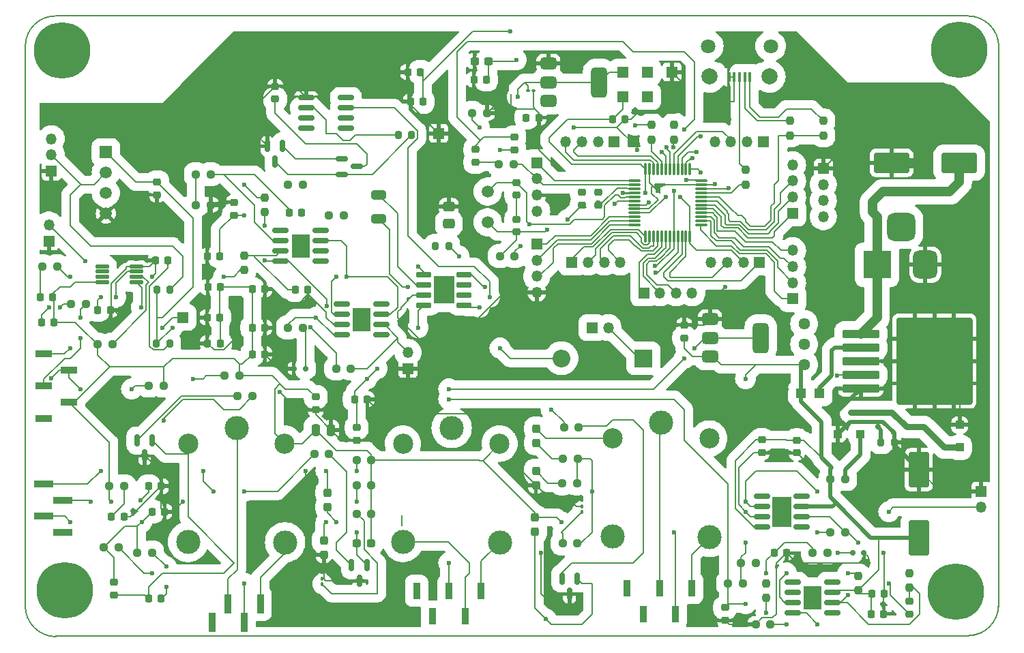
<source format=gbr>
%TF.GenerationSoftware,KiCad,Pcbnew,8.0.4*%
%TF.CreationDate,2024-09-30T00:09:27+07:00*%
%TF.ProjectId,Schematic_editted,53636865-6d61-4746-9963-5f6564697474,rev?*%
%TF.SameCoordinates,Original*%
%TF.FileFunction,Copper,L1,Top*%
%TF.FilePolarity,Positive*%
%FSLAX46Y46*%
G04 Gerber Fmt 4.6, Leading zero omitted, Abs format (unit mm)*
G04 Created by KiCad (PCBNEW 8.0.4) date 2024-09-30 00:09:27*
%MOMM*%
%LPD*%
G01*
G04 APERTURE LIST*
G04 Aperture macros list*
%AMRoundRect*
0 Rectangle with rounded corners*
0 $1 Rounding radius*
0 $2 $3 $4 $5 $6 $7 $8 $9 X,Y pos of 4 corners*
0 Add a 4 corners polygon primitive as box body*
4,1,4,$2,$3,$4,$5,$6,$7,$8,$9,$2,$3,0*
0 Add four circle primitives for the rounded corners*
1,1,$1+$1,$2,$3*
1,1,$1+$1,$4,$5*
1,1,$1+$1,$6,$7*
1,1,$1+$1,$8,$9*
0 Add four rect primitives between the rounded corners*
20,1,$1+$1,$2,$3,$4,$5,0*
20,1,$1+$1,$4,$5,$6,$7,0*
20,1,$1+$1,$6,$7,$8,$9,0*
20,1,$1+$1,$8,$9,$2,$3,0*%
G04 Aperture macros list end*
%TA.AperFunction,Conductor*%
%ADD10C,0.200000*%
%TD*%
%TA.AperFunction,ComponentPad*%
%ADD11R,1.350000X1.350000*%
%TD*%
%TA.AperFunction,ComponentPad*%
%ADD12O,1.350000X1.350000*%
%TD*%
%TA.AperFunction,SMDPad,CuDef*%
%ADD13RoundRect,0.237500X-0.250000X-0.237500X0.250000X-0.237500X0.250000X0.237500X-0.250000X0.237500X0*%
%TD*%
%TA.AperFunction,SMDPad,CuDef*%
%ADD14RoundRect,0.225000X0.250000X-0.225000X0.250000X0.225000X-0.250000X0.225000X-0.250000X-0.225000X0*%
%TD*%
%TA.AperFunction,SMDPad,CuDef*%
%ADD15RoundRect,0.200000X-0.200000X-0.275000X0.200000X-0.275000X0.200000X0.275000X-0.200000X0.275000X0*%
%TD*%
%TA.AperFunction,SMDPad,CuDef*%
%ADD16RoundRect,0.150000X-0.150000X0.587500X-0.150000X-0.587500X0.150000X-0.587500X0.150000X0.587500X0*%
%TD*%
%TA.AperFunction,SMDPad,CuDef*%
%ADD17RoundRect,0.225000X-0.225000X-0.250000X0.225000X-0.250000X0.225000X0.250000X-0.225000X0.250000X0*%
%TD*%
%TA.AperFunction,HeatsinkPad*%
%ADD18C,0.500000*%
%TD*%
%TA.AperFunction,HeatsinkPad*%
%ADD19R,2.290000X3.000000*%
%TD*%
%TA.AperFunction,SMDPad,CuDef*%
%ADD20RoundRect,0.150000X-0.825000X-0.150000X0.825000X-0.150000X0.825000X0.150000X-0.825000X0.150000X0*%
%TD*%
%TA.AperFunction,ComponentPad*%
%ADD21R,1.500000X1.500000*%
%TD*%
%TA.AperFunction,ComponentPad*%
%ADD22C,1.500000*%
%TD*%
%TA.AperFunction,SMDPad,CuDef*%
%ADD23RoundRect,0.075000X-0.662500X-0.075000X0.662500X-0.075000X0.662500X0.075000X-0.662500X0.075000X0*%
%TD*%
%TA.AperFunction,SMDPad,CuDef*%
%ADD24RoundRect,0.075000X-0.075000X-0.662500X0.075000X-0.662500X0.075000X0.662500X-0.075000X0.662500X0*%
%TD*%
%TA.AperFunction,SMDPad,CuDef*%
%ADD25RoundRect,0.225000X-0.250000X0.225000X-0.250000X-0.225000X0.250000X-0.225000X0.250000X0.225000X0*%
%TD*%
%TA.AperFunction,SMDPad,CuDef*%
%ADD26RoundRect,0.218750X-0.218750X-0.256250X0.218750X-0.256250X0.218750X0.256250X-0.218750X0.256250X0*%
%TD*%
%TA.AperFunction,ComponentPad*%
%ADD27C,1.800000*%
%TD*%
%TA.AperFunction,ComponentPad*%
%ADD28C,2.000000*%
%TD*%
%TA.AperFunction,SMDPad,CuDef*%
%ADD29R,0.450000X1.300000*%
%TD*%
%TA.AperFunction,SMDPad,CuDef*%
%ADD30RoundRect,0.237500X0.250000X0.237500X-0.250000X0.237500X-0.250000X-0.237500X0.250000X-0.237500X0*%
%TD*%
%TA.AperFunction,SMDPad,CuDef*%
%ADD31RoundRect,0.237500X0.237500X-0.250000X0.237500X0.250000X-0.237500X0.250000X-0.237500X-0.250000X0*%
%TD*%
%TA.AperFunction,SMDPad,CuDef*%
%ADD32RoundRect,0.237500X-0.237500X0.287500X-0.237500X-0.287500X0.237500X-0.287500X0.237500X0.287500X0*%
%TD*%
%TA.AperFunction,SMDPad,CuDef*%
%ADD33RoundRect,0.237500X-0.237500X0.250000X-0.237500X-0.250000X0.237500X-0.250000X0.237500X0.250000X0*%
%TD*%
%TA.AperFunction,SMDPad,CuDef*%
%ADD34RoundRect,0.218750X0.218750X0.256250X-0.218750X0.256250X-0.218750X-0.256250X0.218750X-0.256250X0*%
%TD*%
%TA.AperFunction,SMDPad,CuDef*%
%ADD35RoundRect,0.150000X-0.587500X-0.150000X0.587500X-0.150000X0.587500X0.150000X-0.587500X0.150000X0*%
%TD*%
%TA.AperFunction,ComponentPad*%
%ADD36R,2.200000X2.200000*%
%TD*%
%TA.AperFunction,ComponentPad*%
%ADD37O,2.200000X2.200000*%
%TD*%
%TA.AperFunction,SMDPad,CuDef*%
%ADD38R,0.900000X2.000000*%
%TD*%
%TA.AperFunction,SMDPad,CuDef*%
%ADD39RoundRect,0.100000X-0.100000X0.130000X-0.100000X-0.130000X0.100000X-0.130000X0.100000X0.130000X0*%
%TD*%
%TA.AperFunction,SMDPad,CuDef*%
%ADD40RoundRect,0.250000X1.000000X-1.950000X1.000000X1.950000X-1.000000X1.950000X-1.000000X-1.950000X0*%
%TD*%
%TA.AperFunction,SMDPad,CuDef*%
%ADD41RoundRect,0.237500X0.287500X0.237500X-0.287500X0.237500X-0.287500X-0.237500X0.287500X-0.237500X0*%
%TD*%
%TA.AperFunction,SMDPad,CuDef*%
%ADD42R,1.200000X1.250000*%
%TD*%
%TA.AperFunction,ComponentPad*%
%ADD43C,3.000000*%
%TD*%
%TA.AperFunction,ComponentPad*%
%ADD44C,2.500000*%
%TD*%
%TA.AperFunction,SMDPad,CuDef*%
%ADD45RoundRect,0.225000X0.225000X0.250000X-0.225000X0.250000X-0.225000X-0.250000X0.225000X-0.250000X0*%
%TD*%
%TA.AperFunction,SMDPad,CuDef*%
%ADD46RoundRect,0.100000X-0.130000X-0.100000X0.130000X-0.100000X0.130000X0.100000X-0.130000X0.100000X0*%
%TD*%
%TA.AperFunction,SMDPad,CuDef*%
%ADD47RoundRect,0.200000X0.200000X0.275000X-0.200000X0.275000X-0.200000X-0.275000X0.200000X-0.275000X0*%
%TD*%
%TA.AperFunction,SMDPad,CuDef*%
%ADD48RoundRect,0.250000X-0.250000X-0.475000X0.250000X-0.475000X0.250000X0.475000X-0.250000X0.475000X0*%
%TD*%
%TA.AperFunction,SMDPad,CuDef*%
%ADD49R,0.850000X2.350000*%
%TD*%
%TA.AperFunction,SMDPad,CuDef*%
%ADD50RoundRect,0.375000X-0.625000X-0.375000X0.625000X-0.375000X0.625000X0.375000X-0.625000X0.375000X0*%
%TD*%
%TA.AperFunction,SMDPad,CuDef*%
%ADD51RoundRect,0.500000X-0.500000X-1.400000X0.500000X-1.400000X0.500000X1.400000X-0.500000X1.400000X0*%
%TD*%
%TA.AperFunction,SMDPad,CuDef*%
%ADD52RoundRect,0.250000X-0.650000X0.325000X-0.650000X-0.325000X0.650000X-0.325000X0.650000X0.325000X0*%
%TD*%
%TA.AperFunction,ComponentPad*%
%ADD53C,7.000000*%
%TD*%
%TA.AperFunction,SMDPad,CuDef*%
%ADD54RoundRect,0.237500X0.300000X0.237500X-0.300000X0.237500X-0.300000X-0.237500X0.300000X-0.237500X0*%
%TD*%
%TA.AperFunction,SMDPad,CuDef*%
%ADD55RoundRect,0.125000X0.687500X0.125000X-0.687500X0.125000X-0.687500X-0.125000X0.687500X-0.125000X0*%
%TD*%
%TA.AperFunction,SMDPad,CuDef*%
%ADD56RoundRect,0.218750X-0.256250X0.218750X-0.256250X-0.218750X0.256250X-0.218750X0.256250X0.218750X0*%
%TD*%
%TA.AperFunction,SMDPad,CuDef*%
%ADD57RoundRect,0.237500X0.237500X-0.287500X0.237500X0.287500X-0.237500X0.287500X-0.237500X-0.287500X0*%
%TD*%
%TA.AperFunction,SMDPad,CuDef*%
%ADD58RoundRect,0.150000X-0.150000X-0.200000X0.150000X-0.200000X0.150000X0.200000X-0.150000X0.200000X0*%
%TD*%
%TA.AperFunction,HeatsinkPad*%
%ADD59R,2.620000X3.510000*%
%TD*%
%TA.AperFunction,SMDPad,CuDef*%
%ADD60RoundRect,0.150000X-0.820000X-0.150000X0.820000X-0.150000X0.820000X0.150000X-0.820000X0.150000X0*%
%TD*%
%TA.AperFunction,SMDPad,CuDef*%
%ADD61R,2.350000X0.850000*%
%TD*%
%TA.AperFunction,ComponentPad*%
%ADD62C,1.440000*%
%TD*%
%TA.AperFunction,SMDPad,CuDef*%
%ADD63RoundRect,0.150000X0.150000X0.200000X-0.150000X0.200000X-0.150000X-0.200000X0.150000X-0.200000X0*%
%TD*%
%TA.AperFunction,SMDPad,CuDef*%
%ADD64RoundRect,0.218750X0.256250X-0.218750X0.256250X0.218750X-0.256250X0.218750X-0.256250X-0.218750X0*%
%TD*%
%TA.AperFunction,SMDPad,CuDef*%
%ADD65RoundRect,0.250000X-2.050000X-0.300000X2.050000X-0.300000X2.050000X0.300000X-2.050000X0.300000X0*%
%TD*%
%TA.AperFunction,SMDPad,CuDef*%
%ADD66RoundRect,0.250000X-2.025000X-2.375000X2.025000X-2.375000X2.025000X2.375000X-2.025000X2.375000X0*%
%TD*%
%TA.AperFunction,SMDPad,CuDef*%
%ADD67RoundRect,0.250002X-4.449998X-5.149998X4.449998X-5.149998X4.449998X5.149998X-4.449998X5.149998X0*%
%TD*%
%TA.AperFunction,SMDPad,CuDef*%
%ADD68RoundRect,0.250000X0.300000X-0.300000X0.300000X0.300000X-0.300000X0.300000X-0.300000X-0.300000X0*%
%TD*%
%TA.AperFunction,HeatsinkPad*%
%ADD69R,2.410000X3.810000*%
%TD*%
%TA.AperFunction,SMDPad,CuDef*%
%ADD70RoundRect,0.250000X-0.300000X-0.300000X0.300000X-0.300000X0.300000X0.300000X-0.300000X0.300000X0*%
%TD*%
%TA.AperFunction,SMDPad,CuDef*%
%ADD71RoundRect,0.250000X0.475000X-0.337500X0.475000X0.337500X-0.475000X0.337500X-0.475000X-0.337500X0*%
%TD*%
%TA.AperFunction,SMDPad,CuDef*%
%ADD72R,2.000000X0.900000*%
%TD*%
%TA.AperFunction,ComponentPad*%
%ADD73RoundRect,0.875000X0.875000X0.875000X-0.875000X0.875000X-0.875000X-0.875000X0.875000X-0.875000X0*%
%TD*%
%TA.AperFunction,ComponentPad*%
%ADD74RoundRect,0.750000X0.750000X1.000000X-0.750000X1.000000X-0.750000X-1.000000X0.750000X-1.000000X0*%
%TD*%
%TA.AperFunction,ComponentPad*%
%ADD75R,3.500000X3.500000*%
%TD*%
%TA.AperFunction,SMDPad,CuDef*%
%ADD76RoundRect,0.250000X1.950000X1.000000X-1.950000X1.000000X-1.950000X-1.000000X1.950000X-1.000000X0*%
%TD*%
%TA.AperFunction,ViaPad*%
%ADD77C,0.600000*%
%TD*%
%TA.AperFunction,ViaPad*%
%ADD78C,1.200000*%
%TD*%
%TA.AperFunction,ViaPad*%
%ADD79C,0.700000*%
%TD*%
%TA.AperFunction,Conductor*%
%ADD80C,0.800000*%
%TD*%
%TA.AperFunction,Conductor*%
%ADD81C,0.500000*%
%TD*%
%TA.AperFunction,Conductor*%
%ADD82C,1.270000*%
%TD*%
%TA.AperFunction,Conductor*%
%ADD83C,0.250000*%
%TD*%
%TA.AperFunction,Conductor*%
%ADD84C,1.200000*%
%TD*%
G04 APERTURE END LIST*
D10*
%TO.N,Net-(J11-Pin_2)*%
X207008700Y-65682199D02*
X93826300Y-65682199D01*
X207008700Y-65682199D02*
G75*
G02*
X210852501Y-69526000I-100J-3843901D01*
G01*
X93740310Y-142674132D02*
X206998910Y-142674132D01*
X209697174Y-141556474D02*
G75*
G02*
X207110300Y-142627992I-2586874J2586874D01*
G01*
X210814832Y-138858210D02*
G75*
G02*
X206998910Y-142674132I-3815932J10D01*
G01*
X90032955Y-69424400D02*
G75*
G02*
X93775500Y-65681855I3742545J0D01*
G01*
X90032955Y-69424400D02*
X90032955Y-138893400D01*
X93851700Y-142779465D02*
G75*
G02*
X90016435Y-138944200I-100J3835165D01*
G01*
X210844100Y-139045800D02*
X210844100Y-69399000D01*
%TD*%
D11*
%TO.P,J32,1,Pin_1*%
%TO.N,OUT_LIGHT*%
X109572000Y-103120000D03*
%TD*%
%TO.P,J26,1,Pin_1*%
%TO.N,PA7*%
X166784000Y-100076000D03*
D12*
%TO.P,J26,2,Pin_2*%
%TO.N,PB0*%
X168784000Y-100076000D03*
%TO.P,J26,3,Pin_3*%
%TO.N,PB1*%
X170784000Y-100076000D03*
%TO.P,J26,4,Pin_4*%
%TO.N,PB10*%
X172784000Y-100076000D03*
%TD*%
D13*
%TO.P,R8,1*%
%TO.N,Net-(U5--)*%
X178867000Y-133600000D03*
%TO.P,R8,2*%
%TO.N,Net-(C12-Pad1)*%
X180692000Y-133600000D03*
%TD*%
D14*
%TO.P,C4-1,1*%
%TO.N,OSC_OUT_PC15*%
X159100000Y-89167000D03*
%TO.P,C4-1,2*%
%TO.N,Net-(C3-1-Pad2)*%
X159100000Y-87617000D03*
%TD*%
D15*
%TO.P,R36,1*%
%TO.N,Vout_3.3V*%
X106310900Y-106381400D03*
%TO.P,R36,2*%
%TO.N,Net-(D19-A)*%
X107960900Y-106381400D03*
%TD*%
D16*
%TO.P,Q2,1,C*%
%TO.N,Net-(D12-K)*%
X132432000Y-133932500D03*
%TO.P,Q2,2,B*%
%TO.N,Net-(Q2-B)*%
X130532000Y-133932500D03*
%TO.P,Q2,3,E*%
%TO.N,GND*%
X131482000Y-135807500D03*
%TD*%
D17*
%TO.P,C14,1*%
%TO.N,POS_5V*%
X195017600Y-139950000D03*
%TO.P,C14,2*%
%TO.N,GND*%
X196567600Y-139950000D03*
%TD*%
D18*
%TO.P,U6,9*%
%TO.N,N/C*%
X124842000Y-95230000D03*
X124842000Y-94230000D03*
X124842000Y-93230000D03*
D19*
X124192000Y-94230000D03*
D18*
X123542000Y-95230000D03*
X123542000Y-94230000D03*
X123542000Y-93230000D03*
D20*
%TO.P,U6,8,STRB*%
%TO.N,unconnected-(U6-STRB-Pad8)*%
X126667000Y-92325000D03*
%TO.P,U6,7,V+*%
%TO.N,POS_5V*%
X126667000Y-93595000D03*
%TO.P,U6,6*%
%TO.N,Net-(C22-Pad1)*%
X126667000Y-94865000D03*
%TO.P,U6,5,NULL*%
%TO.N,unconnected-(U6-NULL-Pad5)*%
X126667000Y-96135000D03*
%TO.P,U6,4,V-*%
%TO.N,NEG_5V*%
X121717000Y-96135000D03*
%TO.P,U6,3,+*%
%TO.N,Net-(U6-+)*%
X121717000Y-94865000D03*
%TO.P,U6,2,-*%
%TO.N,Net-(U6--)*%
X121717000Y-93595000D03*
%TO.P,U6,1,NULL*%
%TO.N,unconnected-(U6-NULL-Pad1)*%
X121717000Y-92325000D03*
%TD*%
D11*
%TO.P,J24,1,Pin_1*%
%TO.N,PA0*%
X153512000Y-94028000D03*
D12*
%TO.P,J24,2,Pin_2*%
%TO.N,PA1*%
X153512000Y-96028000D03*
%TO.P,J24,3,Pin_3*%
%TO.N,PA2*%
X153512000Y-98028000D03*
%TO.P,J24,4,Pin_4*%
%TO.N,GND*%
X153512000Y-100028000D03*
%TD*%
D13*
%TO.P,RV2,1,1*%
%TO.N,POS_5V*%
X98998700Y-106483000D03*
%TO.P,RV2,2,2*%
%TO.N,IN_LIGHT*%
X100823700Y-106483000D03*
%TD*%
D21*
%TO.P,U9,1,VDD*%
%TO.N,Vout_3.3V*%
X100023900Y-82607000D03*
D22*
%TO.P,U9,2,DATA*%
%TO.N,Net-(J3-Pin_2)*%
X100023900Y-85147000D03*
%TO.P,U9,3,NC*%
%TO.N,unconnected-(U9-NC-Pad3)*%
X100023900Y-87687000D03*
%TO.P,U9,4,GND*%
%TO.N,GND*%
X100023900Y-90227000D03*
%TD*%
D23*
%TO.P,U4,1,VBAT*%
%TO.N,VBAT*%
X165605500Y-86150000D03*
%TO.P,U4,2,PC13*%
%TO.N,PC13*%
X165605500Y-86650000D03*
%TO.P,U4,3,PC14*%
%TO.N,OSC_IN_PC14*%
X165605500Y-87150000D03*
%TO.P,U4,4,PC15*%
%TO.N,OSC_OUT_PC15*%
X165605500Y-87650000D03*
%TO.P,U4,5,PD0*%
%TO.N,OSC_IN*%
X165605500Y-88150000D03*
%TO.P,U4,6,PD1*%
%TO.N,OSC_OUT*%
X165605500Y-88650000D03*
%TO.P,U4,7,NRST*%
%TO.N,RESET*%
X165605500Y-89150000D03*
%TO.P,U4,8,VSSA*%
%TO.N,GND*%
X165605500Y-89650000D03*
%TO.P,U4,9,VDDA*%
%TO.N,VCC3.3*%
X165605500Y-90150000D03*
%TO.P,U4,10,PA0*%
%TO.N,PA0*%
X165605500Y-90650000D03*
%TO.P,U4,11,PA1*%
%TO.N,PA1*%
X165605500Y-91150000D03*
%TO.P,U4,12,PA2*%
%TO.N,PA2*%
X165605500Y-91650000D03*
D24*
%TO.P,U4,13,PA3*%
%TO.N,PA3*%
X167018000Y-93062500D03*
%TO.P,U4,14,PA4*%
%TO.N,PA4*%
X167518000Y-93062500D03*
%TO.P,U4,15,PA5*%
%TO.N,PA5*%
X168018000Y-93062500D03*
%TO.P,U4,16,PA6*%
%TO.N,PA6*%
X168518000Y-93062500D03*
%TO.P,U4,17,PA7*%
%TO.N,PA7*%
X169018000Y-93062500D03*
%TO.P,U4,18,PB0*%
%TO.N,PB0*%
X169518000Y-93062500D03*
%TO.P,U4,19,PB1*%
%TO.N,PB1*%
X170018000Y-93062500D03*
%TO.P,U4,20,PB2*%
%TO.N,BOOT1*%
X170518000Y-93062500D03*
%TO.P,U4,21,PB10*%
%TO.N,PB10*%
X171018000Y-93062500D03*
%TO.P,U4,22,PB11*%
%TO.N,PB11*%
X171518000Y-93062500D03*
%TO.P,U4,23,VSS*%
%TO.N,GND*%
X172018000Y-93062500D03*
%TO.P,U4,24,VDD*%
%TO.N,VCC3.3*%
X172518000Y-93062500D03*
D23*
%TO.P,U4,25,PB12*%
%TO.N,PB12*%
X173930500Y-91650000D03*
%TO.P,U4,26,PB13*%
%TO.N,PB13*%
X173930500Y-91150000D03*
%TO.P,U4,27,PB14*%
%TO.N,PB14*%
X173930500Y-90650000D03*
%TO.P,U4,28,PB15*%
%TO.N,PB15*%
X173930500Y-90150000D03*
%TO.P,U4,29,PA8*%
%TO.N,PA8*%
X173930500Y-89650000D03*
%TO.P,U4,30,PA9*%
%TO.N,PA9*%
X173930500Y-89150000D03*
%TO.P,U4,31,PA10*%
%TO.N,PA10*%
X173930500Y-88650000D03*
%TO.P,U4,32,PA11*%
%TO.N,PA11*%
X173930500Y-88150000D03*
%TO.P,U4,33,PA12*%
%TO.N,PA12*%
X173930500Y-87650000D03*
%TO.P,U4,34,PA13*%
%TO.N,SWDIO*%
X173930500Y-87150000D03*
%TO.P,U4,35,VSS*%
%TO.N,GND*%
X173930500Y-86650000D03*
%TO.P,U4,36,VDD*%
%TO.N,VCC3.3*%
X173930500Y-86150000D03*
D24*
%TO.P,U4,37,PA14*%
%TO.N,SWCLK*%
X172518000Y-84737500D03*
%TO.P,U4,38,PA15*%
%TO.N,PA15*%
X172018000Y-84737500D03*
%TO.P,U4,39,PB3*%
%TO.N,PB3*%
X171518000Y-84737500D03*
%TO.P,U4,40,PB4*%
%TO.N,PB4*%
X171018000Y-84737500D03*
%TO.P,U4,41,PB5*%
%TO.N,PB5*%
X170518000Y-84737500D03*
%TO.P,U4,42,PB6*%
%TO.N,PB6*%
X170018000Y-84737500D03*
%TO.P,U4,43,PB7*%
%TO.N,PB7*%
X169518000Y-84737500D03*
%TO.P,U4,44,BOOT0*%
%TO.N,BOOT0*%
X169018000Y-84737500D03*
%TO.P,U4,45,PB8*%
%TO.N,PB8*%
X168518000Y-84737500D03*
%TO.P,U4,46,PB9*%
%TO.N,PB9*%
X168018000Y-84737500D03*
%TO.P,U4,47,VSS*%
%TO.N,GND*%
X167518000Y-84737500D03*
%TO.P,U4,48,VDD*%
%TO.N,VCC3.3*%
X167018000Y-84737500D03*
%TD*%
D25*
%TO.P,C12,1*%
%TO.N,Net-(C12-Pad1)*%
X199742000Y-138400000D03*
%TO.P,C12,2*%
%TO.N,Net-(U3--)*%
X199742000Y-139950000D03*
%TD*%
D26*
%TO.P,D7,1,K*%
%TO.N,Net-(D7-K)*%
X105324500Y-138060000D03*
%TO.P,D7,2,A*%
%TO.N,Net-(D7-A)*%
X106899500Y-138060000D03*
%TD*%
D27*
%TO.P,J13,6,Shield*%
%TO.N,unconnected-(J13-Shield-Pad6)_2*%
X174788000Y-69420000D03*
D28*
%TO.N,unconnected-(J13-Shield-Pad6)_3*%
X174938000Y-73220000D03*
%TO.N,unconnected-(J13-Shield-Pad6)_1*%
X182388000Y-73220000D03*
D27*
%TO.N,unconnected-(J13-Shield-Pad6)*%
X182538000Y-69420000D03*
D29*
%TO.P,J13,5,GND*%
%TO.N,GND*%
X177363000Y-73270000D03*
%TO.P,J13,4,ID*%
X178013000Y-73270000D03*
%TO.P,J13,3,D+*%
%TO.N,Net-(J13-D+)*%
X178663000Y-73270000D03*
%TO.P,J13,2,D-*%
%TO.N,Net-(J13-D-)*%
X179313000Y-73270000D03*
%TO.P,J13,1,VBUS*%
%TO.N,VCC5V*%
X179963000Y-73270000D03*
%TD*%
D11*
%TO.P,J23,1,Pin_1*%
%TO.N,VBAT*%
X153512000Y-83916000D03*
D12*
%TO.P,J23,2,Pin_2*%
%TO.N,PC13*%
X153512000Y-85916000D03*
%TO.P,J23,3,Pin_3*%
%TO.N,GND*%
X153512000Y-87916000D03*
%TO.P,J23,4,Pin_4*%
%TO.N,VCC3.3V*%
X153512000Y-89916000D03*
%TD*%
D30*
%TO.P,R26,1*%
%TO.N,POS_5V*%
X132987000Y-123944800D03*
%TO.P,R26,2*%
%TO.N,Net-(D10-A)*%
X131162000Y-123944800D03*
%TD*%
D31*
%TO.P,R2\u002C2,1*%
%TO.N,PA11*%
X189072000Y-80518000D03*
%TO.P,R2\u002C2,2*%
%TO.N,VCC5V*%
X189072000Y-78693000D03*
%TD*%
D25*
%TO.P,C3,1*%
%TO.N,NEG_5V*%
X176882000Y-139175000D03*
%TO.P,C3,2*%
%TO.N,GND*%
X176882000Y-140725000D03*
%TD*%
D11*
%TO.P,J21,1,Pin_1*%
%TO.N,PB3*%
X181610000Y-81280000D03*
D12*
%TO.P,J21,2,Pin_2*%
%TO.N,PB4*%
X179610000Y-81280000D03*
%TO.P,J21,3,Pin_3*%
%TO.N,PB5*%
X177610000Y-81280000D03*
%TO.P,J21,4,Pin_4*%
%TO.N,PA15*%
X175610000Y-81280000D03*
%TD*%
D14*
%TO.P,C2-1,1*%
%TO.N,OSC_OUT*%
X150972000Y-92482000D03*
%TO.P,C2-1,2*%
%TO.N,Net-(C1-1-Pad2)*%
X150972000Y-90932000D03*
%TD*%
D32*
%TO.P,D17,1,K*%
%TO.N,POS_5V*%
X153295000Y-127972000D03*
%TO.P,D17,2,A*%
%TO.N,Net-(D16-K)*%
X153295000Y-129722000D03*
%TD*%
D11*
%TO.P,J31,1,Pin_1*%
%TO.N,GND*%
X141322000Y-80260000D03*
%TD*%
D33*
%TO.P,R23,1*%
%TO.N,Net-(U7--)*%
X119732000Y-88237500D03*
%TO.P,R23,2*%
%TO.N,NEG_5V*%
X119732000Y-90062500D03*
%TD*%
D30*
%TO.P,R3\u002C1,1*%
%TO.N,PC13*%
X150614500Y-84074000D03*
%TO.P,R3\u002C1,2*%
%TO.N,Net-(D2-K)*%
X148789500Y-84074000D03*
%TD*%
D15*
%TO.P,R27,1*%
%TO.N,Net-(U8-FB)*%
X196221063Y-118645763D03*
%TO.P,R27,2*%
%TO.N,GND*%
X197871063Y-118645763D03*
%TD*%
D11*
%TO.P,J12,1,Pin_1*%
%TO.N,Net-(J12-Pin_1)*%
X167228000Y-72644000D03*
%TD*%
%TO.P,J28,1,Pin_1*%
%TO.N,PA8*%
X185262000Y-90170000D03*
D12*
%TO.P,J28,2,Pin_2*%
%TO.N,PA9*%
X185262000Y-88170000D03*
%TO.P,J28,3,Pin_3*%
%TO.N,PA10*%
X185262000Y-86170000D03*
%TO.P,J28,4,Pin_4*%
%TO.N,unconnected-(J28-Pin_4-Pad4)*%
X185262000Y-84170000D03*
%TD*%
D11*
%TO.P,OP_AMP_3,1,Pin_1*%
%TO.N,GND*%
X137512000Y-109470000D03*
D12*
%TO.P,OP_AMP_3,2,Pin_2*%
%TO.N,Net-(J39-Pin_2)*%
X137512000Y-107470000D03*
%TD*%
D15*
%TO.P,R34,1*%
%TO.N,Vout_3.3V*%
X106324100Y-99675800D03*
%TO.P,R34,2*%
%TO.N,Net-(J3-Pin_2)*%
X107974100Y-99675800D03*
%TD*%
D30*
%TO.P,R4\u002C1,1*%
%TO.N,GND*%
X147312500Y-77724000D03*
%TO.P,R4\u002C1,2*%
%TO.N,Net-(D3-K)*%
X145487500Y-77724000D03*
%TD*%
D14*
%TO.P,C17,1*%
%TO.N,NEG_5V*%
X115922000Y-90420000D03*
%TO.P,C17,2*%
%TO.N,GND*%
X115922000Y-88870000D03*
%TD*%
D11*
%TO.P,J14,1,Pin_1*%
%TO.N,VCC3.3*%
X164180000Y-75692000D03*
%TD*%
D30*
%TO.P,R3,2*%
%TO.N,OSC_OUT*%
X148942000Y-95500000D03*
%TO.P,R3,1*%
%TO.N,OSC_IN*%
X150767000Y-95500000D03*
%TD*%
D34*
%TO.P,POWER_LED1,1,K*%
%TO.N,GND*%
X102257000Y-127900000D03*
%TO.P,POWER_LED1,2,A*%
%TO.N,Net-(POWER_LED1-A)*%
X100682000Y-127900000D03*
%TD*%
D25*
%TO.P,C33,1*%
%TO.N,POS_5V*%
X126082000Y-113000000D03*
%TO.P,C33,2*%
%TO.N,GND*%
X126082000Y-114550000D03*
%TD*%
D14*
%TO.P,C11,1*%
%TO.N,GND*%
X185772000Y-119910000D03*
%TO.P,C11,2*%
%TO.N,POS_5V*%
X185772000Y-118360000D03*
%TD*%
D35*
%TO.P,Q5,1,B*%
%TO.N,Net-(Q4-B)*%
X129287000Y-83440000D03*
%TO.P,Q5,2,E*%
%TO.N,Net-(Q4-C)*%
X129287000Y-85340000D03*
%TO.P,Q5,3,C*%
%TO.N,Net-(Q5-C)*%
X131162000Y-84390000D03*
%TD*%
D36*
%TO.P,D18,1,K*%
%TO.N,Net-(D18-K)*%
X166722000Y-108200000D03*
D37*
%TO.P,D18,2,A*%
%TO.N,Net-(D18-A)*%
X156562000Y-108200000D03*
%TD*%
D11*
%TO.P,J16,1,Pin_1*%
%TO.N,GND*%
X189072000Y-84614000D03*
D12*
%TO.P,J16,2,Pin_2*%
%TO.N,SWCLK*%
X189072000Y-86614000D03*
%TO.P,J16,3,Pin_3*%
%TO.N,SWDIO*%
X189072000Y-88614000D03*
%TO.P,J16,4,Pin_4*%
%TO.N,VCC3.3*%
X189072000Y-90614000D03*
%TD*%
D38*
%TO.P,J8,5*%
%TO.N,N/C*%
X164722000Y-136750000D03*
%TO.P,J8,4,Pin_4*%
%TO.N,unconnected-(J8-Pin_4-Pad4)*%
X166722000Y-139950000D03*
%TO.P,J8,3,Pin_3*%
%TO.N,COM_3*%
X168722000Y-136750000D03*
%TO.P,J8,2,Pin_2*%
%TO.N,NO_3*%
X170722000Y-139950000D03*
%TO.P,J8,1,Pin_1*%
%TO.N,NC_3*%
X172722000Y-136750000D03*
%TD*%
D13*
%TO.P,R17,1*%
%TO.N,POS_5V*%
X103937000Y-132330000D03*
%TO.P,R17,2*%
%TO.N,Net-(D7-A)*%
X105762000Y-132330000D03*
%TD*%
D39*
%TO.P,POWER_LED2,2,A*%
%TO.N,Net-(POWER_LED2-A)*%
X126879726Y-136224526D03*
%TO.P,POWER_LED2,1,K*%
%TO.N,GND*%
X126879726Y-135584526D03*
%TD*%
D13*
%TO.P,R21,1*%
%TO.N,Net-(U7--)*%
X122629500Y-86610000D03*
%TO.P,R21,2*%
%TO.N,Net-(C22-Pad1)*%
X124454500Y-86610000D03*
%TD*%
D11*
%TO.P,J15,1,Pin_1*%
%TO.N,VCC3.3*%
X164180000Y-72644000D03*
%TD*%
D14*
%TO.P,D2,1,K*%
%TO.N,Net-(D2-K)*%
X145892000Y-83833000D03*
%TO.P,D2,2,A*%
%TO.N,Vout_3.3*%
X145892000Y-82283000D03*
%TD*%
D40*
%TO.P,C30,1*%
%TO.N,POS_5V*%
X200919063Y-130465763D03*
%TO.P,C30,2*%
%TO.N,GND*%
X200919063Y-122065763D03*
%TD*%
D30*
%TO.P,R28,1*%
%TO.N,POS_5V*%
X132987000Y-120820600D03*
%TO.P,R28,2*%
%TO.N,Net-(D12-A)*%
X131162000Y-120820600D03*
%TD*%
D11*
%TO.P,J17,1,Pin_1*%
%TO.N,Net-(D18-A)*%
X160372000Y-104390000D03*
D12*
%TO.P,J17,2,Pin_2*%
%TO.N,Net-(D18-K)*%
X162372000Y-104390000D03*
%TD*%
D41*
%TO.P,D13,1,K*%
%TO.N,POS_5V*%
X132912000Y-131209200D03*
%TO.P,D13,2,A*%
%TO.N,Net-(D12-K)*%
X131162000Y-131209200D03*
%TD*%
D42*
%TO.P,L1,1,1*%
%TO.N,Net-(D11-K)*%
X188607063Y-112549763D03*
%TO.P,L1,2,2*%
%TO.N,POS_5V*%
X186307063Y-112549763D03*
%TD*%
D43*
%TO.P,K3,1*%
%TO.N,COM_3*%
X168962000Y-116210000D03*
D44*
%TO.P,K3,2*%
%TO.N,Net-(D16-K)*%
X162912000Y-118160000D03*
D43*
%TO.P,K3,3*%
%TO.N,NO_3*%
X162912000Y-130360000D03*
%TO.P,K3,4*%
%TO.N,NC_3*%
X174962000Y-130410000D03*
D44*
%TO.P,K3,5*%
%TO.N,POS_5V*%
X174912000Y-118160000D03*
%TD*%
D32*
%TO.P,D16,1,K*%
%TO.N,Net-(D16-K)*%
X153422000Y-116948400D03*
%TO.P,D16,2,A*%
%TO.N,Net-(D16-A)*%
X153422000Y-118698400D03*
%TD*%
D31*
%TO.P,R6,1*%
%TO.N,Net-(C12-Pad1)*%
X199742000Y-136695000D03*
%TO.P,R6,2*%
%TO.N,Net-(R6-Pad2)*%
X199742000Y-134870000D03*
%TD*%
D14*
%TO.P,C38,1*%
%TO.N,GND*%
X106399300Y-87877800D03*
%TO.P,C38,2*%
%TO.N,Vout_3.3V*%
X106399300Y-86327800D03*
%TD*%
D45*
%TO.P,C22,1*%
%TO.N,Net-(C22-Pad1)*%
X124317000Y-90150000D03*
%TO.P,C22,2*%
%TO.N,Net-(U6--)*%
X122767000Y-90150000D03*
%TD*%
D46*
%TO.P,104\u002C1,2*%
%TO.N,GND*%
X153070000Y-74930000D03*
%TO.P,104\u002C1,1*%
%TO.N,VCC3.3*%
X152430000Y-74930000D03*
%TD*%
D30*
%TO.P,R38,1*%
%TO.N,Net-(Q3-B)*%
X158701400Y-116782000D03*
%TO.P,R38,2*%
%TO.N,INPUT_3*%
X156876400Y-116782000D03*
%TD*%
D47*
%TO.P,R31,1*%
%TO.N,POS_5V*%
X142592000Y-94230000D03*
%TO.P,R31,2*%
%TO.N,Net-(U10-(NC)BOOST)*%
X140942000Y-94230000D03*
%TD*%
D45*
%TO.P,C15,1*%
%TO.N,POS_5V*%
X139062000Y-72640000D03*
%TO.P,C15,2*%
%TO.N,GND*%
X137512000Y-72640000D03*
%TD*%
D48*
%TO.P,C29,1*%
%TO.N,POS_5V*%
X126082000Y-117090000D03*
%TO.P,C29,2*%
%TO.N,GND*%
X127982000Y-117090000D03*
%TD*%
D30*
%TO.P,R1,1*%
%TO.N,POS_5V*%
X116610100Y-110369200D03*
%TO.P,R1,2*%
%TO.N,/AO*%
X114785100Y-110369200D03*
%TD*%
D45*
%TO.P,C10,1*%
%TO.N,GND*%
X196643800Y-137410000D03*
%TO.P,C10,2*%
%TO.N,POS_5V*%
X195093800Y-137410000D03*
%TD*%
D22*
%TO.P,Y1,1,1*%
%TO.N,OSC_IN*%
X147416000Y-87508000D03*
%TO.P,Y1,2,2*%
%TO.N,OSC_OUT*%
X147416000Y-91308000D03*
%TD*%
D17*
%TO.P,D1,1,K*%
%TO.N,Net-(D1-K)*%
X92022600Y-103708200D03*
%TO.P,D1,2,A*%
%TO.N,POS_5V*%
X93572600Y-103708200D03*
%TD*%
D49*
%TO.P,J6,1,Pin_1*%
%TO.N,NC_1*%
X119192000Y-138680000D03*
%TO.P,J6,2,Pin_2*%
%TO.N,NO_1*%
X117192000Y-141030000D03*
%TO.P,J6,3,Pin_3*%
%TO.N,COM_1*%
X115192000Y-138680000D03*
%TO.P,J6,4,Pin_4*%
%TO.N,unconnected-(J6-Pin_4-Pad4)*%
X113192000Y-141030000D03*
%TD*%
D50*
%TO.P,U1,1,GND*%
%TO.N,GND*%
X154934000Y-71614000D03*
%TO.P,U1,2,VO*%
%TO.N,VCC3.3*%
X154934000Y-73914000D03*
D51*
X161234000Y-73914000D03*
D50*
%TO.P,U1,3,VI*%
%TO.N,POS_5V*%
X154934000Y-76214000D03*
%TD*%
D45*
%TO.P,C13,1*%
%TO.N,POS_5V*%
X139391600Y-76336000D03*
%TO.P,C13,2*%
%TO.N,GND*%
X137841600Y-76336000D03*
%TD*%
D11*
%TO.P,J25,1,Pin_1*%
%TO.N,PA3*%
X157878000Y-96266000D03*
D12*
%TO.P,J25,2,Pin_2*%
%TO.N,PA4*%
X159878000Y-96266000D03*
%TO.P,J25,3,Pin_3*%
%TO.N,PA5*%
X161878000Y-96266000D03*
%TO.P,J25,4,Pin_4*%
%TO.N,PA6*%
X163878000Y-96266000D03*
%TD*%
D16*
%TO.P,Q1,1,C*%
%TO.N,Net-(D7-K)*%
X105792000Y-118405000D03*
%TO.P,Q1,2,B*%
%TO.N,Net-(Q1-B)*%
X103892000Y-118405000D03*
%TO.P,Q1,3,E*%
%TO.N,GND*%
X104842000Y-120280000D03*
%TD*%
D18*
%TO.P,U7,9*%
%TO.N,N/C*%
X132432000Y-104390000D03*
X132432000Y-103390000D03*
X132432000Y-102390000D03*
D19*
X131782000Y-103390000D03*
D18*
X131132000Y-104390000D03*
X131132000Y-103390000D03*
X131132000Y-102390000D03*
D20*
%TO.P,U7,8,NC*%
%TO.N,unconnected-(U7-NC-Pad8)*%
X134257000Y-101485000D03*
%TO.P,U7,7,V+*%
%TO.N,POS_5V*%
X134257000Y-102755000D03*
%TO.P,U7,6*%
%TO.N,Net-(J39-Pin_2)*%
X134257000Y-104025000D03*
%TO.P,U7,5,NULL*%
%TO.N,unconnected-(U7-NULL-Pad5)*%
X134257000Y-105295000D03*
%TO.P,U7,4,V-*%
%TO.N,POS_5V*%
X129307000Y-105295000D03*
%TO.P,U7,3,+*%
%TO.N,GND*%
X129307000Y-104025000D03*
%TO.P,U7,2,-*%
%TO.N,Net-(U7--)*%
X129307000Y-102755000D03*
%TO.P,U7,1,NULL*%
%TO.N,unconnected-(U7-NULL-Pad1)*%
X129307000Y-101485000D03*
%TD*%
D13*
%TO.P,R19,1*%
%TO.N,Net-(R19-Pad1)*%
X111199500Y-89150000D03*
%TO.P,R19,2*%
%TO.N,GND*%
X113024500Y-89150000D03*
%TD*%
D25*
%TO.P,C1-1,1*%
%TO.N,OSC_IN*%
X150972000Y-86360000D03*
%TO.P,C1-1,2*%
%TO.N,Net-(C1-1-Pad2)*%
X150972000Y-87910000D03*
%TD*%
D45*
%TO.P,C5,1*%
%TO.N,VCC3.3*%
X147262500Y-73585500D03*
%TO.P,C5,2*%
%TO.N,GND*%
X145712500Y-73585500D03*
%TD*%
D52*
%TO.P,C31,1*%
%TO.N,Net-(U10-CAP+)*%
X133905600Y-87903600D03*
%TO.P,C31,2*%
%TO.N,Net-(U10-CAP-)*%
X133905600Y-90853600D03*
%TD*%
D11*
%TO.P,J1,1,Pin_1*%
%TO.N,GND*%
X92962700Y-93640000D03*
D12*
%TO.P,J1,2,Pin_2*%
%TO.N,/AO*%
X92962700Y-91640000D03*
%TD*%
D11*
%TO.P,J22,1,Pin_1*%
%TO.N,PB6*%
X163116000Y-81280000D03*
D12*
%TO.P,J22,2,Pin_2*%
%TO.N,PB7*%
X161116000Y-81280000D03*
%TO.P,J22,3,Pin_3*%
%TO.N,PB8*%
X159116000Y-81280000D03*
%TO.P,J22,4,Pin_4*%
%TO.N,PB9*%
X157116000Y-81280000D03*
%TD*%
D53*
%TO.P,H7,1*%
%TO.N,N/C*%
X94596874Y-69964474D03*
%TD*%
D11*
%TO.P,J3,1,Pin_1*%
%TO.N,GND*%
X93267500Y-84943800D03*
D12*
%TO.P,J3,2,Pin_2*%
%TO.N,Net-(J3-Pin_2)*%
X93267500Y-82943800D03*
%TO.P,J3,3,Pin_3*%
%TO.N,Vout_3.3V*%
X93267500Y-80943800D03*
%TD*%
D17*
%TO.P,C27,1*%
%TO.N,POS_5V*%
X118182000Y-107692000D03*
%TO.P,C27,2*%
%TO.N,GND*%
X119732000Y-107692000D03*
%TD*%
D54*
%TO.P,104\u002C3,1*%
%TO.N,VCC3.3*%
X147505826Y-71303426D03*
%TO.P,104\u002C3,2*%
%TO.N,GND*%
X145780826Y-71303426D03*
%TD*%
D55*
%TO.P,U2,8,V+*%
%TO.N,POS_5V*%
X99562400Y-98720400D03*
%TO.P,U2,7*%
%TO.N,N/C*%
X99562400Y-98070400D03*
%TO.P,U2,6*%
X99562400Y-97420400D03*
%TO.P,U2,5*%
X99562400Y-96770400D03*
%TO.P,U2,4,V-*%
%TO.N,GND*%
X103787400Y-96770400D03*
%TO.P,U2,3,+*%
%TO.N,/AO*%
X103787400Y-97420400D03*
%TO.P,U2,2,-*%
%TO.N,IN_LIGHT*%
X103787400Y-98070400D03*
%TO.P,U2,1*%
%TO.N,OUT_LIGHT*%
X103787400Y-98720400D03*
%TD*%
D17*
%TO.P,C26,1*%
%TO.N,POS_5V*%
X118182000Y-104390000D03*
%TO.P,C26,2*%
%TO.N,GND*%
X119732000Y-104390000D03*
%TD*%
D33*
%TO.P,R16,1*%
%TO.N,Net-(U6-+)*%
X117192000Y-95432200D03*
%TO.P,R16,2*%
%TO.N,pH_INPUT*%
X117192000Y-97257200D03*
%TD*%
D13*
%TO.P,R30,1*%
%TO.N,POS_5V*%
X189950063Y-123217763D03*
%TO.P,R30,2*%
%TO.N,Net-(D14-A)*%
X191775063Y-123217763D03*
%TD*%
D31*
%TO.P,R3\u002C4,1*%
%TO.N,BOOT1*%
X170530000Y-81026000D03*
%TO.P,R3\u002C4,2*%
%TO.N,Net-(J29-Pin_1)*%
X170530000Y-79201000D03*
%TD*%
D56*
%TO.P,D8,1,K*%
%TO.N,POS_5V*%
X101032000Y-136002500D03*
%TO.P,D8,2,A*%
%TO.N,Net-(D7-K)*%
X101032000Y-137577500D03*
%TD*%
D50*
%TO.P,U11,1,GND*%
%TO.N,GND*%
X175002000Y-103360000D03*
%TO.P,U11,2,VO*%
%TO.N,Vout_3.3V*%
X175002000Y-105660000D03*
D51*
X181302000Y-105660000D03*
D50*
%TO.P,U11,3,VI*%
%TO.N,POS_5V*%
X175002000Y-107960000D03*
%TD*%
D57*
%TO.P,D15,1,K*%
%TO.N,GND*%
X153396600Y-123970200D03*
%TO.P,D15,2,A*%
%TO.N,Net-(D15-A)*%
X153396600Y-122220200D03*
%TD*%
D33*
%TO.P,R9,1*%
%TO.N,Net-(D5-A)*%
X193392000Y-135227500D03*
%TO.P,R9,2*%
%TO.N,POS_5V*%
X193392000Y-137052500D03*
%TD*%
D14*
%TO.P,C37,1*%
%TO.N,Net-(Q5-C)*%
X121041600Y-76005800D03*
%TO.P,C37,2*%
%TO.N,GND*%
X121041600Y-74455800D03*
%TD*%
D25*
%TO.P,C16,1*%
%TO.N,POS_5V*%
X181438652Y-118335252D03*
%TO.P,C16,2*%
%TO.N,GND*%
X181438652Y-119885252D03*
%TD*%
D11*
%TO.P,J20,1,Pin_1*%
%TO.N,PB12*%
X185262000Y-100806000D03*
D12*
%TO.P,J20,2,Pin_2*%
%TO.N,PB13*%
X185262000Y-98806000D03*
%TO.P,J20,3,Pin_3*%
%TO.N,PB14*%
X185262000Y-96806000D03*
%TO.P,J20,4,Pin_4*%
%TO.N,PB15*%
X185262000Y-94806000D03*
%TD*%
D17*
%TO.P,C6,1*%
%TO.N,/AO*%
X99020300Y-102190400D03*
%TO.P,C6,2*%
%TO.N,GND*%
X100570300Y-102190400D03*
%TD*%
D16*
%TO.P,Q3,1,C*%
%TO.N,Net-(D16-K)*%
X158522400Y-135552600D03*
%TO.P,Q3,2,B*%
%TO.N,Net-(Q3-B)*%
X156622400Y-135552600D03*
%TO.P,Q3,3,E*%
%TO.N,GND*%
X157572400Y-137427600D03*
%TD*%
D34*
%TO.P,SW1,1,1*%
%TO.N,GND*%
X153764200Y-78308200D03*
%TO.P,SW1,2,2*%
%TO.N,RESET*%
X152189200Y-78308200D03*
%TD*%
D58*
%TO.P,D5,1,K*%
%TO.N,GND*%
X194092000Y-132330000D03*
%TO.P,D5,2,A*%
%TO.N,Net-(D5-A)*%
X192692000Y-132330000D03*
%TD*%
D57*
%TO.P,D10,1,K*%
%TO.N,GND*%
X127082926Y-132585126D03*
%TO.P,D10,2,A*%
%TO.N,Net-(D10-A)*%
X127082926Y-130835126D03*
%TD*%
D53*
%TO.P,H6,1*%
%TO.N,N/C*%
X205518674Y-137172874D03*
%TD*%
D30*
%TO.P,R12,1*%
%TO.N,Net-(J11-Pin_2)*%
X191764500Y-129790000D03*
%TO.P,R12,2*%
%TO.N,Net-(U5--)*%
X189939500Y-129790000D03*
%TD*%
D13*
%TO.P,R7,1*%
%TO.N,Net-(D4-K)*%
X92149500Y-96770000D03*
%TO.P,R7,2*%
%TO.N,Net-(J7-Pin_2)*%
X93974500Y-96770000D03*
%TD*%
D30*
%TO.P,R29,1*%
%TO.N,Net-(Q2-B)*%
X127739526Y-120127726D03*
%TO.P,R29,2*%
%TO.N,INPUT_2*%
X125914526Y-120127726D03*
%TD*%
D15*
%TO.P,R32,1*%
%TO.N,Net-(Q6A-G)*%
X136332400Y-80437800D03*
%TO.P,R32,2*%
%TO.N,Net-(Q4-C)*%
X137982400Y-80437800D03*
%TD*%
D30*
%TO.P,R5,1*%
%TO.N,Net-(R5-Pad1)*%
X182517000Y-141220000D03*
%TO.P,R5,2*%
%TO.N,GND*%
X180692000Y-141220000D03*
%TD*%
D31*
%TO.P,R2\u002C1,1*%
%TO.N,PA12*%
X179420000Y-86614000D03*
%TO.P,R2\u002C1,2*%
%TO.N,Net-(J13-D+)*%
X179420000Y-84789000D03*
%TD*%
D17*
%TO.P,C19,1*%
%TO.N,Net-(U6-+)*%
X123542000Y-99727500D03*
%TO.P,C19,2*%
%TO.N,GND*%
X125092000Y-99727500D03*
%TD*%
D11*
%TO.P,J30,1,Pin_1*%
%TO.N,GND*%
X170276000Y-72644000D03*
%TD*%
D30*
%TO.P,R37,1*%
%TO.N,POS_5V*%
X158578200Y-120668200D03*
%TO.P,R37,2*%
%TO.N,Net-(D16-A)*%
X156753200Y-120668200D03*
%TD*%
D13*
%TO.P,R20,1*%
%TO.N,Net-(C22-Pad1)*%
X127709500Y-90420000D03*
%TO.P,R20,2*%
%TO.N,Net-(R20-Pad2)*%
X129534500Y-90420000D03*
%TD*%
D59*
%TO.P,U10,9*%
%TO.N,N/C*%
X141977000Y-99705000D03*
D60*
%TO.P,U10,8,V+*%
%TO.N,POS_5V*%
X144457000Y-97800000D03*
%TO.P,U10,7,OSC*%
%TO.N,unconnected-(U10-OSC-Pad7)*%
X144457000Y-99070000D03*
%TO.P,U10,6,LV*%
%TO.N,unconnected-(U10-LV-Pad6)*%
X144457000Y-100340000D03*
%TO.P,U10,5,VOUT*%
%TO.N,NEG_5V*%
X144457000Y-101610000D03*
%TO.P,U10,4,CAP-*%
%TO.N,Net-(U10-CAP-)*%
X139497000Y-101610000D03*
%TO.P,U10,3,GND*%
%TO.N,GND*%
X139497000Y-100340000D03*
%TO.P,U10,2,CAP+*%
%TO.N,Net-(U10-CAP+)*%
X139497000Y-99070000D03*
%TO.P,U10,1,(NC)BOOST*%
%TO.N,Net-(U10-(NC)BOOST)*%
X139497000Y-97800000D03*
%TD*%
D13*
%TO.P,RV3,1,1*%
%TO.N,Net-(R19-Pad1)*%
X111199500Y-85340000D03*
%TO.P,RV3,2,2*%
%TO.N,Net-(U6--)*%
X113024500Y-85340000D03*
%TD*%
%TO.P,R15,1*%
%TO.N,POS_5V*%
X99769500Y-131710000D03*
%TO.P,R15,2*%
%TO.N,Net-(D6-A)*%
X101594500Y-131710000D03*
%TD*%
%TO.P,R2,1*%
%TO.N,Net-(U3-+)*%
X187757000Y-132330000D03*
%TO.P,R2,2*%
%TO.N,pH_INPUT*%
X189582000Y-132330000D03*
%TD*%
D16*
%TO.P,Q4,1,B*%
%TO.N,Net-(Q4-B)*%
X121952000Y-81862500D03*
%TO.P,Q4,2,E*%
%TO.N,GND*%
X120052000Y-81862500D03*
%TO.P,Q4,3,C*%
%TO.N,Net-(Q4-C)*%
X121002000Y-83737500D03*
%TD*%
D17*
%TO.P,C21,1*%
%TO.N,GND*%
X112607000Y-103120000D03*
%TO.P,C21,2*%
%TO.N,POS_5V*%
X114157000Y-103120000D03*
%TD*%
D11*
%TO.P,J11,1,Pin_1*%
%TO.N,GND*%
X208632000Y-124710000D03*
D12*
%TO.P,J11,2,Pin_2*%
%TO.N,Net-(J11-Pin_2)*%
X208632000Y-126710000D03*
%TD*%
D61*
%TO.P,J2,1,Pin_1*%
%TO.N,INPUT_1*%
X92289100Y-123825600D03*
%TO.P,J2,2,Pin_2*%
%TO.N,INPUT_2*%
X94639100Y-125825600D03*
%TO.P,J2,3,Pin_3*%
%TO.N,INPUT_3*%
X92289100Y-127825600D03*
%TO.P,J2,4,Pin_4*%
%TO.N,INPUT_DRIVER*%
X94639100Y-129825600D03*
%TD*%
D62*
%TO.P,RV4,1,1*%
%TO.N,Net-(U8-FB)*%
X186695063Y-103913763D03*
%TO.P,RV4,2,2*%
%TO.N,unconnected-(RV4-Pad2)*%
X186695063Y-106453763D03*
%TO.P,RV4,3,3*%
%TO.N,POS_5V*%
X186695063Y-108993763D03*
%TD*%
D31*
%TO.P,RV1,1,1*%
%TO.N,Net-(R5-Pad1)*%
X181962000Y-137965000D03*
%TO.P,RV1,2,2*%
%TO.N,Net-(U3--)*%
X181962000Y-136140000D03*
%TD*%
D39*
%TO.P,POWER_LED3,2,A*%
%TO.N,Net-(POWER_LED3-A)*%
X159102000Y-127250000D03*
%TO.P,POWER_LED3,1,K*%
%TO.N,GND*%
X159102000Y-126610000D03*
%TD*%
D17*
%TO.P,C4,1*%
%TO.N,NEG_5V*%
X130882000Y-113280000D03*
%TO.P,C4,2*%
%TO.N,GND*%
X132432000Y-113280000D03*
%TD*%
D63*
%TO.P,D9,1,K*%
%TO.N,GND*%
X123412000Y-109470000D03*
%TO.P,D9,2,A*%
%TO.N,Net-(D9-A)*%
X124812000Y-109470000D03*
%TD*%
D11*
%TO.P,J27,1,Pin_1*%
%TO.N,PB11*%
X181150000Y-96266000D03*
D12*
%TO.P,J27,2,Pin_2*%
%TO.N,VCC3.3*%
X179150000Y-96266000D03*
%TO.P,J27,3,Pin_3*%
%TO.N,GND*%
X177150000Y-96266000D03*
%TO.P,J27,4,Pin_4*%
%TO.N,BOOT1*%
X175150000Y-96266000D03*
%TD*%
D26*
%TO.P,D4,1,K*%
%TO.N,Net-(D4-K)*%
X91870400Y-100580000D03*
%TO.P,D4,2,A*%
%TO.N,POS_5V*%
X93445400Y-100580000D03*
%TD*%
D17*
%TO.P,C8,1*%
%TO.N,POS_5V*%
X105762000Y-127250000D03*
%TO.P,C8,2*%
%TO.N,GND*%
X107312000Y-127250000D03*
%TD*%
%TO.P,C20,1*%
%TO.N,GND*%
X112683800Y-99360800D03*
%TO.P,C20,2*%
%TO.N,POS_5V*%
X114233800Y-99360800D03*
%TD*%
D13*
%TO.P,R13,1*%
%TO.N,POS_5V*%
X100477000Y-124090000D03*
%TO.P,R13,2*%
%TO.N,Net-(POWER_LED1-A)*%
X102302000Y-124090000D03*
%TD*%
D53*
%TO.P,H8,1*%
%TO.N,N/C*%
X205950474Y-69888274D03*
%TD*%
D30*
%TO.P,R22,1*%
%TO.N,Net-(D9-A)*%
X124454500Y-104390000D03*
%TO.P,R22,2*%
%TO.N,POS_5V*%
X122629500Y-104390000D03*
%TD*%
D31*
%TO.P,R3\u002C3,1*%
%TO.N,PA11*%
X184959100Y-80518000D03*
%TO.P,R3\u002C3,2*%
%TO.N,Net-(J13-D-)*%
X184959100Y-78693000D03*
%TD*%
D17*
%TO.P,C7,1*%
%TO.N,Net-(U3-+)*%
X182952000Y-132330000D03*
%TO.P,C7,2*%
%TO.N,GND*%
X184502000Y-132330000D03*
%TD*%
D13*
%TO.P,R18,1*%
%TO.N,Net-(Q1-B)*%
X116372800Y-112923900D03*
%TO.P,R18,2*%
%TO.N,INPUT_1*%
X118197800Y-112923900D03*
%TD*%
D30*
%TO.P,R33,1*%
%TO.N,POS_5V*%
X158550900Y-131209200D03*
%TO.P,R33,2*%
%TO.N,Net-(POWER_LED3-A)*%
X156725900Y-131209200D03*
%TD*%
D20*
%TO.P,Q6,8,D*%
%TO.N,Net-(D18-A)*%
X129827000Y-75815000D03*
%TO.P,Q6,7,D*%
X129827000Y-77085000D03*
%TO.P,Q6,6*%
%TO.N,N/C*%
X129827000Y-78355000D03*
%TO.P,Q6,5*%
X129827000Y-79625000D03*
%TO.P,Q6,4*%
X124877000Y-79625000D03*
%TO.P,Q6,3*%
X124877000Y-78355000D03*
%TO.P,Q6,2,G*%
%TO.N,Net-(Q6A-G)*%
X124877000Y-77085000D03*
%TO.P,Q6,1,S*%
%TO.N,GND*%
X124877000Y-75815000D03*
%TD*%
D14*
%TO.P,C32,1*%
%TO.N,POS_5V*%
X171802000Y-105660000D03*
%TO.P,C32,2*%
%TO.N,GND*%
X171802000Y-104110000D03*
%TD*%
D25*
%TO.P,C36,1*%
%TO.N,NEG_5V*%
X131162000Y-116810000D03*
%TO.P,C36,2*%
%TO.N,GND*%
X131162000Y-118360000D03*
%TD*%
D64*
%TO.P,D3,1,K*%
%TO.N,Net-(D3-K)*%
X150718000Y-82296000D03*
%TO.P,D3,2,A*%
%TO.N,Vout_3.3*%
X150718000Y-80721000D03*
%TD*%
D13*
%TO.P,R4,1*%
%TO.N,Net-(D1-K)*%
X95731300Y-101428400D03*
%TO.P,R4,2*%
%TO.N,Net-(J7-Pin_3)*%
X97556300Y-101428400D03*
%TD*%
D65*
%TO.P,U8,1,VIN*%
%TO.N,12V*%
X193711237Y-105149237D03*
%TO.P,U8,2,OUT*%
%TO.N,Net-(D11-K)*%
X193711237Y-106849237D03*
%TO.P,U8,3,GND*%
%TO.N,GND*%
X193711237Y-108549237D03*
D66*
X200436237Y-105774237D03*
X200436237Y-111324237D03*
D67*
X202861237Y-108549237D03*
D66*
X205286237Y-105774237D03*
X205286237Y-111324237D03*
D65*
%TO.P,U8,4,FB*%
%TO.N,Net-(U8-FB)*%
X193711237Y-110249237D03*
%TO.P,U8,5,~{ON}/OFF*%
%TO.N,GND*%
X193711237Y-111949237D03*
%TD*%
D18*
%TO.P,U3,9*%
%TO.N,N/C*%
X188392000Y-138930000D03*
X188392000Y-137930000D03*
X188392000Y-136930000D03*
D19*
X187742000Y-137930000D03*
D18*
X187092000Y-138930000D03*
X187092000Y-137930000D03*
X187092000Y-136930000D03*
D20*
%TO.P,U3,8,STRB*%
%TO.N,unconnected-(U3-STRB-Pad8)*%
X190217000Y-136025000D03*
%TO.P,U3,7,V+*%
%TO.N,POS_5V*%
X190217000Y-137295000D03*
%TO.P,U3,6*%
%TO.N,Net-(C12-Pad1)*%
X190217000Y-138565000D03*
%TO.P,U3,5,NULL*%
%TO.N,unconnected-(U3-NULL-Pad5)*%
X190217000Y-139835000D03*
%TO.P,U3,4,V-*%
%TO.N,NEG_5V*%
X185267000Y-139835000D03*
%TO.P,U3,3,+*%
%TO.N,Net-(U3-+)*%
X185267000Y-138565000D03*
%TO.P,U3,2,-*%
%TO.N,Net-(U3--)*%
X185267000Y-137295000D03*
%TO.P,U3,1,NULL*%
%TO.N,unconnected-(U3-NULL-Pad1)*%
X185267000Y-136025000D03*
%TD*%
D68*
%TO.P,D11,1,K*%
%TO.N,Net-(D11-K)*%
X205999063Y-119283763D03*
%TO.P,D11,2,A*%
%TO.N,GND*%
X205999063Y-116483763D03*
%TD*%
D18*
%TO.P,U5,9*%
%TO.N,N/C*%
X184632000Y-128650000D03*
X184632000Y-127250000D03*
X184632000Y-125850000D03*
D69*
X183932000Y-127250000D03*
D18*
X183232000Y-128650000D03*
X183232000Y-127250000D03*
X183232000Y-125850000D03*
D20*
%TO.P,U5,8,NC*%
%TO.N,unconnected-(U5-NC-Pad8)*%
X186407000Y-125345000D03*
%TO.P,U5,7,V+*%
%TO.N,POS_5V*%
X186407000Y-126615000D03*
%TO.P,U5,6*%
%TO.N,Net-(J11-Pin_2)*%
X186407000Y-127885000D03*
%TO.P,U5,5,NULL*%
%TO.N,unconnected-(U5-NULL-Pad5)*%
X186407000Y-129155000D03*
%TO.P,U5,4,V-*%
%TO.N,POS_5V*%
X181457000Y-129155000D03*
%TO.P,U5,3,+*%
%TO.N,GND*%
X181457000Y-127885000D03*
%TO.P,U5,2,-*%
%TO.N,Net-(U5--)*%
X181457000Y-126615000D03*
%TO.P,U5,1,NULL*%
%TO.N,unconnected-(U5-NULL-Pad1)*%
X181457000Y-125345000D03*
%TD*%
D26*
%TO.P,D19,1,K*%
%TO.N,GND*%
X106170500Y-96069000D03*
%TO.P,D19,2,A*%
%TO.N,Net-(D19-A)*%
X107745500Y-96069000D03*
%TD*%
D70*
%TO.P,D14,1,K*%
%TO.N,GND*%
X190883063Y-117629763D03*
%TO.P,D14,2,A*%
%TO.N,Net-(D14-A)*%
X193683063Y-117629763D03*
%TD*%
D33*
%TO.P,R14,1*%
%TO.N,Net-(J12-Pin_1)*%
X167736000Y-79201000D03*
%TO.P,R14,2*%
%TO.N,BOOT0*%
X167736000Y-81026000D03*
%TD*%
D71*
%TO.P,C28,1*%
%TO.N,POS_5V*%
X142592000Y-91457500D03*
%TO.P,C28,2*%
%TO.N,GND*%
X142592000Y-89382500D03*
%TD*%
D30*
%TO.P,R11,1*%
%TO.N,POS_5V*%
X107210000Y-111610600D03*
%TO.P,R11,2*%
%TO.N,Net-(J7-Pin_2)*%
X105385000Y-111610600D03*
%TD*%
D72*
%TO.P,J7,5*%
%TO.N,N/C*%
X92277100Y-115664600D03*
%TO.P,J7,4,Pin_4*%
%TO.N,POS_5V*%
X95477100Y-113664600D03*
%TO.P,J7,3,Pin_3*%
%TO.N,Net-(J7-Pin_3)*%
X92277100Y-111664600D03*
%TO.P,J7,2,Pin_2*%
%TO.N,Net-(J7-Pin_2)*%
X95477100Y-109664600D03*
%TO.P,J7,1,Pin_1*%
%TO.N,/AO*%
X92277100Y-107664600D03*
%TD*%
D30*
%TO.P,R10,1*%
%TO.N,Net-(U5--)*%
X179064500Y-136140000D03*
%TO.P,R10,2*%
%TO.N,NEG_5V*%
X177239500Y-136140000D03*
%TD*%
D57*
%TO.P,D12,1,K*%
%TO.N,Net-(D12-K)*%
X127514726Y-126655526D03*
%TO.P,D12,2,A*%
%TO.N,Net-(D12-A)*%
X127514726Y-124905526D03*
%TD*%
D53*
%TO.P,H5,1*%
%TO.N,N/C*%
X94927074Y-137045874D03*
%TD*%
D30*
%TO.P,R35,1*%
%TO.N,POS_5V*%
X158476600Y-123741600D03*
%TO.P,R35,2*%
%TO.N,Net-(D15-A)*%
X156651600Y-123741600D03*
%TD*%
D73*
%TO.P,J37,3*%
%TO.N,N/C*%
X198730237Y-91871737D03*
D74*
%TO.P,J37,2*%
%TO.N,GND*%
X201730237Y-96571737D03*
D75*
%TO.P,J37,1*%
%TO.N,12V*%
X195730237Y-96571737D03*
%TD*%
D43*
%TO.P,K1,1*%
%TO.N,COM_1*%
X116272000Y-116860000D03*
D44*
%TO.P,K1,2*%
%TO.N,Net-(D7-K)*%
X110222000Y-118810000D03*
D43*
%TO.P,K1,3*%
%TO.N,NO_1*%
X110222000Y-131010000D03*
%TO.P,K1,4*%
%TO.N,NC_1*%
X122272000Y-131060000D03*
D44*
%TO.P,K1,5*%
%TO.N,POS_5V*%
X122222000Y-118810000D03*
%TD*%
D45*
%TO.P,C23,1*%
%TO.N,POS_5V*%
X114208400Y-106345800D03*
%TO.P,C23,2*%
%TO.N,GND*%
X112658400Y-106345800D03*
%TD*%
%TO.P,C18,1*%
%TO.N,NEG_5V*%
X114157000Y-95500000D03*
%TO.P,C18,2*%
%TO.N,GND*%
X112607000Y-95500000D03*
%TD*%
D38*
%TO.P,J9,5*%
%TO.N,N/C*%
X138592000Y-137080000D03*
%TO.P,J9,4,Pin_4*%
%TO.N,unconnected-(J9-Pin_4-Pad4)*%
X140592000Y-140280000D03*
%TO.P,J9,3,Pin_3*%
%TO.N,COM_2*%
X142592000Y-137080000D03*
%TO.P,J9,2,Pin_2*%
%TO.N,NO_2*%
X144592000Y-140280000D03*
%TO.P,J9,1,Pin_1*%
%TO.N,NC_2*%
X146592000Y-137080000D03*
%TD*%
D30*
%TO.P,R24,1*%
%TO.N,Net-(J39-Pin_2)*%
X130447000Y-109470000D03*
%TO.P,R24,2*%
%TO.N,Net-(U7--)*%
X128622000Y-109470000D03*
%TD*%
D14*
%TO.P,C3-1,1*%
%TO.N,OSC_IN_PC14*%
X161132000Y-89167000D03*
%TO.P,C3-1,2*%
%TO.N,Net-(C3-1-Pad2)*%
X161132000Y-87617000D03*
%TD*%
D11*
%TO.P,J29,1,Pin_1*%
%TO.N,Net-(J29-Pin_1)*%
X167228000Y-75692000D03*
%TD*%
D76*
%TO.P,C25,1*%
%TO.N,12V*%
X205930237Y-83930237D03*
%TO.P,C25,2*%
%TO.N,GND*%
X197530237Y-83930237D03*
%TD*%
D43*
%TO.P,K2,1*%
%TO.N,COM_2*%
X142942000Y-116860000D03*
D44*
%TO.P,K2,2*%
%TO.N,Net-(D12-K)*%
X136892000Y-118810000D03*
D43*
%TO.P,K2,3*%
%TO.N,NO_2*%
X136892000Y-131010000D03*
%TO.P,K2,4*%
%TO.N,NC_2*%
X148942000Y-131060000D03*
D44*
%TO.P,K2,5*%
%TO.N,POS_5V*%
X148892000Y-118810000D03*
%TD*%
D17*
%TO.P,104\u002C5,1*%
%TO.N,VCC3.3*%
X162910000Y-78486000D03*
%TO.P,104\u002C5,2*%
%TO.N,GND*%
X164460000Y-78486000D03*
%TD*%
D34*
%TO.P,D6,1,K*%
%TO.N,GND*%
X106899500Y-124090000D03*
%TO.P,D6,2,A*%
%TO.N,Net-(D6-A)*%
X105324500Y-124090000D03*
%TD*%
D17*
%TO.P,C24,1*%
%TO.N,POS_5V*%
X118182000Y-99610800D03*
%TO.P,C24,2*%
%TO.N,GND*%
X119732000Y-99610800D03*
%TD*%
D30*
%TO.P,R25,1*%
%TO.N,POS_5V*%
X132987000Y-127500800D03*
%TO.P,R25,2*%
%TO.N,Net-(POWER_LED2-A)*%
X131162000Y-127500800D03*
%TD*%
D77*
%TO.N,OUT_LIGHT*%
X107032000Y-104390000D03*
X104441142Y-101850000D03*
%TO.N,OSC_IN*%
X151482000Y-94230000D03*
X152631000Y-91575000D03*
%TO.N,VCC3.3*%
X151112000Y-75717400D03*
X172054000Y-86050000D03*
X169514000Y-88138000D03*
X171292000Y-88138000D03*
X166974000Y-87630000D03*
X147403000Y-71432250D03*
X150972000Y-71120000D03*
%TO.N,GND*%
X115922000Y-105660000D03*
X145132000Y-87880000D03*
X153764200Y-78308200D03*
X184502000Y-112010000D03*
X196532000Y-132330000D03*
X177388000Y-78486000D03*
X170656000Y-77596000D03*
X101952000Y-103120000D03*
D78*
X201128537Y-83930237D03*
D77*
X118462000Y-82800000D03*
X184502000Y-132330000D03*
X189931237Y-114899237D03*
X155349200Y-125922800D03*
X115922000Y-88870000D03*
X154022000Y-132330000D03*
X105762000Y-98040000D03*
X154782000Y-71882000D03*
X129892000Y-118360000D03*
X205999063Y-116483763D03*
X109572000Y-125980000D03*
X124812000Y-122170000D03*
X158084000Y-79502000D03*
X165958000Y-82296000D03*
X145712500Y-73585500D03*
X194662000Y-133600000D03*
X121602000Y-112410000D03*
X175610000Y-86550000D03*
X122272000Y-109470000D03*
X168498000Y-87376000D03*
X155544000Y-84074000D03*
X199649063Y-118645763D03*
X176882000Y-99310000D03*
X149562000Y-75717400D03*
X188312000Y-122170000D03*
X179423765Y-127248235D03*
%TO.N,RESET*%
X152189200Y-78308200D03*
X167409892Y-88827892D03*
%TO.N,POS_5V*%
X154934000Y-76214000D03*
X100682000Y-125980000D03*
X126082000Y-103120000D03*
X150212000Y-67560000D03*
X147072000Y-99310000D03*
X129892000Y-98040000D03*
X104492000Y-128520000D03*
X143862000Y-95500000D03*
X156562000Y-128520000D03*
X179422000Y-110740000D03*
X160372000Y-124710000D03*
%TO.N,OSC_OUT*%
X163164000Y-89049998D03*
X154782000Y-92202000D03*
%TO.N,NEG_5V*%
X133702000Y-109470000D03*
X117192000Y-90420000D03*
X127432000Y-101693973D03*
X146402000Y-101850000D03*
X179422000Y-138680000D03*
X188312000Y-141220000D03*
X119732000Y-91690000D03*
X142592000Y-113280000D03*
X132432000Y-110740000D03*
X119732000Y-96032200D03*
%TO.N,OSC_IN_PC14*%
X161132000Y-88849998D03*
%TO.N,OSC_OUT_PC15*%
X157301000Y-90975000D03*
X164200000Y-87650000D03*
%TO.N,/AO*%
X101282000Y-100580000D03*
X110842000Y-110740000D03*
X97482350Y-96159650D03*
X99412000Y-100580000D03*
X95602000Y-106930000D03*
%TO.N,Net-(U3-+)*%
X181962000Y-134870000D03*
X184502000Y-134870000D03*
%TO.N,Net-(C12-Pad1)*%
X180692000Y-133600000D03*
X192122000Y-137652500D03*
%TO.N,Net-(U3--)*%
X185267000Y-137295000D03*
X197243800Y-136140000D03*
X181962000Y-136140000D03*
%TO.N,Net-(U10-CAP-)*%
X137512000Y-99310000D03*
X138782000Y-104390000D03*
%TO.N,Vout_3.3V*%
X181302000Y-105660000D03*
X171802000Y-108200000D03*
X142592000Y-112010000D03*
X173072000Y-106930000D03*
X108302000Y-104390000D03*
%TO.N,Net-(D1-K)*%
X94332000Y-101850000D03*
X92972600Y-101850000D03*
%TO.N,Net-(D3-K)*%
X148940000Y-82296000D03*
X146400000Y-79502000D03*
%TO.N,Net-(D5-A)*%
X190852000Y-132330000D03*
X192122000Y-134870000D03*
%TO.N,Net-(D6-A)*%
X104302392Y-125838578D03*
X105762000Y-134870000D03*
%TO.N,Net-(D7-A)*%
X107512000Y-136620000D03*
X107512000Y-134080000D03*
%TO.N,Net-(D10-A)*%
X127352000Y-128520000D03*
X131162000Y-125980000D03*
%TO.N,Net-(D11-K)*%
X188607063Y-112549763D03*
X192471237Y-114899237D03*
%TO.N,Net-(D12-A)*%
X131162000Y-122170000D03*
X127352000Y-122170000D03*
%TO.N,Net-(D12-K)*%
X128622000Y-128520000D03*
X131162000Y-129790000D03*
%TO.N,Net-(D16-K)*%
X154657000Y-140585000D03*
%TO.N,Net-(D18-A)*%
X148942000Y-106930000D03*
X147672000Y-100580000D03*
%TO.N,INPUT_2*%
X112112000Y-122170000D03*
X113382000Y-124710000D03*
X98142000Y-125980000D03*
X117192000Y-124710000D03*
%TO.N,INPUT_1*%
X99412000Y-122170000D03*
X107178765Y-115966765D03*
%TO.N,INPUT_3*%
X95602000Y-128520000D03*
X155292000Y-114550000D03*
%TO.N,NO_1*%
X117192000Y-136140000D03*
%TO.N,Net-(J7-Pin_3)*%
X96872000Y-103120000D03*
X96872000Y-105660000D03*
%TO.N,Net-(J7-Pin_2)*%
X95602000Y-98040000D03*
X103222000Y-112010000D03*
X96872000Y-112010000D03*
X93225629Y-110714601D03*
%TO.N,NO_3*%
X170532000Y-129790000D03*
%TO.N,COM_2*%
X142592000Y-133600000D03*
%TO.N,Net-(J11-Pin_2)*%
X197202000Y-127250000D03*
X193392000Y-131060000D03*
%TO.N,Net-(J12-Pin_1)*%
X165704000Y-79248000D03*
%TO.N,SWDIO*%
X177344735Y-87050000D03*
%TO.N,SWCLK*%
X173832000Y-85090000D03*
%TO.N,Net-(J29-Pin_1)*%
X170530000Y-79201000D03*
%TO.N,pH_INPUT*%
X189582000Y-132330000D03*
X114652000Y-98040000D03*
%TO.N,Vout_3.3*%
X171800000Y-79756000D03*
%TO.N,BOOT1*%
X170486735Y-81998735D03*
X170530000Y-87376000D03*
X168180466Y-96758000D03*
%TO.N,Net-(R5-Pad1)*%
X181962000Y-139845000D03*
X184502000Y-141220000D03*
%TO.N,Net-(U5--)*%
X179422000Y-131060000D03*
X179422000Y-125980000D03*
X188312000Y-124710000D03*
X188312000Y-129790000D03*
%TO.N,Net-(U7--)*%
X125442000Y-104360760D03*
X128622000Y-98040000D03*
X117192000Y-86610000D03*
X122629500Y-86610000D03*
D79*
%TO.N,Net-(U8-FB)*%
X195839063Y-116740763D03*
D77*
X190759063Y-110390763D03*
%TO.N,Net-(U10-(NC)BOOST)*%
X138782000Y-96770000D03*
X140942000Y-94230000D03*
%TO.N,PB4*%
X173832000Y-80614500D03*
%TO.N,PB10*%
X168245580Y-97555349D03*
%TO.N,PB6*%
X169571687Y-81984313D03*
%TO.N,PB7*%
X169006000Y-82550000D03*
%TO.N,PA15*%
X172816000Y-83312000D03*
%TO.N,PB3*%
X173324000Y-82550000D03*
%TD*%
D10*
%TO.N,OUT_LIGHT*%
X108302000Y-103120000D02*
X109572000Y-103120000D01*
X107032000Y-104390000D02*
X108302000Y-103120000D01*
X104492000Y-101799142D02*
X104441142Y-101850000D01*
X104492000Y-100580000D02*
X104492000Y-101799142D01*
%TO.N,GND*%
X171802000Y-74170000D02*
X170276000Y-72644000D01*
X171802000Y-76450000D02*
X171802000Y-74170000D01*
X170656000Y-77596000D02*
X171802000Y-76450000D01*
X165196000Y-78486000D02*
X164460000Y-78486000D01*
X165958000Y-77724000D02*
X165196000Y-78486000D01*
X170528000Y-77724000D02*
X165958000Y-77724000D01*
X170656000Y-77596000D02*
X170528000Y-77724000D01*
%TO.N,OUT_LIGHT*%
X104492000Y-99425000D02*
X104492000Y-100580000D01*
X103787400Y-98720400D02*
X104492000Y-99425000D01*
%TO.N,OSC_IN*%
X150767000Y-94945000D02*
X151482000Y-94230000D01*
X150767000Y-95500000D02*
X150767000Y-94945000D01*
%TO.N,OSC_OUT*%
X150972000Y-93470000D02*
X148942000Y-95500000D01*
X150972000Y-92482000D02*
X150972000Y-93470000D01*
%TO.N,Net-(J11-Pin_2)*%
X210814832Y-139016532D02*
X210814832Y-138858210D01*
X210844100Y-139045800D02*
X210814832Y-139016532D01*
%TO.N,NO_2*%
X144592000Y-135410000D02*
X144592000Y-140280000D01*
X145132000Y-134870000D02*
X144592000Y-135410000D01*
D80*
%TO.N,Net-(D11-K)*%
X197551237Y-114899237D02*
X192471237Y-114899237D01*
X201554063Y-116740763D02*
X199392763Y-116740763D01*
X199392763Y-116740763D02*
X197551237Y-114899237D01*
X205999063Y-119283763D02*
X204097063Y-119283763D01*
X204097063Y-119283763D02*
X201554063Y-116740763D01*
D10*
%TO.N,COM_2*%
X142592000Y-133600000D02*
X142592000Y-137080000D01*
%TO.N,NC_2*%
X146592000Y-133410000D02*
X146592000Y-137080000D01*
%TO.N,VCC3.3*%
X155036000Y-80772000D02*
X155036000Y-81280000D01*
X164180000Y-72644000D02*
X162504000Y-72644000D01*
X166354500Y-84074000D02*
X167018000Y-84737500D01*
X147262500Y-71559752D02*
X147518826Y-71303426D01*
X172518000Y-89364000D02*
X171292000Y-88138000D01*
X162910000Y-78486000D02*
X164180000Y-77216000D01*
X152430000Y-74930000D02*
X152430000Y-74356000D01*
X147505826Y-71303426D02*
X147505826Y-73342174D01*
X172054000Y-86050000D02*
X173830500Y-86050000D01*
X151112000Y-74790000D02*
X151112000Y-75717400D01*
X167502000Y-90150000D02*
X169514000Y-88138000D01*
X147505826Y-71303426D02*
X150788574Y-71303426D01*
X172518000Y-93936000D02*
X173324000Y-94742000D01*
X165605500Y-90150000D02*
X167502000Y-90150000D01*
X157830000Y-84074000D02*
X166354500Y-84074000D01*
X152430000Y-74356000D02*
X151988000Y-73914000D01*
X172518000Y-93062500D02*
X172518000Y-89364000D01*
X162504000Y-72644000D02*
X161234000Y-73914000D01*
X173324000Y-94742000D02*
X177626000Y-94742000D01*
X167018000Y-87586000D02*
X166974000Y-87630000D01*
X173830500Y-86050000D02*
X173930500Y-86150000D01*
X164180000Y-77216000D02*
X164180000Y-75692000D01*
X151988000Y-73914000D02*
X151112000Y-74790000D01*
X161234000Y-73914000D02*
X154934000Y-73914000D01*
X177626000Y-94742000D02*
X179150000Y-96266000D01*
X167018000Y-84737500D02*
X167018000Y-87586000D01*
X172518000Y-93062500D02*
X172518000Y-93936000D01*
X147505826Y-73342174D02*
X147262500Y-73585500D01*
X150788574Y-71303426D02*
X150972000Y-71120000D01*
X155036000Y-81280000D02*
X157830000Y-84074000D01*
X157322000Y-78486000D02*
X155036000Y-80772000D01*
X154934000Y-73914000D02*
X151988000Y-73914000D01*
X162910000Y-78486000D02*
X157322000Y-78486000D01*
%TO.N,GND*%
X106899500Y-126837500D02*
X107312000Y-127250000D01*
X102552000Y-97018529D02*
X100682000Y-98888529D01*
X127302699Y-135807500D02*
X131482000Y-135807500D01*
X149452000Y-115060000D02*
X151482000Y-117090000D01*
X121041600Y-74455800D02*
X123517800Y-74455800D01*
X127352000Y-102462500D02*
X127352000Y-103120000D01*
X123517800Y-74455800D02*
X124877000Y-75815000D01*
X203563300Y-124710000D02*
X200919063Y-122065763D01*
X100682000Y-98888529D02*
X100682000Y-102078700D01*
X153070000Y-77028000D02*
X153258000Y-77216000D01*
X129892000Y-118360000D02*
X131162000Y-118360000D01*
X167518000Y-86396000D02*
X168752000Y-87630000D01*
X190233276Y-83452724D02*
X189072000Y-84614000D01*
X175264000Y-98152000D02*
X177150000Y-96266000D01*
X126337126Y-132585126D02*
X124812000Y-131060000D01*
X129252000Y-118360000D02*
X129892000Y-118360000D01*
X147820500Y-77216000D02*
X153258000Y-77216000D01*
X137841600Y-76779600D02*
X141322000Y-80260000D01*
X101022400Y-102190400D02*
X101952000Y-103120000D01*
X126082000Y-115190000D02*
X127982000Y-117090000D01*
X157774800Y-125922800D02*
X158462000Y-126610000D01*
X142592000Y-89382500D02*
X143629500Y-89382500D01*
X119732000Y-107692000D02*
X119732000Y-99610800D01*
X188032000Y-122170000D02*
X188312000Y-122170000D01*
X137512000Y-76006400D02*
X137841600Y-76336000D01*
X106399300Y-87877800D02*
X102373100Y-87877800D01*
D81*
X196474063Y-116105763D02*
X192407063Y-116105763D01*
D10*
X167518000Y-84737500D02*
X167518000Y-86396000D01*
X175002000Y-101190000D02*
X176882000Y-99310000D01*
X113024500Y-89150000D02*
X113382000Y-89150000D01*
X196567600Y-137486200D02*
X196643800Y-137410000D01*
X175610000Y-86550000D02*
X175510000Y-86650000D01*
X120052000Y-81862500D02*
X118449500Y-80260000D01*
X170130000Y-98152000D02*
X175264000Y-98152000D01*
X102257000Y-127900000D02*
X103089500Y-127900000D01*
X177377000Y-141220000D02*
X176882000Y-140725000D01*
X107312000Y-127250000D02*
X108302000Y-127250000D01*
X182737000Y-140445000D02*
X183232000Y-139950000D01*
X180692000Y-141220000D02*
X177377000Y-141220000D01*
X102373100Y-87877800D02*
X100023900Y-90227000D01*
X137512000Y-109470000D02*
X140052000Y-109470000D01*
X125092000Y-99727500D02*
X125092000Y-100202500D01*
X140052000Y-109470000D02*
X149494000Y-100028000D01*
X157572400Y-138939600D02*
X156562000Y-139950000D01*
X181467000Y-140445000D02*
X182737000Y-140445000D01*
X112683800Y-99360800D02*
X112683800Y-89490700D01*
X196567600Y-139950000D02*
X196567600Y-137486200D01*
X128257000Y-104025000D02*
X129307000Y-104025000D01*
D81*
X190883063Y-117629763D02*
X190883063Y-114777411D01*
D10*
X136242000Y-115820000D02*
X137002000Y-115060000D01*
X163444000Y-79502000D02*
X165958000Y-82016000D01*
X136642000Y-101850000D02*
X138152000Y-100340000D01*
X115922000Y-105855896D02*
X115922000Y-105660000D01*
X194662000Y-133600000D02*
X194662000Y-132900000D01*
D81*
X197871063Y-118645763D02*
X197871063Y-117502763D01*
D10*
X100570300Y-102190400D02*
X101022400Y-102190400D01*
X163164000Y-79502000D02*
X158084000Y-79502000D01*
X112658400Y-106345800D02*
X112658400Y-103171400D01*
X185747252Y-119885252D02*
X185772000Y-119910000D01*
X155349200Y-125922800D02*
X157774800Y-125922800D01*
X147312500Y-77724000D02*
X149319100Y-75717400D01*
X205999063Y-116483763D02*
X205999063Y-112037063D01*
X127082926Y-132585126D02*
X126337126Y-132585126D01*
X106170500Y-97631500D02*
X105762000Y-98040000D01*
X153764200Y-77722200D02*
X153764200Y-78308200D01*
X163444000Y-79502000D02*
X163164000Y-79502000D01*
X137512000Y-72640000D02*
X137512000Y-76006400D01*
X178013000Y-73270000D02*
X177363000Y-73270000D01*
X171802000Y-104110000D02*
X174252000Y-104110000D01*
X140052000Y-109470000D02*
X140052000Y-106930000D01*
X106170500Y-96069000D02*
X106170500Y-97631500D01*
X180436748Y-119885252D02*
X178552000Y-121770000D01*
X165958000Y-82016000D02*
X165958000Y-82296000D01*
X167736000Y-87716529D02*
X168552893Y-88533422D01*
X140052000Y-106930000D02*
X136242000Y-103120000D01*
X196643800Y-137410000D02*
X196643800Y-132441800D01*
X143629500Y-89382500D02*
X145132000Y-87880000D01*
X113662000Y-88870000D02*
X115922000Y-88870000D01*
X197871063Y-118645763D02*
X197871063Y-119017763D01*
X114657096Y-107120800D02*
X115922000Y-105855896D01*
D81*
X190883063Y-117629763D02*
X190883063Y-115851063D01*
D10*
X127079725Y-135584526D02*
X127082926Y-135581325D01*
X126879726Y-135584526D02*
X127079725Y-135584526D01*
X127082926Y-135581325D02*
X127082926Y-132585126D01*
X137002000Y-115060000D02*
X149452000Y-115060000D01*
X137841600Y-76336000D02*
X137841600Y-76779600D01*
X119732000Y-104390000D02*
X119732000Y-103120000D01*
X118449500Y-80260000D02*
X118449500Y-79002500D01*
X133702000Y-118360000D02*
X136242000Y-115820000D01*
X113382000Y-89150000D02*
X113662000Y-88870000D01*
X100682000Y-102078700D02*
X100570300Y-102190400D01*
X172018000Y-95540000D02*
X170022000Y-97536000D01*
X151482000Y-117090000D02*
X151482000Y-122055600D01*
X153764200Y-78308200D02*
X153764200Y-82294200D01*
X194662000Y-132900000D02*
X194092000Y-132330000D01*
X121510000Y-109470000D02*
X119732000Y-107692000D01*
X112683800Y-95576800D02*
X112607000Y-95500000D01*
X157572400Y-137427600D02*
X157572400Y-138939600D01*
X131162000Y-118360000D02*
X133702000Y-118360000D01*
X113433400Y-107120800D02*
X114657096Y-107120800D01*
X164460000Y-78486000D02*
X163444000Y-79502000D01*
X126082000Y-114550000D02*
X126082000Y-115190000D01*
X119732000Y-103120000D02*
X121002000Y-101850000D01*
X145712500Y-71384752D02*
X145793826Y-71303426D01*
X112658400Y-99386200D02*
X112683800Y-99360800D01*
X112658400Y-106345800D02*
X113433400Y-107120800D01*
X118462000Y-77035400D02*
X121041600Y-74455800D01*
X122272000Y-109470000D02*
X121510000Y-109470000D01*
X112683800Y-99360800D02*
X112683800Y-95576800D01*
X167436314Y-89650000D02*
X165605500Y-89650000D01*
X184502000Y-132330000D02*
X185772000Y-133600000D01*
X136242000Y-113280000D02*
X140052000Y-109470000D01*
X154934000Y-71730000D02*
X154782000Y-71882000D01*
X106899500Y-124090000D02*
X106899500Y-126837500D01*
X200436237Y-111324237D02*
X200436237Y-105774237D01*
X151482000Y-122055600D02*
X153396600Y-123970200D01*
X118462000Y-78990000D02*
X118462000Y-77035400D01*
X127352000Y-103120000D02*
X128257000Y-104025000D01*
X153764200Y-82294200D02*
X155544000Y-84074000D01*
X153070000Y-74930000D02*
X153070000Y-77028000D01*
X185772000Y-119910000D02*
X188032000Y-122170000D01*
X126082000Y-114550000D02*
X123742000Y-114550000D01*
X136242000Y-103120000D02*
X136242000Y-102415686D01*
X181438652Y-119885252D02*
X185747252Y-119885252D01*
X103787400Y-96770400D02*
X102552000Y-96770400D01*
X167990000Y-86868000D02*
X167736000Y-86868000D01*
X183232000Y-133600000D02*
X184502000Y-132330000D01*
X175510000Y-86650000D02*
X173930500Y-86650000D01*
X119732000Y-107692000D02*
X119732000Y-104390000D01*
X154934000Y-71614000D02*
X154934000Y-71730000D01*
X125092000Y-100300000D02*
X125092000Y-99727500D01*
X205999063Y-112037063D02*
X205286237Y-111324237D01*
X103787400Y-96770400D02*
X105469100Y-96770400D01*
X168752000Y-86650000D02*
X173930500Y-86650000D01*
X118449500Y-79002500D02*
X118462000Y-78990000D01*
X112658400Y-103171400D02*
X112607000Y-103120000D01*
X136242000Y-102415686D02*
X136642000Y-102015686D01*
X168498000Y-87376000D02*
X167990000Y-86868000D01*
X136242000Y-115820000D02*
X136242000Y-113280000D01*
X183232000Y-139950000D02*
X183232000Y-133600000D01*
X125092000Y-100202500D02*
X127352000Y-102462500D01*
D81*
X197871063Y-117502763D02*
X196474063Y-116105763D01*
D10*
X178552000Y-121770000D02*
X178552000Y-126376470D01*
X105469100Y-96770400D02*
X106170500Y-96069000D01*
X138152000Y-100340000D02*
X139497000Y-100340000D01*
X170022000Y-98044000D02*
X170130000Y-98152000D01*
X177363000Y-76315000D02*
X177363000Y-78461000D01*
X208632000Y-124710000D02*
X203563300Y-124710000D01*
X153396600Y-123970200D02*
X155349200Y-125922800D01*
D81*
X192407063Y-116105763D02*
X190883063Y-117629763D01*
D10*
X168552893Y-88533422D02*
X167436314Y-89650000D01*
X180060530Y-127885000D02*
X179423765Y-127248235D01*
X185772000Y-133600000D02*
X194662000Y-133600000D01*
X103089500Y-127900000D02*
X106899500Y-124090000D01*
X177363000Y-78461000D02*
X177388000Y-78486000D01*
X174252000Y-104110000D02*
X175002000Y-103360000D01*
X154022000Y-137410000D02*
X154022000Y-132330000D01*
X121002000Y-101850000D02*
X123542000Y-101850000D01*
X132432000Y-113280000D02*
X133702000Y-114550000D01*
D81*
X197871063Y-119017763D02*
X200919063Y-122065763D01*
D10*
X149494000Y-100028000D02*
X153512000Y-100028000D01*
D81*
X190883063Y-114777411D02*
X193711237Y-111949237D01*
D10*
X123412000Y-109470000D02*
X122272000Y-109470000D01*
D81*
X190883063Y-115851063D02*
X189931237Y-114899237D01*
D10*
X127982000Y-117090000D02*
X129252000Y-118360000D01*
X172018000Y-93062500D02*
X172018000Y-95540000D01*
X134972000Y-114550000D02*
X136242000Y-115820000D01*
X156562000Y-139950000D02*
X154022000Y-137410000D01*
X181438652Y-119885252D02*
X180436748Y-119885252D01*
X196643800Y-132441800D02*
X196532000Y-132330000D01*
X106899500Y-124090000D02*
X106899500Y-122337500D01*
X112658400Y-106345800D02*
X112658400Y-99386200D01*
X167736000Y-86868000D02*
X167736000Y-87716529D01*
X145780826Y-73517174D02*
X145712500Y-73585500D01*
X145780826Y-71303426D02*
X145780826Y-73517174D01*
X153258000Y-77216000D02*
X153764200Y-77722200D01*
X149319100Y-75717400D02*
X149562000Y-75717400D01*
D82*
X197530237Y-83930237D02*
X201128537Y-83930237D01*
D10*
X123542000Y-101850000D02*
X125092000Y-100300000D01*
X158462000Y-126610000D02*
X159102000Y-126610000D01*
X123742000Y-114550000D02*
X121602000Y-112410000D01*
X178552000Y-126376470D02*
X179423765Y-127248235D01*
X178013000Y-76315000D02*
X178013000Y-73270000D01*
X119399500Y-81862500D02*
X118462000Y-82800000D01*
X102552000Y-96770400D02*
X102552000Y-97018529D01*
X120052000Y-81862500D02*
X119399500Y-81862500D01*
D81*
X197871063Y-118645763D02*
X199649063Y-118645763D01*
D10*
X112683800Y-89490700D02*
X113024500Y-89150000D01*
X181457000Y-127885000D02*
X180060530Y-127885000D01*
X108302000Y-127250000D02*
X109572000Y-125980000D01*
X180692000Y-141220000D02*
X181467000Y-140445000D01*
X168752000Y-87630000D02*
X168752000Y-86650000D01*
X168752000Y-87630000D02*
X168498000Y-87376000D01*
X170022000Y-97536000D02*
X170022000Y-98044000D01*
X106899500Y-122337500D02*
X104842000Y-120280000D01*
X178013000Y-76315000D02*
X177363000Y-76315000D01*
X147312500Y-77724000D02*
X147820500Y-77216000D01*
X127079725Y-135584526D02*
X127302699Y-135807500D01*
X124812000Y-131060000D02*
X124812000Y-122170000D01*
X175002000Y-103360000D02*
X175002000Y-101190000D01*
X136642000Y-102015686D02*
X136642000Y-101850000D01*
X133702000Y-114550000D02*
X134972000Y-114550000D01*
%TO.N,RESET*%
X167087784Y-89150000D02*
X165605500Y-89150000D01*
X167409892Y-88827892D02*
X167087784Y-89150000D01*
%TO.N,POS_5V*%
X107210000Y-109292000D02*
X100504000Y-109292000D01*
X126082000Y-117090000D02*
X128622000Y-119630000D01*
X100477000Y-118664500D02*
X95477100Y-113664600D01*
D81*
X189950063Y-123217763D02*
X189950063Y-125456763D01*
X188854063Y-116105763D02*
X188854063Y-120550763D01*
D10*
X129892000Y-94230000D02*
X129257000Y-93595000D01*
X93572600Y-103708200D02*
X93572600Y-100707200D01*
D81*
X190217000Y-126615000D02*
X186407000Y-126615000D01*
X190124063Y-121820763D02*
X189950063Y-121994763D01*
D10*
X132432000Y-119630000D02*
X132987000Y-120185000D01*
X180692000Y-108993763D02*
X179422000Y-110263763D01*
X118182000Y-99610800D02*
X118182000Y-104390000D01*
X94332000Y-99310000D02*
X95602000Y-99310000D01*
X193749500Y-137410000D02*
X193392000Y-137052500D01*
D81*
X190662650Y-126169350D02*
X190217000Y-126615000D01*
D10*
X96872000Y-104390000D02*
X96190200Y-103708200D01*
X115922000Y-108200000D02*
X108302000Y-108200000D01*
X114208400Y-106345800D02*
X114208400Y-103171400D01*
X153295000Y-127972000D02*
X153295000Y-127393000D01*
X121637000Y-111375000D02*
X121002000Y-112010000D01*
X98998700Y-106483000D02*
X96905700Y-104390000D01*
X158952800Y-131209200D02*
X160372000Y-129790000D01*
X117932000Y-99360800D02*
X118182000Y-99610800D01*
X135337000Y-102755000D02*
X134257000Y-102755000D01*
X116610100Y-110369200D02*
X116610100Y-108888100D01*
X114208400Y-103171400D02*
X114157000Y-103120000D01*
D81*
X186307063Y-113558763D02*
X188854063Y-116105763D01*
D10*
X184477252Y-118335252D02*
X181438652Y-118335252D01*
X101032000Y-136002500D02*
X101032000Y-132972500D01*
X180482001Y-129155000D02*
X181457000Y-129155000D01*
X118182000Y-104390000D02*
X118182000Y-107692000D01*
X153295000Y-127972000D02*
X156014000Y-127972000D01*
X139391600Y-76336000D02*
X139391600Y-73752714D01*
X153295000Y-127393000D02*
X146802000Y-120900000D01*
X129892000Y-98040000D02*
X134972000Y-98040000D01*
X181438652Y-118335252D02*
X180716748Y-118335252D01*
X193392000Y-137052500D02*
X190459500Y-137052500D01*
X179422000Y-110263763D02*
X179422000Y-110740000D01*
D81*
X186307063Y-112549763D02*
X186307063Y-113558763D01*
D10*
X132987000Y-120820600D02*
X132987000Y-123944800D01*
X132987000Y-127500800D02*
X132987000Y-127805000D01*
X122629500Y-104390000D02*
X122629500Y-104032500D01*
X190459500Y-137052500D02*
X190217000Y-137295000D01*
X195093800Y-137410000D02*
X193749500Y-137410000D01*
X158476600Y-123741600D02*
X158476600Y-120769800D01*
X116610100Y-108888100D02*
X115922000Y-108200000D01*
X156014000Y-127972000D02*
X156562000Y-128520000D01*
X193392000Y-137052500D02*
X195932000Y-134512500D01*
X100477000Y-124090000D02*
X100477000Y-125775000D01*
X195932000Y-134512500D02*
X195932000Y-130465763D01*
X129892000Y-98040000D02*
X129892000Y-94230000D01*
X132987000Y-123944800D02*
X132987000Y-127500800D01*
X100477000Y-124090000D02*
X100477000Y-118664500D01*
X175372000Y-107960000D02*
X176405763Y-108993763D01*
X114233800Y-99360800D02*
X117932000Y-99360800D01*
X146802000Y-120900000D02*
X148892000Y-118810000D01*
X126082000Y-103120000D02*
X128257000Y-105295000D01*
X103937000Y-132330000D02*
X103937000Y-129075000D01*
D81*
X189950063Y-121994763D02*
X189950063Y-123217763D01*
D10*
X172832000Y-107960000D02*
X171802000Y-106930000D01*
X136242000Y-99310000D02*
X136242000Y-101850000D01*
X128622000Y-119630000D02*
X132432000Y-119630000D01*
D81*
X195932000Y-130465763D02*
X200919063Y-130465763D01*
D10*
X158476600Y-120769800D02*
X158578200Y-120668200D01*
X103937000Y-129075000D02*
X104492000Y-128520000D01*
X116985900Y-108888100D02*
X118182000Y-107692000D01*
X139391600Y-76336000D02*
X139391600Y-72969600D01*
X122222000Y-118810000D02*
X124362000Y-118810000D01*
X195017600Y-139950000D02*
X195017600Y-137486200D01*
X178152000Y-126824999D02*
X180482001Y-129155000D01*
X121002000Y-117590000D02*
X122222000Y-118810000D01*
X145584314Y-67560000D02*
X150212000Y-67560000D01*
X120631200Y-110369200D02*
X122272000Y-112010000D01*
X146322600Y-120820600D02*
X146402000Y-120900000D01*
D81*
X188854063Y-120550763D02*
X190124063Y-121820763D01*
D10*
X144457000Y-97800000D02*
X145426999Y-97800000D01*
X114157000Y-103120000D02*
X114157000Y-99437600D01*
X95602000Y-99310000D02*
X96191600Y-98720400D01*
X101032000Y-132972500D02*
X99769500Y-131710000D01*
X180692000Y-108993763D02*
X186695063Y-108993763D01*
X93572600Y-100707200D02*
X93445400Y-100580000D01*
X129257000Y-93595000D02*
X126667000Y-93595000D01*
X99769500Y-131710000D02*
X102404500Y-129075000D01*
X186307063Y-109381763D02*
X186695063Y-108993763D01*
X98998700Y-107786700D02*
X98998700Y-106483000D01*
X158550900Y-131209200D02*
X158952800Y-131209200D01*
X107210000Y-109292000D02*
X107210000Y-111610600D01*
X132987000Y-120820600D02*
X146322600Y-120820600D01*
X114157000Y-99437600D02*
X114233800Y-99360800D01*
X185772000Y-118360000D02*
X184502000Y-118360000D01*
X184502000Y-118360000D02*
X184477252Y-118335252D01*
X134972000Y-98040000D02*
X136242000Y-99310000D01*
X186663300Y-118360000D02*
X188854063Y-120550763D01*
X100504000Y-109292000D02*
X96131400Y-113664600D01*
X102404500Y-129075000D02*
X103937000Y-129075000D01*
X175002000Y-107960000D02*
X172832000Y-107960000D01*
X178152000Y-120900000D02*
X178152000Y-126824999D01*
X175002000Y-107960000D02*
X175372000Y-107960000D01*
X142592000Y-94230000D02*
X143862000Y-95500000D01*
X158578200Y-120668200D02*
X160140200Y-120668200D01*
X195017600Y-137486200D02*
X195093800Y-137410000D01*
X93445400Y-100580000D02*
X93445400Y-100196600D01*
X125092000Y-112010000D02*
X126082000Y-113000000D01*
X93445400Y-100196600D02*
X94332000Y-99310000D01*
X146936999Y-99310000D02*
X147072000Y-99310000D01*
X124362000Y-118810000D02*
X126082000Y-117090000D01*
X122272000Y-112010000D02*
X125092000Y-112010000D01*
X139391600Y-73752714D02*
X145584314Y-67560000D01*
X122629500Y-104032500D02*
X123542000Y-103120000D01*
D81*
X189950063Y-125456763D02*
X190662650Y-126169350D01*
D10*
X176405763Y-108993763D02*
X180692000Y-108993763D01*
X139391600Y-72969600D02*
X139062000Y-72640000D01*
D81*
X194959063Y-130465763D02*
X195932000Y-130465763D01*
D10*
X128257000Y-105295000D02*
X129307000Y-105295000D01*
X108302000Y-108200000D02*
X107210000Y-109292000D01*
X160372000Y-129790000D02*
X160372000Y-124710000D01*
D81*
X186307063Y-112549763D02*
X186307063Y-109381763D01*
D10*
X121002000Y-112010000D02*
X121002000Y-117590000D01*
X146402000Y-120900000D02*
X146802000Y-120900000D01*
X96131400Y-113664600D02*
X95477100Y-113664600D01*
X104492000Y-128520000D02*
X105762000Y-127250000D01*
X96905700Y-104390000D02*
X96872000Y-104390000D01*
X116610100Y-110369200D02*
X120631200Y-110369200D01*
X100504000Y-109292000D02*
X98998700Y-107786700D01*
X160140200Y-120668200D02*
X160372000Y-120900000D01*
X132987000Y-120185000D02*
X132987000Y-120820600D01*
X132912000Y-127880000D02*
X132912000Y-131209200D01*
X180716748Y-118335252D02*
X178152000Y-120900000D01*
X132987000Y-127805000D02*
X132912000Y-127880000D01*
X100477000Y-125775000D02*
X100682000Y-125980000D01*
X160372000Y-120900000D02*
X160372000Y-124710000D01*
X185772000Y-118360000D02*
X186663300Y-118360000D01*
X116610100Y-108888100D02*
X116985900Y-108888100D01*
X171802000Y-106930000D02*
X171802000Y-105660000D01*
X96190200Y-103708200D02*
X93572600Y-103708200D01*
D81*
X190662650Y-126169350D02*
X194959063Y-130465763D01*
D10*
X136242000Y-101850000D02*
X135337000Y-102755000D01*
X123542000Y-103120000D02*
X126082000Y-103120000D01*
X96191600Y-98720400D02*
X99562400Y-98720400D01*
X145426999Y-97800000D02*
X146936999Y-99310000D01*
%TO.N,OSC_IN*%
X148564000Y-86360000D02*
X150972000Y-86360000D01*
X164548529Y-88150000D02*
X164448529Y-88250000D01*
X158192529Y-90932000D02*
X157549529Y-91575000D01*
X147756750Y-87167250D02*
X147416000Y-87508000D01*
X163585471Y-87884000D02*
X163221686Y-87884000D01*
X157549529Y-91575000D02*
X152631000Y-91575000D01*
X161907000Y-89198686D02*
X161907000Y-90665000D01*
X152631000Y-91575000D02*
X152242000Y-91186000D01*
X152242000Y-87630000D02*
X150972000Y-86360000D01*
X164448529Y-88250000D02*
X163951471Y-88250000D01*
X147416000Y-87508000D02*
X148564000Y-86360000D01*
X163221686Y-87884000D02*
X161907000Y-89198686D01*
X163951471Y-88250000D02*
X163585471Y-87884000D01*
X165605500Y-88150000D02*
X164548529Y-88150000D01*
X161640000Y-90932000D02*
X158192529Y-90932000D01*
X152242000Y-91186000D02*
X152242000Y-87630000D01*
X161907000Y-90665000D02*
X161640000Y-90932000D01*
%TO.N,Net-(C1-1-Pad2)*%
X150972000Y-87910000D02*
X150972000Y-90932000D01*
%TO.N,OSC_OUT*%
X163563998Y-88650000D02*
X163164000Y-89049998D01*
X148590000Y-92482000D02*
X150972000Y-92482000D01*
X147416000Y-91308000D02*
X148590000Y-92482000D01*
X146936500Y-90828500D02*
X147416000Y-91308000D01*
X165605500Y-88650000D02*
X163563998Y-88650000D01*
X154502000Y-92482000D02*
X154782000Y-92202000D01*
X150972000Y-92482000D02*
X154502000Y-92482000D01*
%TO.N,NEG_5V*%
X115922000Y-90420000D02*
X117192000Y-90420000D01*
X119732000Y-91690000D02*
X119732000Y-90062500D01*
X130882000Y-112290000D02*
X130882000Y-113280000D01*
X146402000Y-101850000D02*
X144697000Y-101850000D01*
X186927000Y-139835000D02*
X188312000Y-141220000D01*
X176882000Y-139175000D02*
X177377000Y-138680000D01*
X121717000Y-96135000D02*
X119834800Y-96135000D01*
X119834800Y-96135000D02*
X119732000Y-96032200D01*
X177377000Y-138680000D02*
X179422000Y-138680000D01*
X170532000Y-113280000D02*
X142592000Y-113280000D01*
X185267000Y-139835000D02*
X186927000Y-139835000D01*
X144697000Y-101850000D02*
X144457000Y-101610000D01*
X132432000Y-110740000D02*
X130882000Y-112290000D01*
X177239500Y-123797500D02*
X171802000Y-118360000D01*
X171802000Y-118360000D02*
X171802000Y-114550000D01*
X122723196Y-96135000D02*
X127432000Y-100843804D01*
X177239500Y-136140000D02*
X177239500Y-123797500D01*
X114157000Y-92185000D02*
X115922000Y-90420000D01*
X114157000Y-95500000D02*
X114157000Y-92185000D01*
X131162000Y-116810000D02*
X131162000Y-113560000D01*
X171802000Y-114550000D02*
X170532000Y-113280000D01*
X121717000Y-96135000D02*
X122723196Y-96135000D01*
X133702000Y-109470000D02*
X132432000Y-110740000D01*
X131162000Y-113560000D02*
X130882000Y-113280000D01*
X177239500Y-138817500D02*
X176882000Y-139175000D01*
X127432000Y-100843804D02*
X127432000Y-101693973D01*
X177239500Y-136140000D02*
X177239500Y-138817500D01*
%TO.N,OSC_IN_PC14*%
X164735590Y-87050000D02*
X164835590Y-87150000D01*
X161690002Y-88849998D02*
X161132000Y-88849998D01*
X163490000Y-87050000D02*
X161690002Y-88849998D01*
X164835590Y-87150000D02*
X165605500Y-87150000D01*
X161132000Y-89167000D02*
X161373000Y-89167000D01*
X163490000Y-87050000D02*
X164735590Y-87050000D01*
D83*
%TO.N,OSC_OUT_PC15*%
X165605500Y-87650000D02*
X164434000Y-87650000D01*
D10*
X164180000Y-87630000D02*
X164200000Y-87650000D01*
X159608000Y-89408000D02*
X158868000Y-89408000D01*
X158868000Y-89408000D02*
X157301000Y-90975000D01*
X164434000Y-87650000D02*
X164200000Y-87650000D01*
%TO.N,/AO*%
X103787400Y-97420400D02*
X102715815Y-97420400D01*
X99020300Y-102190400D02*
X99020300Y-100971700D01*
X110842000Y-110740000D02*
X112112000Y-110740000D01*
X99020300Y-100971700D02*
X99412000Y-100580000D01*
X102715815Y-97420400D02*
X101282000Y-98854215D01*
X92277100Y-107664600D02*
X94867400Y-107664600D01*
X112482800Y-110369200D02*
X114785100Y-110369200D01*
X94867400Y-107664600D02*
X95602000Y-106930000D01*
X101282000Y-98854215D02*
X101282000Y-100580000D01*
X112112000Y-110740000D02*
X112482800Y-110369200D01*
X97482350Y-96159650D02*
X92962700Y-91640000D01*
%TO.N,Net-(U3-+)*%
X185267000Y-138565000D02*
X184292001Y-138565000D01*
X183632000Y-137904999D02*
X183632000Y-135740000D01*
X184222000Y-131060000D02*
X182952000Y-132330000D01*
X182952000Y-132330000D02*
X181962000Y-133320000D01*
X184292001Y-138565000D02*
X183632000Y-137904999D01*
X187042000Y-131060000D02*
X184222000Y-131060000D01*
X187757000Y-132330000D02*
X187757000Y-131775000D01*
X183632000Y-135740000D02*
X184502000Y-134870000D01*
X181962000Y-133320000D02*
X181962000Y-134870000D01*
X187757000Y-131775000D02*
X187042000Y-131060000D01*
%TO.N,Net-(C12-Pad1)*%
X201012000Y-137410000D02*
X201012000Y-139950000D01*
X200297000Y-136695000D02*
X201012000Y-137410000D01*
X201012000Y-139950000D02*
X199742000Y-141220000D01*
X192007000Y-138565000D02*
X190217000Y-138565000D01*
X194662000Y-141220000D02*
X192007000Y-138565000D01*
X191209500Y-138565000D02*
X192122000Y-137652500D01*
X199742000Y-141220000D02*
X194662000Y-141220000D01*
X199742000Y-138400000D02*
X199742000Y-136695000D01*
X199742000Y-136695000D02*
X200297000Y-136695000D01*
X190217000Y-138565000D02*
X191209500Y-138565000D01*
%TO.N,Net-(U3--)*%
X197243800Y-136181800D02*
X197243800Y-136140000D01*
X199742000Y-139950000D02*
X197393800Y-137601800D01*
X197393800Y-136331800D02*
X197243800Y-136181800D01*
X197393800Y-137601800D02*
X197393800Y-136331800D01*
%TO.N,Net-(U6-+)*%
X118462000Y-95432200D02*
X121149800Y-95432200D01*
X118462000Y-95432200D02*
X118462000Y-95610729D01*
X118462000Y-95610729D02*
X122578771Y-99727500D01*
X121149800Y-95432200D02*
X121717000Y-94865000D01*
X117192000Y-95432200D02*
X118462000Y-95432200D01*
X122578771Y-99727500D02*
X123542000Y-99727500D01*
%TO.N,Net-(U6--)*%
X122767000Y-90150000D02*
X122767000Y-89675000D01*
X118462000Y-91314999D02*
X120742001Y-93595000D01*
X120742001Y-93595000D02*
X121717000Y-93595000D01*
X118432000Y-85340000D02*
X114652000Y-85340000D01*
X122767000Y-89675000D02*
X118432000Y-85340000D01*
X114652000Y-85340000D02*
X118462000Y-89150000D01*
X118462000Y-89150000D02*
X118462000Y-91314999D01*
X113024500Y-85340000D02*
X114652000Y-85340000D01*
D84*
%TO.N,12V*%
X195204063Y-90070763D02*
X195730237Y-90596937D01*
X195204063Y-88800763D02*
X195204063Y-90070763D01*
X195730237Y-103130237D02*
X193711237Y-105149237D01*
X195730237Y-90596937D02*
X195730237Y-93880763D01*
X205930237Y-83930237D02*
X205930237Y-86329589D01*
X195730237Y-93880763D02*
X195730237Y-96571737D01*
X196474063Y-87530763D02*
X195204063Y-88800763D01*
X205930237Y-86329589D02*
X204729063Y-87530763D01*
X195730237Y-93880763D02*
X195730237Y-103130237D01*
X204729063Y-87530763D02*
X196474063Y-87530763D01*
D10*
%TO.N,Net-(U10-CAP-)*%
X136807685Y-99310000D02*
X137512000Y-99310000D01*
X135254843Y-97757158D02*
X136807685Y-99310000D01*
X133905600Y-90853600D02*
X135254843Y-92202843D01*
X138782000Y-102325000D02*
X139497000Y-101610000D01*
X135254843Y-92202843D02*
X135254843Y-97757158D01*
X138782000Y-104390000D02*
X138782000Y-102325000D01*
%TO.N,Net-(U10-CAP+)*%
X139497000Y-99070000D02*
X138527001Y-99070000D01*
X138527001Y-99070000D02*
X136242000Y-96784999D01*
X136242000Y-90240000D02*
X133905600Y-87903600D01*
X136242000Y-96784999D02*
X136242000Y-90240000D01*
%TO.N,Vout_3.3V*%
X103744700Y-86327800D02*
X100023900Y-82607000D01*
X108302000Y-104390000D02*
X106310900Y-106381100D01*
X106310900Y-106381400D02*
X106310900Y-106381100D01*
X106399300Y-86327800D02*
X103744700Y-86327800D01*
X107032000Y-103120000D02*
X110842000Y-99310000D01*
X171802000Y-108200000D02*
X167992000Y-112010000D01*
X106310900Y-106381100D02*
X106324100Y-106367900D01*
X167992000Y-112010000D02*
X142592000Y-112010000D01*
X110842000Y-90770500D02*
X106399300Y-86327800D01*
X106324100Y-106367900D02*
X106324100Y-103120000D01*
X106324100Y-103120000D02*
X106324100Y-99675800D01*
X110842000Y-99310000D02*
X110842000Y-90770500D01*
X174342000Y-105660000D02*
X173072000Y-106930000D01*
X106324100Y-103120000D02*
X107032000Y-103120000D01*
X175002000Y-105660000D02*
X174342000Y-105660000D01*
X181302000Y-105660000D02*
X175002000Y-105660000D01*
%TO.N,Net-(Q5-C)*%
X121041600Y-76005800D02*
X121041600Y-77759600D01*
X121041600Y-77759600D02*
X124812000Y-81530000D01*
X131162000Y-81530000D02*
X132432000Y-82800000D01*
X124812000Y-81530000D02*
X131162000Y-81530000D01*
X132112000Y-84390000D02*
X131162000Y-84390000D01*
X132432000Y-84070000D02*
X132112000Y-84390000D01*
X132432000Y-82800000D02*
X132432000Y-84070000D01*
%TO.N,Net-(D1-K)*%
X92022600Y-102800000D02*
X92022600Y-103708200D01*
X92972600Y-101850000D02*
X92022600Y-102800000D01*
X95731300Y-101428400D02*
X94753600Y-101428400D01*
X94753600Y-101428400D02*
X94332000Y-101850000D01*
%TO.N,Net-(D2-K)*%
X148548500Y-83833000D02*
X148789500Y-84074000D01*
X145892000Y-83833000D02*
X148548500Y-83833000D01*
%TO.N,Net-(D3-K)*%
X146400000Y-79502000D02*
X145487500Y-78589500D01*
X145487500Y-78589500D02*
X145487500Y-77724000D01*
X150718000Y-82296000D02*
X148940000Y-82296000D01*
%TO.N,Net-(D4-K)*%
X91870400Y-97049100D02*
X92149500Y-96770000D01*
X91870400Y-100580000D02*
X91870400Y-97049100D01*
%TO.N,Net-(D5-A)*%
X193034500Y-134870000D02*
X193392000Y-135227500D01*
X192692000Y-132330000D02*
X190852000Y-132330000D01*
X192122000Y-134870000D02*
X193034500Y-134870000D01*
%TO.N,Net-(D6-A)*%
X101594500Y-131710000D02*
X104754500Y-134870000D01*
X104754500Y-134870000D02*
X105762000Y-134870000D01*
X104302392Y-125838578D02*
X105324500Y-124816470D01*
X105324500Y-124816470D02*
X105324500Y-124090000D01*
%TO.N,Net-(D7-A)*%
X105762000Y-132330000D02*
X107512000Y-134080000D01*
X107512000Y-137447500D02*
X106899500Y-138060000D01*
X107512000Y-136620000D02*
X107512000Y-137447500D01*
%TO.N,Net-(D7-K)*%
X110222000Y-127900000D02*
X110222000Y-120080000D01*
X105324500Y-136577500D02*
X107032000Y-134870000D01*
X115922000Y-133600000D02*
X110222000Y-127900000D01*
X114652000Y-134870000D02*
X115922000Y-133600000D01*
X105324500Y-138060000D02*
X105324500Y-136577500D01*
X101032000Y-137577500D02*
X104842000Y-137577500D01*
X107032000Y-134870000D02*
X114652000Y-134870000D01*
X104842000Y-137577500D02*
X105324500Y-138060000D01*
X107467000Y-120080000D02*
X110222000Y-120080000D01*
X105792000Y-118405000D02*
X107467000Y-120080000D01*
%TO.N,Net-(D9-A)*%
X124812000Y-109470000D02*
X124812000Y-104747500D01*
X124812000Y-104747500D02*
X124454500Y-104390000D01*
%TO.N,Net-(D10-A)*%
X127082926Y-128789074D02*
X127352000Y-128520000D01*
X127082926Y-130835126D02*
X127082926Y-128789074D01*
X131162000Y-125980000D02*
X131162000Y-123944800D01*
D81*
%TO.N,Net-(D11-K)*%
X190124063Y-110390763D02*
X190124063Y-107215763D01*
X190490589Y-106849237D02*
X193711237Y-106849237D01*
D10*
X188607063Y-112549763D02*
X188607063Y-111907763D01*
D81*
X188607063Y-111907763D02*
X190124063Y-110390763D01*
X190124063Y-107215763D02*
X190490589Y-106849237D01*
D10*
%TO.N,Net-(D12-A)*%
X127514726Y-122332726D02*
X127352000Y-122170000D01*
X131162000Y-122170000D02*
X131162000Y-120820600D01*
X127514726Y-124905526D02*
X127514726Y-122332726D01*
%TO.N,Net-(D12-K)*%
X131162000Y-132662500D02*
X131162000Y-131209200D01*
X132432000Y-133932500D02*
X131162000Y-132662500D01*
X127514726Y-127412726D02*
X128622000Y-128520000D01*
X131162000Y-129790000D02*
X131162000Y-131209200D01*
X127514726Y-126655526D02*
X127514726Y-127412726D01*
D81*
%TO.N,Net-(D14-A)*%
X193683063Y-120166763D02*
X193683063Y-117629763D01*
X191775063Y-122074763D02*
X193683063Y-120166763D01*
X191775063Y-123217763D02*
X191775063Y-122074763D01*
D10*
%TO.N,Net-(D15-A)*%
X156651600Y-123741600D02*
X154918000Y-123741600D01*
X154918000Y-123741600D02*
X153396600Y-122220200D01*
%TO.N,Net-(D16-A)*%
X155391800Y-120668200D02*
X153422000Y-118698400D01*
X156753200Y-120668200D02*
X155391800Y-120668200D01*
%TO.N,Net-(D16-K)*%
X153295000Y-129722000D02*
X153295000Y-139223000D01*
X159102000Y-141220000D02*
X160372000Y-139950000D01*
X155292000Y-141220000D02*
X159102000Y-141220000D01*
X154633600Y-118160000D02*
X162912000Y-118160000D01*
X154657000Y-140585000D02*
X155292000Y-141220000D01*
X159109800Y-136140000D02*
X158522400Y-135552600D01*
X153295000Y-139223000D02*
X154657000Y-140585000D01*
X160372000Y-136140000D02*
X159109800Y-136140000D01*
X160372000Y-139950000D02*
X160372000Y-136140000D01*
X153422000Y-116948400D02*
X154633600Y-118160000D01*
%TO.N,Net-(D18-A)*%
X137512000Y-92960000D02*
X141322000Y-96770000D01*
X145773718Y-96770000D02*
X147672000Y-98668282D01*
X135817248Y-77085000D02*
X138682400Y-79950152D01*
X129827000Y-77085000D02*
X135817248Y-77085000D01*
X147672000Y-98668282D02*
X147672000Y-100580000D01*
X148942000Y-106930000D02*
X150212000Y-108200000D01*
X137512000Y-82095848D02*
X137512000Y-92960000D01*
X150212000Y-108200000D02*
X156562000Y-108200000D01*
X141322000Y-96770000D02*
X145773718Y-96770000D01*
X138682400Y-79950152D02*
X138682400Y-80925448D01*
X138682400Y-80925448D02*
X137512000Y-82095848D01*
%TO.N,Net-(D18-K)*%
X166182000Y-108200000D02*
X162372000Y-104390000D01*
X166722000Y-108200000D02*
X166182000Y-108200000D01*
%TO.N,Net-(D19-A)*%
X107745500Y-96941820D02*
X107745500Y-96069000D01*
X107960900Y-106381400D02*
X107185900Y-107156400D01*
X105441142Y-99246178D02*
X107745500Y-96941820D01*
X105441142Y-106699290D02*
X105441142Y-99246178D01*
X105898252Y-107156400D02*
X105441142Y-106699290D01*
X107185900Y-107156400D02*
X105898252Y-107156400D01*
%TO.N,INPUT_2*%
X121332252Y-124710000D02*
X117192000Y-124710000D01*
X98142000Y-125980000D02*
X97987600Y-125825600D01*
X113382000Y-124710000D02*
X112112000Y-123440000D01*
X125914526Y-120127726D02*
X121332252Y-124710000D01*
X112112000Y-123440000D02*
X112112000Y-122170000D01*
X97987600Y-125825600D02*
X94639100Y-125825600D01*
%TO.N,INPUT_1*%
X97756400Y-123825600D02*
X92289100Y-123825600D01*
X107037343Y-115825343D02*
X107178765Y-115966765D01*
X99412000Y-122170000D02*
X97756400Y-123825600D01*
X118197800Y-112923900D02*
X116571700Y-114550000D01*
X109538786Y-113323900D02*
X107037343Y-115825343D01*
X113425900Y-113323900D02*
X109538786Y-113323900D01*
X114652000Y-114550000D02*
X113425900Y-113323900D01*
X116571700Y-114550000D02*
X114652000Y-114550000D01*
%TO.N,INPUT_3*%
X156876400Y-116134400D02*
X155292000Y-114550000D01*
X156876400Y-116782000D02*
X156876400Y-116134400D01*
X94907600Y-127825600D02*
X92289100Y-127825600D01*
X95602000Y-128520000D02*
X94907600Y-127825600D01*
%TO.N,Net-(J3-Pin_2)*%
X109572000Y-98077900D02*
X109572000Y-95500000D01*
X95602000Y-91690000D02*
X95602000Y-87880000D01*
X98560900Y-86610000D02*
X100023900Y-85147000D01*
X95602000Y-87880000D02*
X96872000Y-86610000D01*
X98142000Y-94230000D02*
X95602000Y-91690000D01*
X109572000Y-95500000D02*
X108302000Y-94230000D01*
X96872000Y-86548300D02*
X96872000Y-86610000D01*
X108302000Y-94230000D02*
X98142000Y-94230000D01*
X96872000Y-86610000D02*
X98560900Y-86610000D01*
X93267500Y-82943800D02*
X96872000Y-86548300D01*
X107974100Y-99675800D02*
X109572000Y-98077900D01*
%TO.N,NC_1*%
X119192000Y-135410000D02*
X122272000Y-132330000D01*
X119192000Y-138680000D02*
X119192000Y-135410000D01*
%TO.N,COM_1*%
X115192000Y-138680000D02*
X115192000Y-135600000D01*
X116322000Y-134470000D02*
X116322000Y-118180000D01*
X115192000Y-135600000D02*
X116322000Y-134470000D01*
X116322000Y-118180000D02*
X116272000Y-118130000D01*
%TO.N,NO_1*%
X117192000Y-141030000D02*
X117192000Y-136140000D01*
%TO.N,Net-(J7-Pin_3)*%
X94891700Y-108200000D02*
X95602000Y-108200000D01*
X96872000Y-106930000D02*
X96872000Y-105660000D01*
X95602000Y-108200000D02*
X96872000Y-106930000D01*
X96872000Y-103120000D02*
X96872000Y-102112700D01*
X92277100Y-110814600D02*
X94891700Y-108200000D01*
X96872000Y-102112700D02*
X97556300Y-101428400D01*
X92277100Y-111664600D02*
X92277100Y-110814600D01*
%TO.N,Net-(J7-Pin_2)*%
X95602000Y-98040000D02*
X95244500Y-98040000D01*
X103621400Y-111610600D02*
X105385000Y-111610600D01*
X95477100Y-109664600D02*
X95477100Y-110615100D01*
X103222000Y-112010000D02*
X103621400Y-111610600D01*
X95477100Y-110615100D02*
X96872000Y-112010000D01*
X94275630Y-109664600D02*
X93225629Y-110714601D01*
X95244500Y-98040000D02*
X93974500Y-96770000D01*
X95477100Y-109664600D02*
X94275630Y-109664600D01*
%TO.N,COM_3*%
X168722000Y-116450000D02*
X168962000Y-116210000D01*
X168722000Y-136750000D02*
X168722000Y-116450000D01*
%TO.N,NC_3*%
X172722000Y-132650000D02*
X174962000Y-130410000D01*
X172722000Y-136750000D02*
X172722000Y-132650000D01*
%TO.N,NO_3*%
X170722000Y-129980000D02*
X170532000Y-129790000D01*
X170722000Y-139950000D02*
X170722000Y-129980000D01*
%TO.N,NC_2*%
X146592000Y-133410000D02*
X148942000Y-131060000D01*
%TO.N,NO_2*%
X136892000Y-131010000D02*
X142542000Y-131010000D01*
X142542000Y-131010000D02*
X145132000Y-133600000D01*
X145132000Y-133600000D02*
X145132000Y-134870000D01*
%TO.N,Net-(J11-Pin_2)*%
X189859500Y-127885000D02*
X186407000Y-127885000D01*
X191764500Y-129790000D02*
X189859500Y-127885000D01*
X193392000Y-131060000D02*
X192122000Y-129790000D01*
X197742000Y-126710000D02*
X197202000Y-127250000D01*
X208632000Y-126710000D02*
X197742000Y-126710000D01*
X208632000Y-126710000D02*
X208632000Y-127250000D01*
X192122000Y-129790000D02*
X191764500Y-129790000D01*
%TO.N,Net-(J12-Pin_1)*%
X165751000Y-79201000D02*
X165704000Y-79248000D01*
X167736000Y-79201000D02*
X165751000Y-79201000D01*
%TO.N,Net-(J13-D+)*%
X178635000Y-76343000D02*
X178635000Y-84004000D01*
X178635000Y-84004000D02*
X179420000Y-84789000D01*
X178663000Y-76315000D02*
X178635000Y-76343000D01*
X178663000Y-76315000D02*
X178663000Y-73270000D01*
%TO.N,VCC5V*%
X181198000Y-78232000D02*
X179963000Y-76997000D01*
X189072000Y-78693000D02*
X187595000Y-77216000D01*
X179963000Y-76997000D02*
X179963000Y-73270000D01*
X187595000Y-77216000D02*
X184500000Y-77216000D01*
X183484000Y-78232000D02*
X181198000Y-78232000D01*
X184500000Y-77216000D02*
X183484000Y-78232000D01*
%TO.N,Net-(J13-D-)*%
X184959100Y-78693000D02*
X180841000Y-78693000D01*
X180841000Y-78693000D02*
X179313000Y-77165000D01*
X179313000Y-77165000D02*
X179313000Y-73270000D01*
%TO.N,SWDIO*%
X177244735Y-87150000D02*
X177344735Y-87050000D01*
X173930500Y-87150000D02*
X177244735Y-87150000D01*
%TO.N,SWCLK*%
X172518000Y-84737500D02*
X173479500Y-84737500D01*
X173479500Y-84737500D02*
X173832000Y-85090000D01*
%TO.N,Net-(J39-Pin_2)*%
X130447000Y-109470000D02*
X132432000Y-109470000D01*
X136242000Y-105660000D02*
X136242000Y-106200000D01*
X136242000Y-106200000D02*
X137512000Y-107470000D01*
X132432000Y-109470000D02*
X136242000Y-105660000D01*
X136242000Y-105660000D02*
X134607000Y-104025000D01*
X134607000Y-104025000D02*
X134257000Y-104025000D01*
%TO.N,Net-(POWER_LED1-A)*%
X102302000Y-126280000D02*
X100682000Y-127900000D01*
X102302000Y-124090000D02*
X102302000Y-126280000D01*
%TO.N,Net-(POWER_LED2-A)*%
X132087000Y-131985000D02*
X132087000Y-128425800D01*
X133702000Y-133600000D02*
X132087000Y-131985000D01*
X126879726Y-136224526D02*
X128065200Y-137410000D01*
X133702000Y-137410000D02*
X133702000Y-133600000D01*
X132087000Y-128425800D02*
X131162000Y-127500800D01*
X128065200Y-137410000D02*
X133702000Y-137410000D01*
%TO.N,Net-(POWER_LED3-A)*%
X159003200Y-127348800D02*
X156562000Y-129790000D01*
X156725900Y-129953900D02*
X156725900Y-131209200D01*
X156562000Y-129790000D02*
X156725900Y-129953900D01*
%TO.N,Net-(Q1-B)*%
X116372800Y-112923900D02*
X109373100Y-112923900D01*
X109373100Y-112923900D02*
X103892000Y-118405000D01*
%TO.N,Net-(Q2-B)*%
X127739526Y-120127726D02*
X129892000Y-122280200D01*
X129892000Y-129790000D02*
X128622000Y-131060000D01*
X128622000Y-131060000D02*
X128622000Y-132022500D01*
X129892000Y-122280200D02*
X129892000Y-129790000D01*
X128622000Y-132022500D02*
X130532000Y-133932500D01*
%TO.N,Net-(Q3-B)*%
X165452000Y-133600000D02*
X157832000Y-133600000D01*
X166722000Y-132330000D02*
X165452000Y-133600000D01*
X158873400Y-116610000D02*
X162122000Y-116610000D01*
X166722000Y-117090000D02*
X166722000Y-132330000D01*
X165452000Y-115820000D02*
X166722000Y-117090000D01*
X156622400Y-134809600D02*
X156622400Y-135552600D01*
X158701400Y-116782000D02*
X158873400Y-116610000D01*
X162912000Y-115820000D02*
X165452000Y-115820000D01*
X162122000Y-116610000D02*
X162912000Y-115820000D01*
X157832000Y-133600000D02*
X156622400Y-134809600D01*
%TO.N,Net-(Q4-B)*%
X121952000Y-81862500D02*
X123529500Y-83440000D01*
X123529500Y-83440000D02*
X129287000Y-83440000D01*
%TO.N,Net-(Q4-C)*%
X122604500Y-85340000D02*
X121002000Y-83737500D01*
X129287000Y-85340000D02*
X133080200Y-85340000D01*
X133080200Y-85340000D02*
X137982400Y-80437800D01*
X129287000Y-85340000D02*
X122604500Y-85340000D01*
%TO.N,Net-(Q6A-G)*%
X130292000Y-81130000D02*
X129492000Y-81130000D01*
X125851999Y-77085000D02*
X124877000Y-77085000D01*
X129492000Y-81130000D02*
X128622000Y-80260000D01*
X136332400Y-80437800D02*
X130984200Y-80437800D01*
X128622000Y-80260000D02*
X127352000Y-80260000D01*
X130984200Y-80437800D02*
X130292000Y-81130000D01*
X127352000Y-78585001D02*
X125851999Y-77085000D01*
X127352000Y-80260000D02*
X127352000Y-78585001D01*
%TO.N,pH_INPUT*%
X115922000Y-98040000D02*
X116704800Y-97257200D01*
X114652000Y-98040000D02*
X115922000Y-98040000D01*
X116704800Y-97257200D02*
X117192000Y-97257200D01*
%TO.N,PA12*%
X179674000Y-86614000D02*
X178658000Y-86614000D01*
X177622000Y-87650000D02*
X173930500Y-87650000D01*
X178658000Y-86614000D02*
X177622000Y-87650000D01*
%TO.N,PA11*%
X182566157Y-89309843D02*
X182566157Y-91030157D01*
X182976000Y-86614000D02*
X182976000Y-88900000D01*
X180036000Y-91802000D02*
X179420000Y-91186000D01*
X183532900Y-80518000D02*
X184959100Y-80518000D01*
X179420000Y-90932000D02*
X178912000Y-90424000D01*
X178404000Y-90386000D02*
X177680000Y-89662000D01*
X176118000Y-88138000D02*
X177642000Y-89662000D01*
X184959100Y-80518000D02*
X189072000Y-80518000D01*
X183484000Y-86106000D02*
X182976000Y-86614000D01*
X173930500Y-88150000D02*
X176106000Y-88150000D01*
X182566157Y-91030157D02*
X181794314Y-91802000D01*
X178404000Y-90424000D02*
X178404000Y-90386000D01*
X183532900Y-80518000D02*
X183532900Y-86057100D01*
X177642000Y-89662000D02*
X177680000Y-89700000D01*
X183532900Y-86057100D02*
X183484000Y-86106000D01*
X176106000Y-88150000D02*
X176118000Y-88138000D01*
X179420000Y-91186000D02*
X179420000Y-90932000D01*
X178912000Y-90424000D02*
X178404000Y-90424000D01*
X181794314Y-91802000D02*
X180036000Y-91802000D01*
X182976000Y-88900000D02*
X182566157Y-89309843D01*
%TO.N,PC13*%
X154246000Y-86650000D02*
X153512000Y-85916000D01*
X150614500Y-84074000D02*
X151670000Y-84074000D01*
X165605500Y-86650000D02*
X154246000Y-86650000D01*
X151670000Y-84074000D02*
X153512000Y-85916000D01*
%TO.N,Vout_3.3*%
X145892000Y-82283000D02*
X145892000Y-81788000D01*
X143606000Y-78232000D02*
X143606000Y-70104000D01*
X171796000Y-70100000D02*
X173066000Y-71370000D01*
X144880000Y-68830000D02*
X164176000Y-68830000D01*
X173066000Y-78490000D02*
X171800000Y-79756000D01*
X146527000Y-81153000D02*
X143606000Y-78232000D01*
X173066000Y-71370000D02*
X173066000Y-78490000D01*
X165446000Y-70100000D02*
X171796000Y-70100000D01*
X146527000Y-81153000D02*
X146959000Y-80721000D01*
X164176000Y-68830000D02*
X165446000Y-70100000D01*
X146959000Y-80721000D02*
X150718000Y-80721000D01*
X143606000Y-70104000D02*
X144880000Y-68830000D01*
X145892000Y-81788000D02*
X146527000Y-81153000D01*
%TO.N,BOOT1*%
X170518000Y-94615371D02*
X168375371Y-96758000D01*
X170518000Y-87388000D02*
X170530000Y-87376000D01*
X170518000Y-93062500D02*
X170518000Y-87388000D01*
X170486735Y-81069265D02*
X170530000Y-81026000D01*
X170518000Y-93062500D02*
X170518000Y-94615371D01*
X168375371Y-96758000D02*
X168180466Y-96758000D01*
X170486735Y-81998735D02*
X170486735Y-81069265D01*
%TO.N,Net-(R5-Pad1)*%
X181962000Y-139845000D02*
X181962000Y-137965000D01*
X182517000Y-141220000D02*
X184502000Y-141220000D01*
%TO.N,Net-(U5--)*%
X179422000Y-131060000D02*
X179422000Y-132330000D01*
X178867000Y-132885000D02*
X178867000Y-133600000D01*
X178867000Y-133600000D02*
X178867000Y-135942500D01*
X180057000Y-126615000D02*
X179422000Y-125980000D01*
X185772000Y-122170000D02*
X188312000Y-124710000D01*
X179422000Y-125980000D02*
X179422000Y-123440000D01*
X179422000Y-132330000D02*
X178867000Y-132885000D01*
X179422000Y-123440000D02*
X180692000Y-122170000D01*
X178867000Y-135942500D02*
X179064500Y-136140000D01*
X188312000Y-129790000D02*
X189939500Y-129790000D01*
X180692000Y-122170000D02*
X185772000Y-122170000D01*
X181457000Y-126615000D02*
X180057000Y-126615000D01*
%TO.N,BOOT0*%
X169018000Y-83774315D02*
X167736000Y-82492315D01*
X169018000Y-84737500D02*
X169018000Y-83774315D01*
X167736000Y-82492315D02*
X167736000Y-81026000D01*
%TO.N,Net-(R19-Pad1)*%
X111199500Y-89150000D02*
X111199500Y-85340000D01*
%TO.N,Net-(U7--)*%
X128332001Y-102755000D02*
X129307000Y-102755000D01*
X128032000Y-102454999D02*
X128332001Y-102755000D01*
X128622000Y-107540760D02*
X125442000Y-104360760D01*
X128622000Y-109470000D02*
X128622000Y-107540760D01*
X128032000Y-98630000D02*
X128032000Y-102454999D01*
X128622000Y-98040000D02*
X128032000Y-98630000D01*
X118819500Y-88237500D02*
X117192000Y-86610000D01*
X119732000Y-88237500D02*
X118819500Y-88237500D01*
%TO.N,Net-(U8-FB)*%
X190900589Y-110249237D02*
X193711237Y-110249237D01*
D81*
X196221063Y-118645763D02*
X196221063Y-117122763D01*
D10*
X190759063Y-110390763D02*
X190900589Y-110249237D01*
D81*
X196221063Y-117122763D02*
X195839063Y-116740763D01*
D10*
%TO.N,Net-(U10-(NC)BOOST)*%
X139497000Y-97485000D02*
X138782000Y-96770000D01*
X139497000Y-97800000D02*
X139497000Y-97485000D01*
%TO.N,IN_LIGHT*%
X105041142Y-102265558D02*
X100823700Y-106483000D01*
X104599899Y-98070400D02*
X105325567Y-98796068D01*
X103787400Y-98070400D02*
X104599899Y-98070400D01*
X105041142Y-99080492D02*
X105041142Y-102265558D01*
X105325567Y-98796068D02*
X105041142Y-99080492D01*
%TO.N,PB14*%
X175502000Y-91020314D02*
X175502000Y-92602000D01*
X184214000Y-95758000D02*
X185262000Y-96806000D01*
X173930500Y-90650000D02*
X175131686Y-90650000D01*
X175131686Y-90650000D02*
X175502000Y-91020314D01*
X179166000Y-94342000D02*
X182322000Y-94342000D01*
X176118000Y-93218000D02*
X178042000Y-93218000D01*
X183738000Y-95758000D02*
X184214000Y-95758000D01*
X182322000Y-94342000D02*
X183738000Y-95758000D01*
X178042000Y-93218000D02*
X179166000Y-94342000D01*
X175502000Y-92602000D02*
X176118000Y-93218000D01*
%TO.N,PA0*%
X162487686Y-90650000D02*
X160173686Y-92964000D01*
X154734000Y-94028000D02*
X153512000Y-94028000D01*
X160173686Y-92964000D02*
X155798000Y-92964000D01*
X155798000Y-92964000D02*
X154734000Y-94028000D01*
X165605500Y-90650000D02*
X162487686Y-90650000D01*
%TO.N,PB4*%
X171038000Y-83058000D02*
X173481500Y-80614500D01*
X171018000Y-84737500D02*
X171018000Y-83078000D01*
X173481500Y-80614500D02*
X173832000Y-80614500D01*
X171018000Y-83078000D02*
X171038000Y-83058000D01*
%TO.N,PB10*%
X168478651Y-97555349D02*
X168245580Y-97555349D01*
X171018000Y-94722000D02*
X171038000Y-94742000D01*
X171038000Y-94996000D02*
X168478651Y-97555349D01*
X171038000Y-94742000D02*
X171038000Y-94996000D01*
X171018000Y-93062500D02*
X171018000Y-94722000D01*
%TO.N,PB15*%
X182750843Y-93726000D02*
X183830843Y-94806000D01*
X183830843Y-94806000D02*
X185262000Y-94806000D01*
X175336000Y-90150000D02*
X175610000Y-90424000D01*
X175610000Y-90424000D02*
X175902000Y-90716000D01*
X175902000Y-90716000D02*
X175902000Y-92418000D01*
X173930500Y-90150000D02*
X175336000Y-90150000D01*
X178112000Y-92418000D02*
X179420000Y-93726000D01*
X175902000Y-92418000D02*
X178112000Y-92418000D01*
X179420000Y-93726000D02*
X182750843Y-93726000D01*
%TO.N,PB0*%
X169514000Y-94488000D02*
X169433058Y-94488000D01*
X166720000Y-96393000D02*
X166720000Y-98012000D01*
X166720000Y-98012000D02*
X168784000Y-100076000D01*
X169518000Y-94484000D02*
X169514000Y-94488000D01*
X168163058Y-95758000D02*
X167355000Y-95758000D01*
X167355000Y-95758000D02*
X166720000Y-96393000D01*
X169433058Y-94488000D02*
X168163058Y-95758000D01*
X169518000Y-93062500D02*
X169518000Y-94484000D01*
%TO.N,PB11*%
X171518000Y-95278000D02*
X169260000Y-97536000D01*
X169260000Y-98044000D02*
X169768000Y-98552000D01*
X171518000Y-93062500D02*
X171518000Y-95278000D01*
X178864000Y-98552000D02*
X181150000Y-96266000D01*
X169768000Y-98552000D02*
X178864000Y-98552000D01*
X169260000Y-97536000D02*
X169260000Y-98044000D01*
%TO.N,PB6*%
X170018000Y-82546000D02*
X169514000Y-82042000D01*
X170018000Y-84737500D02*
X170018000Y-82546000D01*
X169514000Y-82042000D02*
X169571687Y-81984313D01*
%TO.N,PB7*%
X169518000Y-83062000D02*
X169006000Y-82550000D01*
X169518000Y-84737500D02*
X169518000Y-83062000D01*
%TO.N,PA3*%
X162656000Y-92202000D02*
X160478000Y-94380000D01*
X157878000Y-95856000D02*
X157878000Y-96266000D01*
X167018000Y-93062500D02*
X166157500Y-92202000D01*
X159354000Y-94380000D02*
X157878000Y-95856000D01*
X166157500Y-92202000D02*
X162656000Y-92202000D01*
X160478000Y-94380000D02*
X159354000Y-94380000D01*
%TO.N,PA8*%
X179674000Y-93218000D02*
X182722000Y-93218000D01*
X182976000Y-92964000D02*
X182976000Y-92456000D01*
X176372000Y-91694000D02*
X176696000Y-92018000D01*
X182722000Y-93218000D02*
X182976000Y-92964000D01*
X175401686Y-89650000D02*
X176372000Y-90620314D01*
X178474000Y-92018000D02*
X179674000Y-93218000D01*
X173930500Y-89650000D02*
X175401686Y-89650000D01*
X182976000Y-92456000D02*
X185262000Y-90170000D01*
X176372000Y-90620314D02*
X176372000Y-91694000D01*
X176696000Y-92018000D02*
X178474000Y-92018000D01*
%TO.N,PA9*%
X183455157Y-89976843D02*
X185262000Y-88170000D01*
X179731686Y-92710000D02*
X182214000Y-92710000D01*
X182214000Y-92710000D02*
X182468000Y-92456000D01*
X182468000Y-92456000D02*
X182468000Y-92398314D01*
X176880000Y-90424000D02*
X176880000Y-91440000D01*
X182468000Y-92398314D02*
X183455157Y-91411157D01*
X175606000Y-89150000D02*
X176880000Y-90424000D01*
X178639686Y-91618000D02*
X179731686Y-92710000D01*
X177058000Y-91618000D02*
X178639686Y-91618000D01*
X183455157Y-91411157D02*
X183455157Y-89976843D01*
X173930500Y-89150000D02*
X175606000Y-89150000D01*
X176880000Y-91440000D02*
X177058000Y-91618000D01*
%TO.N,PA10*%
X182976000Y-89662000D02*
X183738000Y-88900000D01*
X183738000Y-87694000D02*
X185262000Y-86170000D01*
X173930500Y-88650000D02*
X175606000Y-88650000D01*
X175864000Y-88646000D02*
X177134000Y-89916000D01*
X179789372Y-92202000D02*
X181960000Y-92202000D01*
X177514315Y-91186000D02*
X178773372Y-91186000D01*
X177280000Y-90951685D02*
X177514315Y-91186000D01*
X178773372Y-91186000D02*
X179789372Y-92202000D01*
X177134000Y-90112314D02*
X177280000Y-90258314D01*
X175610000Y-88646000D02*
X175864000Y-88646000D01*
X183738000Y-88900000D02*
X183738000Y-87694000D01*
X177134000Y-89916000D02*
X177134000Y-90112314D01*
X182976000Y-91186000D02*
X182976000Y-89662000D01*
X181960000Y-92202000D02*
X182976000Y-91186000D01*
X177280000Y-90258314D02*
X177280000Y-90951685D01*
X175606000Y-88650000D02*
X175610000Y-88646000D01*
%TO.N,PB13*%
X182017685Y-94742000D02*
X183376000Y-96100315D01*
X178757372Y-94742000D02*
X182017685Y-94742000D01*
X175756000Y-93618000D02*
X177633372Y-93618000D01*
X183376000Y-96100315D02*
X183376000Y-96920000D01*
X183376000Y-96920000D02*
X185262000Y-98806000D01*
X177633372Y-93618000D02*
X178757372Y-94742000D01*
X175102000Y-92964000D02*
X175756000Y-93618000D01*
X175102000Y-91186000D02*
X175102000Y-92964000D01*
X173930500Y-91150000D02*
X175066000Y-91150000D01*
X175066000Y-91150000D02*
X175102000Y-91186000D01*
%TO.N,PB9*%
X168018000Y-83967590D02*
X167616410Y-83566000D01*
X168018000Y-84737500D02*
X168018000Y-83967590D01*
X158084000Y-83566000D02*
X157116000Y-82598000D01*
X167616410Y-83566000D02*
X158084000Y-83566000D01*
X157116000Y-82598000D02*
X157116000Y-81280000D01*
%TO.N,PB8*%
X158084000Y-82312000D02*
X159116000Y-81280000D01*
X168498000Y-83881904D02*
X167674096Y-83058000D01*
X158592000Y-83058000D02*
X158084000Y-82550000D01*
X168498000Y-83820000D02*
X168498000Y-83881904D01*
X158084000Y-82550000D02*
X158084000Y-82312000D01*
X168518000Y-84737500D02*
X168518000Y-83840000D01*
X168518000Y-83840000D02*
X168498000Y-83820000D01*
X167674096Y-83058000D02*
X158592000Y-83058000D01*
%TO.N,PB5*%
X170518000Y-82816000D02*
X173319500Y-80014500D01*
X176537686Y-80014500D02*
X177706593Y-81183407D01*
X170518000Y-84737500D02*
X170518000Y-82816000D01*
X173319500Y-80014500D02*
X176537686Y-80014500D01*
%TO.N,PA7*%
X168055372Y-95300000D02*
X167228000Y-95300000D01*
X169018000Y-93062500D02*
X169018000Y-94337372D01*
X166212000Y-99504000D02*
X166784000Y-100076000D01*
X166212000Y-96316000D02*
X166212000Y-99504000D01*
X169018000Y-94337372D02*
X168055372Y-95300000D01*
X167228000Y-95300000D02*
X166212000Y-96316000D01*
%TO.N,PB1*%
X170018000Y-94484000D02*
X170022000Y-94488000D01*
X168809685Y-95758000D02*
X168752000Y-95758000D01*
X168752000Y-95758000D02*
X168352000Y-96158000D01*
X168390000Y-99060000D02*
X169768000Y-99060000D01*
X167520686Y-96158000D02*
X167120000Y-96558686D01*
X169768000Y-99060000D02*
X170784000Y-100076000D01*
X167120000Y-97790000D02*
X168390000Y-99060000D01*
X170018000Y-93062500D02*
X170018000Y-94484000D01*
X170022000Y-94488000D02*
X170022000Y-94545685D01*
X168352000Y-96158000D02*
X167520686Y-96158000D01*
X167120000Y-96558686D02*
X167120000Y-97790000D01*
X170022000Y-94545685D02*
X168809685Y-95758000D01*
%TO.N,PB12*%
X175806314Y-94234000D02*
X177683686Y-94234000D01*
X173828814Y-91751686D02*
X173828814Y-92256500D01*
X182976000Y-99822000D02*
X183960000Y-100806000D01*
X178678843Y-95229157D02*
X181939157Y-95229157D01*
X173828814Y-92256500D02*
X175806314Y-94234000D01*
X177683686Y-94234000D02*
X178678843Y-95229157D01*
X173930500Y-91650000D02*
X173828814Y-91751686D01*
X183960000Y-100806000D02*
X185262000Y-100806000D01*
X181939157Y-95229157D02*
X182976000Y-96266000D01*
X182976000Y-96266000D02*
X182976000Y-99822000D01*
%TO.N,PA4*%
X166466000Y-93780410D02*
X166466000Y-93218000D01*
X167518000Y-93832410D02*
X167250410Y-94100000D01*
X160779843Y-95364157D02*
X159878000Y-96266000D01*
X166785590Y-94100000D02*
X166466000Y-93780410D01*
X162821686Y-92602000D02*
X160779843Y-94643843D01*
X167250410Y-94100000D02*
X166785590Y-94100000D01*
X167518000Y-93062500D02*
X167518000Y-93832410D01*
X166466000Y-93218000D02*
X165850000Y-92602000D01*
X160779843Y-94643843D02*
X160779843Y-95364157D01*
X165850000Y-92602000D02*
X162821686Y-92602000D01*
%TO.N,PA15*%
X172673590Y-83312000D02*
X172018000Y-83967590D01*
X172018000Y-83967590D02*
X172018000Y-84737500D01*
X172816000Y-83312000D02*
X172673590Y-83312000D01*
%TO.N,PA2*%
X155544000Y-96266000D02*
X153782000Y-98028000D01*
X155544000Y-94561686D02*
X155544000Y-96266000D01*
X162619058Y-91650000D02*
X160289058Y-93980000D01*
X156125686Y-93980000D02*
X155544000Y-94561686D01*
X160289058Y-93980000D02*
X156125686Y-93980000D01*
X153782000Y-98028000D02*
X153512000Y-98028000D01*
X165605500Y-91650000D02*
X162619058Y-91650000D01*
%TO.N,PA5*%
X165121904Y-93002000D02*
X162987372Y-93002000D01*
X161386000Y-95774000D02*
X161878000Y-96266000D01*
X167416096Y-94500000D02*
X166619904Y-94500000D01*
X167990000Y-94234000D02*
X167682096Y-94234000D01*
X168018000Y-93062500D02*
X168018000Y-94206000D01*
X167682096Y-94234000D02*
X167416096Y-94500000D01*
X162987372Y-93002000D02*
X161386000Y-94603372D01*
X168018000Y-94206000D02*
X167990000Y-94234000D01*
X166619904Y-94500000D02*
X165121904Y-93002000D01*
X161386000Y-94603372D02*
X161386000Y-95774000D01*
%TO.N,PB3*%
X171518000Y-84737500D02*
X171518000Y-83340000D01*
X172308000Y-82550000D02*
X173324000Y-82550000D01*
X171518000Y-83340000D02*
X171546000Y-83312000D01*
X171546000Y-83312000D02*
X172308000Y-82550000D01*
%TO.N,PA1*%
X162553372Y-91150000D02*
X160231372Y-93472000D01*
X165605500Y-91150000D02*
X162553372Y-91150000D01*
X156068000Y-93472000D02*
X153512000Y-96028000D01*
X160231372Y-93472000D02*
X156068000Y-93472000D01*
%TO.N,PA6*%
X162402000Y-94153058D02*
X162402000Y-94790000D01*
X162402000Y-94790000D02*
X163878000Y-96266000D01*
X168518000Y-94271686D02*
X167889686Y-94900000D01*
X167889686Y-94900000D02*
X166454218Y-94900000D01*
X163878000Y-96060000D02*
X163878000Y-96266000D01*
X164942000Y-93472000D02*
X163083058Y-93472000D01*
X165788218Y-94234000D02*
X165704000Y-94234000D01*
X165704000Y-94234000D02*
X164942000Y-93472000D01*
X163083058Y-93472000D02*
X162402000Y-94153058D01*
X168518000Y-93062500D02*
X168518000Y-94271686D01*
X166454218Y-94900000D02*
X165788218Y-94234000D01*
%TO.N,VBAT*%
X155746000Y-86150000D02*
X153512000Y-83916000D01*
X165605500Y-86150000D02*
X155746000Y-86150000D01*
%TO.N,GND*%
X150301000Y-75421028D02*
X150301000Y-77489750D01*
%TO.N,*%
X136727274Y-128948274D02*
X136727274Y-127678274D01*
%TD*%
%TA.AperFunction,Conductor*%
%TO.N,GND*%
G36*
X126020614Y-121680493D02*
G01*
X126076547Y-121722365D01*
X126100964Y-121787829D01*
X126097055Y-121828768D01*
X126066366Y-121943302D01*
X126066364Y-121943313D01*
X126046532Y-122169998D01*
X126046532Y-122170001D01*
X126066364Y-122396686D01*
X126066366Y-122396697D01*
X126125258Y-122616488D01*
X126125261Y-122616497D01*
X126221431Y-122822732D01*
X126221432Y-122822734D01*
X126351951Y-123009137D01*
X126351952Y-123009138D01*
X126351953Y-123009139D01*
X126377907Y-123035093D01*
X126411392Y-123096414D01*
X126414226Y-123122774D01*
X126414226Y-123678867D01*
X126394541Y-123745906D01*
X126377907Y-123766548D01*
X126323041Y-123821413D01*
X126196133Y-124004593D01*
X126196132Y-124004595D01*
X126103974Y-124207489D01*
X126103973Y-124207492D01*
X126049526Y-124423568D01*
X126049525Y-124423574D01*
X126039226Y-124554436D01*
X126039226Y-125256615D01*
X126049525Y-125387477D01*
X126049526Y-125387483D01*
X126103972Y-125603556D01*
X126103974Y-125603560D01*
X126103975Y-125603564D01*
X126161062Y-125729247D01*
X126170863Y-125798424D01*
X126161063Y-125831802D01*
X126116540Y-125929826D01*
X126103972Y-125957495D01*
X126049526Y-126173568D01*
X126049525Y-126173574D01*
X126039226Y-126304436D01*
X126039226Y-127006615D01*
X126049525Y-127137477D01*
X126049526Y-127137483D01*
X126103973Y-127353559D01*
X126103974Y-127353562D01*
X126196132Y-127556455D01*
X126196137Y-127556465D01*
X126267767Y-127659855D01*
X126289764Y-127726171D01*
X126272416Y-127793853D01*
X126267415Y-127801593D01*
X126221433Y-127867263D01*
X126125261Y-128073502D01*
X126125258Y-128073511D01*
X126066365Y-128293307D01*
X126060037Y-128365624D01*
X126054440Y-128393131D01*
X126009524Y-128531369D01*
X125982426Y-128702463D01*
X125982426Y-129608467D01*
X125962741Y-129675506D01*
X125946107Y-129696148D01*
X125891241Y-129751013D01*
X125764333Y-129934193D01*
X125764332Y-129934195D01*
X125672174Y-130137089D01*
X125672173Y-130137092D01*
X125617726Y-130353168D01*
X125617725Y-130353174D01*
X125607426Y-130484036D01*
X125607426Y-131186215D01*
X125617725Y-131317077D01*
X125617726Y-131317083D01*
X125672173Y-131533159D01*
X125672174Y-131533162D01*
X125764332Y-131736056D01*
X125764333Y-131736058D01*
X125891241Y-131919238D01*
X126048811Y-132076808D01*
X126060215Y-132084709D01*
X126104111Y-132139068D01*
X126112956Y-132199239D01*
X126107926Y-132248469D01*
X126107926Y-132335126D01*
X126575270Y-132335126D01*
X126605568Y-132338884D01*
X126650977Y-132350327D01*
X126781842Y-132360626D01*
X126781850Y-132360626D01*
X127208926Y-132360626D01*
X127275965Y-132380311D01*
X127321720Y-132433115D01*
X127332926Y-132484626D01*
X127332926Y-133610125D01*
X127369566Y-133610125D01*
X127369580Y-133610124D01*
X127470578Y-133599806D01*
X127634226Y-133545579D01*
X127634237Y-133545574D01*
X127780960Y-133455073D01*
X127780964Y-133455070D01*
X127902870Y-133333164D01*
X127902873Y-133333160D01*
X127993376Y-133186433D01*
X127993652Y-133185843D01*
X127993948Y-133185505D01*
X127997171Y-133180282D01*
X127998063Y-133180832D01*
X128039821Y-133133401D01*
X128107014Y-133114245D01*
X128173896Y-133134457D01*
X128193718Y-133150560D01*
X129195181Y-134152023D01*
X129228666Y-134213346D01*
X129231500Y-134239704D01*
X129231500Y-134591015D01*
X129237650Y-134679624D01*
X129237652Y-134679640D01*
X129286465Y-134887176D01*
X129286467Y-134887182D01*
X129286468Y-134887185D01*
X129372591Y-135082237D01*
X129414266Y-135143075D01*
X129493088Y-135258141D01*
X129493093Y-135258147D01*
X129643852Y-135408906D01*
X129643858Y-135408911D01*
X129819763Y-135529409D01*
X130014815Y-135615532D01*
X130014821Y-135615533D01*
X130014823Y-135615534D01*
X130222359Y-135664347D01*
X130222364Y-135664347D01*
X130222370Y-135664349D01*
X130271602Y-135667766D01*
X130310984Y-135670500D01*
X130310988Y-135670500D01*
X130753016Y-135670500D01*
X130788459Y-135668039D01*
X130841630Y-135664349D01*
X130841636Y-135664347D01*
X130841640Y-135664347D01*
X131049176Y-135615534D01*
X131049174Y-135615534D01*
X131049185Y-135615532D01*
X131156689Y-135568064D01*
X131206774Y-135557500D01*
X131757226Y-135557500D01*
X131807310Y-135568064D01*
X131914815Y-135615532D01*
X131914821Y-135615533D01*
X131914823Y-135615534D01*
X132122359Y-135664347D01*
X132122364Y-135664347D01*
X132122370Y-135664349D01*
X132171602Y-135667766D01*
X132210984Y-135670500D01*
X132210988Y-135670500D01*
X132477500Y-135670500D01*
X132544539Y-135690185D01*
X132590294Y-135742989D01*
X132601500Y-135794500D01*
X132601500Y-136185500D01*
X132581815Y-136252539D01*
X132529011Y-136298294D01*
X132477500Y-136309500D01*
X132406000Y-136309500D01*
X132338961Y-136289815D01*
X132293206Y-136237011D01*
X132282000Y-136185500D01*
X132282000Y-136057500D01*
X130682000Y-136057500D01*
X130682000Y-136185500D01*
X130662315Y-136252539D01*
X130609511Y-136298294D01*
X130558000Y-136309500D01*
X128572404Y-136309500D01*
X128505365Y-136289815D01*
X128484723Y-136273181D01*
X128076077Y-135864535D01*
X128042593Y-135803214D01*
X128032739Y-135757914D01*
X128032737Y-135757911D01*
X128032737Y-135757908D01*
X127953376Y-135572586D01*
X127950005Y-135564713D01*
X127832203Y-135390661D01*
X127683591Y-135242049D01*
X127509539Y-135124247D01*
X127509532Y-135124244D01*
X127499195Y-135119817D01*
X127449638Y-135081319D01*
X127407651Y-135026602D01*
X127282312Y-134930425D01*
X127136357Y-134869970D01*
X127079726Y-134862513D01*
X127079726Y-134870026D01*
X127060041Y-134937065D01*
X127007237Y-134982820D01*
X126955726Y-134994026D01*
X126803726Y-134994026D01*
X126736687Y-134974341D01*
X126690932Y-134921537D01*
X126679726Y-134870026D01*
X126679726Y-134862513D01*
X126623094Y-134869970D01*
X126477139Y-134930425D01*
X126351798Y-135026603D01*
X126309814Y-135081318D01*
X126260261Y-135119814D01*
X126249917Y-135124244D01*
X126075863Y-135242047D01*
X126075858Y-135242051D01*
X125927251Y-135390658D01*
X125927247Y-135390663D01*
X125809444Y-135564717D01*
X125726713Y-135757912D01*
X125726710Y-135757923D01*
X125682038Y-135963275D01*
X125682038Y-135963281D01*
X125679226Y-136010488D01*
X125679226Y-136438564D01*
X125680343Y-136457315D01*
X125682038Y-136485776D01*
X125726710Y-136691128D01*
X125726713Y-136691139D01*
X125809444Y-136884334D01*
X125809446Y-136884337D01*
X125809447Y-136884339D01*
X125927249Y-137058391D01*
X126075861Y-137207003D01*
X126249913Y-137324805D01*
X126249918Y-137324807D01*
X126443108Y-137407537D01*
X126443111Y-137407537D01*
X126443114Y-137407539D01*
X126488412Y-137417392D01*
X126549730Y-137450872D01*
X127348272Y-138249414D01*
X127488412Y-138351232D01*
X127642754Y-138429873D01*
X127758167Y-138467373D01*
X127807499Y-138483402D01*
X127978589Y-138510500D01*
X127978590Y-138510500D01*
X133788610Y-138510500D01*
X133788611Y-138510500D01*
X133959701Y-138483402D01*
X134124445Y-138429873D01*
X134278788Y-138351232D01*
X134418928Y-138249414D01*
X134541414Y-138126928D01*
X134643232Y-137986788D01*
X134721873Y-137832445D01*
X134775402Y-137667701D01*
X134802500Y-137496611D01*
X134802500Y-133513389D01*
X134775402Y-133342299D01*
X134721873Y-133177555D01*
X134643232Y-133023212D01*
X134541414Y-132883072D01*
X134418928Y-132760586D01*
X134115350Y-132457008D01*
X134081865Y-132395685D01*
X134086849Y-132325993D01*
X134115351Y-132281645D01*
X134153685Y-132243311D01*
X134171907Y-132217009D01*
X134280592Y-132060133D01*
X134337685Y-131934437D01*
X134383331Y-131881541D01*
X134450330Y-131861719D01*
X134517410Y-131881267D01*
X134562782Y-131932922D01*
X134696461Y-132217003D01*
X134696464Y-132217009D01*
X134865051Y-132482661D01*
X134865054Y-132482665D01*
X135065606Y-132725090D01*
X135065608Y-132725092D01*
X135065610Y-132725094D01*
X135202092Y-132853259D01*
X135294968Y-132940476D01*
X135294978Y-132940484D01*
X135549504Y-133125408D01*
X135549509Y-133125410D01*
X135549516Y-133125416D01*
X135825234Y-133276994D01*
X135825239Y-133276996D01*
X135825241Y-133276997D01*
X135825242Y-133276998D01*
X136117771Y-133392818D01*
X136117774Y-133392819D01*
X136360238Y-133455073D01*
X136422527Y-133471066D01*
X136488010Y-133479338D01*
X136734670Y-133510499D01*
X136734679Y-133510499D01*
X136734682Y-133510500D01*
X136734684Y-133510500D01*
X137049316Y-133510500D01*
X137049318Y-133510500D01*
X137049321Y-133510499D01*
X137049329Y-133510499D01*
X137235593Y-133486968D01*
X137361473Y-133471066D01*
X137666225Y-133392819D01*
X137666228Y-133392818D01*
X137958757Y-133276998D01*
X137958758Y-133276997D01*
X137958756Y-133276997D01*
X137958766Y-133276994D01*
X138234484Y-133125416D01*
X138489030Y-132940478D01*
X138718390Y-132725094D01*
X138918947Y-132482663D01*
X139087537Y-132217007D01*
X139104150Y-132181701D01*
X139150506Y-132129425D01*
X139216348Y-132110500D01*
X142034796Y-132110500D01*
X142101835Y-132130185D01*
X142122477Y-132146819D01*
X142159008Y-132183350D01*
X142192493Y-132244673D01*
X142187509Y-132314365D01*
X142145637Y-132370298D01*
X142123732Y-132383413D01*
X141939267Y-132469431D01*
X141939265Y-132469432D01*
X141752858Y-132599954D01*
X141591954Y-132760858D01*
X141461432Y-132947265D01*
X141461431Y-132947267D01*
X141365261Y-133153502D01*
X141365258Y-133153511D01*
X141306366Y-133373302D01*
X141306364Y-133373313D01*
X141286532Y-133599998D01*
X141286532Y-133600001D01*
X141306364Y-133826686D01*
X141306366Y-133826697D01*
X141365258Y-134046488D01*
X141365260Y-134046492D01*
X141365261Y-134046496D01*
X141407781Y-134137679D01*
X141461431Y-134252733D01*
X141469073Y-134263646D01*
X141491402Y-134329852D01*
X141491500Y-134334772D01*
X141491500Y-135260582D01*
X141471815Y-135327621D01*
X141445865Y-135356681D01*
X141430891Y-135368891D01*
X141330537Y-135491966D01*
X141302302Y-135526593D01*
X141270786Y-135586928D01*
X141208089Y-135706954D01*
X141178252Y-135811232D01*
X141155751Y-135889873D01*
X141152114Y-135902583D01*
X141152113Y-135902586D01*
X141145604Y-135975804D01*
X141143390Y-136000712D01*
X141141500Y-136021966D01*
X141141500Y-138138028D01*
X141141501Y-138138039D01*
X141142078Y-138144531D01*
X141128401Y-138213049D01*
X141079851Y-138263295D01*
X141018564Y-138279500D01*
X140165436Y-138279500D01*
X140098397Y-138259815D01*
X140052642Y-138207011D01*
X140041924Y-138144515D01*
X140042499Y-138138046D01*
X140042500Y-138138037D01*
X140042499Y-136021964D01*
X140031886Y-135902582D01*
X139975909Y-135706951D01*
X139881698Y-135526593D01*
X139797286Y-135423070D01*
X139753109Y-135368890D01*
X139597552Y-135242051D01*
X139595407Y-135240302D01*
X139415049Y-135146091D01*
X139415048Y-135146090D01*
X139415045Y-135146089D01*
X139274542Y-135105887D01*
X139219418Y-135090114D01*
X139219415Y-135090113D01*
X139219413Y-135090113D01*
X139153102Y-135084217D01*
X139100037Y-135079500D01*
X139100032Y-135079500D01*
X138083971Y-135079500D01*
X138083965Y-135079500D01*
X138083964Y-135079501D01*
X138072316Y-135080536D01*
X137964584Y-135090113D01*
X137768954Y-135146089D01*
X137733333Y-135164696D01*
X137588593Y-135240302D01*
X137588591Y-135240303D01*
X137588590Y-135240304D01*
X137430890Y-135368890D01*
X137302304Y-135526590D01*
X137302302Y-135526593D01*
X137270786Y-135586928D01*
X137208089Y-135706954D01*
X137178252Y-135811232D01*
X137155751Y-135889873D01*
X137152114Y-135902583D01*
X137152113Y-135902586D01*
X137145604Y-135975804D01*
X137143390Y-136000712D01*
X137141500Y-136021966D01*
X137141500Y-138138028D01*
X137141500Y-138138033D01*
X137141501Y-138138036D01*
X137142652Y-138150984D01*
X137152113Y-138257415D01*
X137208089Y-138453045D01*
X137208090Y-138453048D01*
X137208091Y-138453049D01*
X137302302Y-138633407D01*
X137302304Y-138633409D01*
X137430890Y-138791109D01*
X137518606Y-138862631D01*
X137588593Y-138919698D01*
X137768951Y-139013909D01*
X137768953Y-139013909D01*
X137768954Y-139013910D01*
X137774511Y-139015500D01*
X137964582Y-139069886D01*
X138083963Y-139080500D01*
X139018563Y-139080499D01*
X139085602Y-139100183D01*
X139131357Y-139152987D01*
X139142077Y-139215469D01*
X139141500Y-139221961D01*
X139141500Y-141338028D01*
X139141501Y-141338034D01*
X139150446Y-141438652D01*
X139136775Y-141507171D01*
X139088230Y-141557422D01*
X139026933Y-141573632D01*
X118741500Y-141573632D01*
X118674461Y-141553947D01*
X118628706Y-141501143D01*
X118617500Y-141449632D01*
X118617499Y-140979499D01*
X118637183Y-140912460D01*
X118689987Y-140866705D01*
X118741494Y-140855499D01*
X119675036Y-140855499D01*
X119794418Y-140844886D01*
X119990049Y-140788909D01*
X120170407Y-140694698D01*
X120328109Y-140566109D01*
X120456698Y-140408407D01*
X120550909Y-140228049D01*
X120606886Y-140032418D01*
X120617500Y-139913037D01*
X120617499Y-137446964D01*
X120606886Y-137327582D01*
X120550909Y-137131951D01*
X120456698Y-136951593D01*
X120328109Y-136793891D01*
X120328107Y-136793889D01*
X120324135Y-136789018D01*
X120325266Y-136788095D01*
X120295334Y-136733278D01*
X120292500Y-136706920D01*
X120292500Y-135917203D01*
X120312185Y-135850164D01*
X120328814Y-135829527D01*
X122592190Y-133566150D01*
X122653511Y-133532667D01*
X122664324Y-133530811D01*
X122741473Y-133521066D01*
X123046225Y-133442819D01*
X123046228Y-133442818D01*
X123338757Y-133326998D01*
X123338758Y-133326997D01*
X123338756Y-133326997D01*
X123338766Y-133326994D01*
X123614484Y-133175416D01*
X123869030Y-132990478D01*
X123942186Y-132921780D01*
X126107927Y-132921780D01*
X126118245Y-133022778D01*
X126172472Y-133186426D01*
X126172477Y-133186437D01*
X126262978Y-133333160D01*
X126262981Y-133333164D01*
X126384887Y-133455070D01*
X126384891Y-133455073D01*
X126531614Y-133545574D01*
X126531625Y-133545579D01*
X126695273Y-133599806D01*
X126796278Y-133610125D01*
X126832926Y-133610125D01*
X126832926Y-132835126D01*
X126107927Y-132835126D01*
X126107927Y-132921780D01*
X123942186Y-132921780D01*
X124098390Y-132775094D01*
X124298947Y-132532663D01*
X124467537Y-132267007D01*
X124601503Y-131982315D01*
X124698731Y-131683079D01*
X124757688Y-131374015D01*
X124757689Y-131374004D01*
X124777444Y-131060005D01*
X124777444Y-131059994D01*
X124757689Y-130745995D01*
X124757688Y-130745988D01*
X124757688Y-130745985D01*
X124698731Y-130436921D01*
X124601503Y-130137685D01*
X124593008Y-130119633D01*
X124524716Y-129974504D01*
X124467537Y-129852993D01*
X124393872Y-129736915D01*
X124298948Y-129587338D01*
X124298945Y-129587334D01*
X124098393Y-129344909D01*
X124098391Y-129344907D01*
X124045146Y-129294906D01*
X123869030Y-129129522D01*
X123869027Y-129129520D01*
X123869021Y-129129515D01*
X123614495Y-128944591D01*
X123614488Y-128944586D01*
X123614484Y-128944584D01*
X123338766Y-128793006D01*
X123338763Y-128793004D01*
X123338758Y-128793002D01*
X123338757Y-128793001D01*
X123046228Y-128677181D01*
X123046225Y-128677180D01*
X122741476Y-128598934D01*
X122741463Y-128598932D01*
X122429329Y-128559500D01*
X122429318Y-128559500D01*
X122114682Y-128559500D01*
X122114670Y-128559500D01*
X121802536Y-128598932D01*
X121802523Y-128598934D01*
X121497774Y-128677180D01*
X121497771Y-128677181D01*
X121205242Y-128793001D01*
X121205241Y-128793002D01*
X120929516Y-128944584D01*
X120929504Y-128944591D01*
X120674978Y-129129515D01*
X120674968Y-129129523D01*
X120445608Y-129344907D01*
X120445606Y-129344909D01*
X120245054Y-129587334D01*
X120245051Y-129587338D01*
X120076464Y-129852990D01*
X120076461Y-129852996D01*
X119942499Y-130137678D01*
X119942497Y-130137683D01*
X119845270Y-130436916D01*
X119786311Y-130745988D01*
X119786310Y-130745995D01*
X119766556Y-131059994D01*
X119766556Y-131060005D01*
X119786310Y-131374004D01*
X119786311Y-131374011D01*
X119811584Y-131506496D01*
X119837270Y-131641149D01*
X119845270Y-131683083D01*
X119942497Y-131982316D01*
X119942499Y-131982321D01*
X120076461Y-132267003D01*
X120076464Y-132267009D01*
X120245049Y-132532658D01*
X120245052Y-132532662D01*
X120245053Y-132532663D01*
X120294438Y-132592359D01*
X120322004Y-132656560D01*
X120310483Y-132725473D01*
X120286576Y-132759080D01*
X118475072Y-134570586D01*
X118352588Y-134693069D01*
X118352588Y-134693070D01*
X118352586Y-134693072D01*
X118311589Y-134749500D01*
X118250768Y-134833211D01*
X118172128Y-134987550D01*
X118157440Y-135032757D01*
X118118001Y-135090432D01*
X118053643Y-135117630D01*
X117984796Y-135105715D01*
X117968386Y-135096013D01*
X117844734Y-135009432D01*
X117844732Y-135009431D01*
X117638497Y-134913261D01*
X117638488Y-134913258D01*
X117484918Y-134872110D01*
X117425257Y-134835745D01*
X117394728Y-134772898D01*
X117396122Y-134732747D01*
X117394640Y-134732513D01*
X117418173Y-134583932D01*
X117422500Y-134556611D01*
X117422500Y-134383390D01*
X117422500Y-126089763D01*
X117442185Y-126022724D01*
X117494989Y-125976969D01*
X117514407Y-125969988D01*
X117514921Y-125969850D01*
X117638496Y-125936739D01*
X117844734Y-125840568D01*
X117855649Y-125832924D01*
X117921856Y-125810598D01*
X117926772Y-125810500D01*
X121418862Y-125810500D01*
X121418863Y-125810500D01*
X121589953Y-125783402D01*
X121754697Y-125729873D01*
X121909040Y-125651232D01*
X122049180Y-125549414D01*
X125889601Y-121708992D01*
X125950922Y-121675509D01*
X126020614Y-121680493D01*
G37*
%TD.AperFunction*%
%TA.AperFunction,Conductor*%
G36*
X176100911Y-132726394D02*
G01*
X176135615Y-132787035D01*
X176139000Y-132815810D01*
X176139000Y-134950841D01*
X176119315Y-135017880D01*
X176102681Y-135038522D01*
X176035315Y-135105887D01*
X175908407Y-135289067D01*
X175908406Y-135289069D01*
X175816248Y-135491963D01*
X175816247Y-135491966D01*
X175761800Y-135708042D01*
X175761799Y-135708048D01*
X175751500Y-135838910D01*
X175751500Y-136441089D01*
X175761799Y-136571951D01*
X175761800Y-136571957D01*
X175816247Y-136788033D01*
X175816248Y-136788036D01*
X175908406Y-136990930D01*
X175908407Y-136990932D01*
X176035312Y-137174108D01*
X176035314Y-137174110D01*
X176035315Y-137174111D01*
X176102682Y-137241478D01*
X176136166Y-137302799D01*
X176139000Y-137329158D01*
X176139000Y-137748065D01*
X176119315Y-137815104D01*
X176066511Y-137860859D01*
X176066282Y-137860964D01*
X176024760Y-137879824D01*
X175843431Y-138005449D01*
X175687449Y-138161431D01*
X175561826Y-138342756D01*
X175470596Y-138543604D01*
X175416696Y-138757515D01*
X175406500Y-138887061D01*
X175406500Y-139462924D01*
X175406501Y-139462939D01*
X175416696Y-139592484D01*
X175470596Y-139806395D01*
X175561826Y-140007243D01*
X175687449Y-140188568D01*
X175843422Y-140344541D01*
X175843429Y-140344547D01*
X175843433Y-140344551D01*
X175853616Y-140351606D01*
X175897512Y-140405961D01*
X175907000Y-140453533D01*
X175907000Y-140475000D01*
X176008540Y-140475000D01*
X176059821Y-140486101D01*
X176225604Y-140561403D01*
X176225605Y-140561403D01*
X176225607Y-140561404D01*
X176439515Y-140615304D01*
X176569067Y-140625500D01*
X177194932Y-140625499D01*
X177324485Y-140615304D01*
X177538393Y-140561404D01*
X177704179Y-140486101D01*
X177755460Y-140475000D01*
X177856999Y-140475000D01*
X177856999Y-140453534D01*
X177876684Y-140386495D01*
X177910381Y-140351607D01*
X177920567Y-140344551D01*
X178076551Y-140188567D01*
X178202176Y-140007239D01*
X178260224Y-139879440D01*
X178272135Y-139853219D01*
X178317782Y-139800322D01*
X178384781Y-139780500D01*
X178687228Y-139780500D01*
X178754267Y-139800185D01*
X178758340Y-139802917D01*
X178769266Y-139810568D01*
X178975504Y-139906739D01*
X178975509Y-139906740D01*
X178975511Y-139906741D01*
X179028415Y-139920916D01*
X179195308Y-139965635D01*
X179357230Y-139979801D01*
X179421998Y-139985468D01*
X179422000Y-139985468D01*
X179422002Y-139985468D01*
X179478673Y-139980509D01*
X179648692Y-139965635D01*
X179868496Y-139906739D01*
X180074734Y-139810568D01*
X180261139Y-139680047D01*
X180422047Y-139519139D01*
X180473696Y-139445375D01*
X180528269Y-139401752D01*
X180597767Y-139394558D01*
X180660123Y-139426079D01*
X180695537Y-139486309D01*
X180695044Y-139548592D01*
X180676367Y-139618299D01*
X180676364Y-139618313D01*
X180656532Y-139844998D01*
X180656532Y-139845001D01*
X180676364Y-140071686D01*
X180676366Y-140071699D01*
X180680978Y-140088911D01*
X180679313Y-140158761D01*
X180640148Y-140216622D01*
X180575919Y-140244124D01*
X180561203Y-140245000D01*
X180392861Y-140245000D01*
X180392844Y-140245001D01*
X180291847Y-140255319D01*
X180128199Y-140309546D01*
X180128188Y-140309551D01*
X179981465Y-140400052D01*
X179981461Y-140400055D01*
X179859555Y-140521961D01*
X179859552Y-140521965D01*
X179769051Y-140668688D01*
X179769046Y-140668699D01*
X179714819Y-140832347D01*
X179704500Y-140933345D01*
X179704500Y-140970000D01*
X180818000Y-140970000D01*
X180885039Y-140989685D01*
X180930794Y-141042489D01*
X180942000Y-141094000D01*
X180942000Y-141346000D01*
X180922315Y-141413039D01*
X180869511Y-141458794D01*
X180818000Y-141470000D01*
X179704501Y-141470000D01*
X179696034Y-141478466D01*
X179684816Y-141516671D01*
X179632012Y-141562426D01*
X179580501Y-141573632D01*
X177821336Y-141573632D01*
X177754297Y-141553947D01*
X177708542Y-141501143D01*
X177698598Y-141431985D01*
X177715798Y-141384535D01*
X177793542Y-141258492D01*
X177793547Y-141258481D01*
X177846855Y-141097606D01*
X177856999Y-140998322D01*
X177857000Y-140998309D01*
X177857000Y-140975000D01*
X175907001Y-140975000D01*
X175907001Y-140998322D01*
X175917144Y-141097607D01*
X175970452Y-141258481D01*
X175970457Y-141258492D01*
X176048202Y-141384535D01*
X176066643Y-141451927D01*
X176045721Y-141518591D01*
X175992079Y-141563361D01*
X175942664Y-141573632D01*
X172179685Y-141573632D01*
X172112646Y-141553947D01*
X172066891Y-141501143D01*
X172056947Y-141431985D01*
X172069777Y-141392220D01*
X172082205Y-141368429D01*
X172105909Y-141323049D01*
X172161886Y-141127418D01*
X172172500Y-141008037D01*
X172172499Y-138891964D01*
X172171922Y-138885478D01*
X172185592Y-138816961D01*
X172234137Y-138766710D01*
X172295431Y-138750499D01*
X173230036Y-138750499D01*
X173349418Y-138739886D01*
X173545049Y-138683909D01*
X173725407Y-138589698D01*
X173883109Y-138461109D01*
X174011698Y-138303407D01*
X174105909Y-138123049D01*
X174161886Y-137927418D01*
X174172500Y-137808037D01*
X174172499Y-135691964D01*
X174161886Y-135572582D01*
X174115313Y-135409815D01*
X174105910Y-135376954D01*
X174105909Y-135376953D01*
X174105909Y-135376951D01*
X174011698Y-135196593D01*
X173883109Y-135038891D01*
X173868135Y-135026681D01*
X173828620Y-134969058D01*
X173822500Y-134930582D01*
X173822500Y-133157203D01*
X173842185Y-133090164D01*
X173858815Y-133069526D01*
X174096185Y-132832155D01*
X174157508Y-132798671D01*
X174214703Y-132799732D01*
X174492527Y-132871066D01*
X174558010Y-132879338D01*
X174804670Y-132910499D01*
X174804679Y-132910499D01*
X174804682Y-132910500D01*
X174804684Y-132910500D01*
X175119316Y-132910500D01*
X175119318Y-132910500D01*
X175119321Y-132910499D01*
X175119329Y-132910499D01*
X175305593Y-132886968D01*
X175431473Y-132871066D01*
X175736225Y-132792819D01*
X175773659Y-132777998D01*
X175969353Y-132700518D01*
X176038931Y-132694141D01*
X176100911Y-132726394D01*
G37*
%TD.AperFunction*%
%TA.AperFunction,Conductor*%
G36*
X155372735Y-129092185D02*
G01*
X155418076Y-129144093D01*
X155431431Y-129172732D01*
X155431433Y-129172736D01*
X155465206Y-129220969D01*
X155478567Y-129240051D01*
X155514818Y-129291822D01*
X155537145Y-129358028D01*
X155531174Y-129401263D01*
X155488597Y-129532301D01*
X155461500Y-129703389D01*
X155461500Y-129876610D01*
X155488597Y-130047698D01*
X155488598Y-130047702D01*
X155508361Y-130108528D01*
X155510356Y-130178370D01*
X155492358Y-130217461D01*
X155394807Y-130358267D01*
X155394806Y-130358269D01*
X155302648Y-130561163D01*
X155302647Y-130561166D01*
X155248200Y-130777242D01*
X155248199Y-130777248D01*
X155237900Y-130908110D01*
X155237900Y-131510289D01*
X155248199Y-131641151D01*
X155248200Y-131641157D01*
X155302647Y-131857233D01*
X155302648Y-131857236D01*
X155394806Y-132060130D01*
X155394807Y-132060132D01*
X155521715Y-132243312D01*
X155679287Y-132400884D01*
X155820685Y-132498845D01*
X155862467Y-132527792D01*
X156065362Y-132619951D01*
X156065366Y-132619952D01*
X156281442Y-132674399D01*
X156281445Y-132674399D01*
X156281451Y-132674401D01*
X156412316Y-132684700D01*
X156412324Y-132684700D01*
X156891596Y-132684700D01*
X156958635Y-132704385D01*
X157004390Y-132757189D01*
X157014334Y-132826347D01*
X156985309Y-132889903D01*
X156979277Y-132896381D01*
X155944106Y-133931550D01*
X155914552Y-133951803D01*
X155915166Y-133952905D01*
X155910162Y-133955691D01*
X155734258Y-134076188D01*
X155734252Y-134076193D01*
X155583493Y-134226952D01*
X155583488Y-134226958D01*
X155462992Y-134402861D01*
X155376867Y-134597917D01*
X155376865Y-134597923D01*
X155328052Y-134805459D01*
X155328050Y-134805475D01*
X155321900Y-134894084D01*
X155321900Y-136211115D01*
X155328050Y-136299724D01*
X155328052Y-136299740D01*
X155376865Y-136507276D01*
X155376867Y-136507282D01*
X155376868Y-136507285D01*
X155462991Y-136702337D01*
X155484186Y-136733278D01*
X155583488Y-136878241D01*
X155583493Y-136878247D01*
X155734252Y-137029006D01*
X155734258Y-137029011D01*
X155910163Y-137149509D01*
X156105215Y-137235632D01*
X156105221Y-137235633D01*
X156105223Y-137235634D01*
X156312759Y-137284447D01*
X156312764Y-137284447D01*
X156312770Y-137284449D01*
X156360083Y-137287733D01*
X156401384Y-137290600D01*
X156401388Y-137290600D01*
X156843416Y-137290600D01*
X156878859Y-137288139D01*
X156932030Y-137284449D01*
X156932036Y-137284447D01*
X156932040Y-137284447D01*
X157114738Y-137241476D01*
X157139585Y-137235632D01*
X157247089Y-137188164D01*
X157297174Y-137177600D01*
X157847626Y-137177600D01*
X157897710Y-137188164D01*
X158005215Y-137235632D01*
X158005221Y-137235633D01*
X158005223Y-137235634D01*
X158212759Y-137284447D01*
X158212764Y-137284447D01*
X158212770Y-137284449D01*
X158260083Y-137287733D01*
X158301384Y-137290600D01*
X158301388Y-137290600D01*
X158743416Y-137290600D01*
X158770679Y-137288707D01*
X158832030Y-137284449D01*
X159004879Y-137243793D01*
X159033269Y-137240500D01*
X159147500Y-137240500D01*
X159214539Y-137260185D01*
X159260294Y-137312989D01*
X159271500Y-137364500D01*
X159271500Y-139442796D01*
X159251815Y-139509835D01*
X159235181Y-139530477D01*
X158682477Y-140083181D01*
X158621154Y-140116666D01*
X158594796Y-140119500D01*
X155953873Y-140119500D01*
X155886834Y-140099815D01*
X155841492Y-140047906D01*
X155787568Y-139932266D01*
X155657047Y-139745861D01*
X155657045Y-139745858D01*
X155496141Y-139584954D01*
X155309734Y-139454432D01*
X155309732Y-139454431D01*
X155103497Y-139358261D01*
X155103491Y-139358259D01*
X154975909Y-139324074D01*
X154920322Y-139291980D01*
X154431819Y-138803477D01*
X154398334Y-138742154D01*
X154395500Y-138715796D01*
X154395500Y-138080749D01*
X156772400Y-138080749D01*
X156775299Y-138117589D01*
X156775300Y-138117595D01*
X156821116Y-138275293D01*
X156821117Y-138275296D01*
X156904714Y-138416652D01*
X156904721Y-138416661D01*
X157020838Y-138532778D01*
X157020847Y-138532785D01*
X157162201Y-138616381D01*
X157319914Y-138662200D01*
X157319911Y-138662200D01*
X157322398Y-138662395D01*
X157322400Y-138662395D01*
X157822400Y-138662395D01*
X157822401Y-138662395D01*
X157824886Y-138662200D01*
X157982598Y-138616381D01*
X158123952Y-138532785D01*
X158123961Y-138532778D01*
X158240078Y-138416661D01*
X158240085Y-138416652D01*
X158323682Y-138275296D01*
X158323683Y-138275293D01*
X158369499Y-138117595D01*
X158369500Y-138117589D01*
X158372399Y-138080749D01*
X158372400Y-138080734D01*
X158372400Y-137677600D01*
X157822400Y-137677600D01*
X157822400Y-138662395D01*
X157322400Y-138662395D01*
X157322400Y-137677600D01*
X156772400Y-137677600D01*
X156772400Y-138080749D01*
X154395500Y-138080749D01*
X154395500Y-130948658D01*
X154415185Y-130881619D01*
X154431820Y-130860976D01*
X154486685Y-130806111D01*
X154528334Y-130745995D01*
X154613592Y-130622933D01*
X154705751Y-130420038D01*
X154760201Y-130203949D01*
X154770500Y-130073084D01*
X154770500Y-129370916D01*
X154760201Y-129240051D01*
X154756862Y-129226798D01*
X154759569Y-129156981D01*
X154799593Y-129099711D01*
X154864225Y-129073171D01*
X154877103Y-129072500D01*
X155305696Y-129072500D01*
X155372735Y-129092185D01*
G37*
%TD.AperFunction*%
%TA.AperFunction,Conductor*%
G36*
X196550559Y-138330749D02*
G01*
X196594909Y-138359251D01*
X197006266Y-138770608D01*
X197039751Y-138831931D01*
X197034767Y-138901623D01*
X196992895Y-138957556D01*
X196927431Y-138981973D01*
X196905983Y-138981647D01*
X196840924Y-138975000D01*
X196817600Y-138975000D01*
X196817600Y-139700000D01*
X197517599Y-139700000D01*
X197517599Y-139651692D01*
X197517598Y-139651679D01*
X197510951Y-139586616D01*
X197523720Y-139517923D01*
X197571600Y-139467038D01*
X197639390Y-139450117D01*
X197705566Y-139472532D01*
X197721990Y-139486332D01*
X198143477Y-139907819D01*
X198176962Y-139969142D01*
X198171978Y-140038834D01*
X198130106Y-140094767D01*
X198064642Y-140119184D01*
X198055796Y-140119500D01*
X196592100Y-140119500D01*
X196525061Y-140099815D01*
X196479306Y-140047011D01*
X196468100Y-139995500D01*
X196468099Y-139637075D01*
X196468098Y-139637060D01*
X196466623Y-139618313D01*
X196457904Y-139507515D01*
X196404004Y-139293607D01*
X196386915Y-139255984D01*
X196328701Y-139127820D01*
X196317600Y-139076539D01*
X196317600Y-138974999D01*
X196317599Y-138974999D01*
X196296137Y-138975000D01*
X196229097Y-138955317D01*
X196194204Y-138921614D01*
X196193840Y-138921089D01*
X196187151Y-138911433D01*
X196154419Y-138878701D01*
X196120934Y-138817378D01*
X196118100Y-138791020D01*
X196118100Y-138645180D01*
X196137785Y-138578141D01*
X196154419Y-138557499D01*
X196204165Y-138507753D01*
X196263351Y-138448567D01*
X196270404Y-138438386D01*
X196324758Y-138394489D01*
X196372331Y-138384999D01*
X196393800Y-138384998D01*
X196419545Y-138359253D01*
X196480867Y-138325766D01*
X196550559Y-138330749D01*
G37*
%TD.AperFunction*%
%TA.AperFunction,Conductor*%
G36*
X186212039Y-132180185D02*
G01*
X186257794Y-132232989D01*
X186269000Y-132284500D01*
X186269000Y-132631089D01*
X186279299Y-132761951D01*
X186279300Y-132761957D01*
X186333747Y-132978033D01*
X186333748Y-132978036D01*
X186425906Y-133180930D01*
X186425907Y-133180932D01*
X186552815Y-133364112D01*
X186710387Y-133521684D01*
X186893567Y-133648592D01*
X186893569Y-133648593D01*
X186897054Y-133650176D01*
X187096462Y-133740751D01*
X187096466Y-133740752D01*
X187312542Y-133795199D01*
X187312545Y-133795199D01*
X187312551Y-133795201D01*
X187443416Y-133805500D01*
X187443424Y-133805500D01*
X188070576Y-133805500D01*
X188070584Y-133805500D01*
X188201449Y-133795201D01*
X188417538Y-133740751D01*
X188618221Y-133649596D01*
X188687397Y-133639794D01*
X188720776Y-133649595D01*
X188921462Y-133740751D01*
X188921466Y-133740752D01*
X189137542Y-133795199D01*
X189137545Y-133795199D01*
X189137551Y-133795201D01*
X189268416Y-133805500D01*
X189268424Y-133805500D01*
X189895576Y-133805500D01*
X189895584Y-133805500D01*
X190026449Y-133795201D01*
X190242538Y-133740751D01*
X190445433Y-133648592D01*
X190482682Y-133622785D01*
X190548996Y-133600789D01*
X190585390Y-133604939D01*
X190625308Y-133615635D01*
X190785123Y-133629617D01*
X190851998Y-133635468D01*
X190852000Y-133635468D01*
X190852002Y-133635468D01*
X190918877Y-133629617D01*
X191078692Y-133615635D01*
X191298496Y-133556739D01*
X191306253Y-133553121D01*
X191375328Y-133542626D01*
X191439114Y-133571143D01*
X191477356Y-133629617D01*
X191477914Y-133699485D01*
X191440611Y-133758562D01*
X191429785Y-133767076D01*
X191282858Y-133869954D01*
X191121954Y-134030858D01*
X190991432Y-134217265D01*
X190991431Y-134217267D01*
X190895261Y-134423502D01*
X190895258Y-134423511D01*
X190839236Y-134632593D01*
X190802871Y-134692254D01*
X190740024Y-134722783D01*
X190719461Y-134724500D01*
X189320984Y-134724500D01*
X189232375Y-134730650D01*
X189232359Y-134730652D01*
X189024823Y-134779465D01*
X189024817Y-134779467D01*
X188965950Y-134805459D01*
X188855186Y-134854366D01*
X188829761Y-134865592D01*
X188653858Y-134986088D01*
X188653852Y-134986093D01*
X188503093Y-135136852D01*
X188503088Y-135136858D01*
X188382591Y-135312762D01*
X188382589Y-135312766D01*
X188376030Y-135327621D01*
X188367451Y-135347053D01*
X188363683Y-135355586D01*
X188318597Y-135408962D01*
X188251811Y-135429490D01*
X188250248Y-135429500D01*
X187233752Y-135429500D01*
X187166713Y-135409815D01*
X187120958Y-135357011D01*
X187120318Y-135355587D01*
X187101409Y-135312763D01*
X186980911Y-135136858D01*
X186980906Y-135136852D01*
X186830147Y-134986093D01*
X186830141Y-134986088D01*
X186695837Y-134894088D01*
X186654237Y-134865591D01*
X186459185Y-134779468D01*
X186459183Y-134779467D01*
X186459182Y-134779467D01*
X186459176Y-134779465D01*
X186251640Y-134730652D01*
X186251624Y-134730650D01*
X186163016Y-134724500D01*
X186163012Y-134724500D01*
X185904539Y-134724500D01*
X185837500Y-134704815D01*
X185791745Y-134652011D01*
X185784764Y-134632593D01*
X185728741Y-134423511D01*
X185728738Y-134423502D01*
X185649107Y-134252734D01*
X185632568Y-134217266D01*
X185502047Y-134030861D01*
X185502045Y-134030858D01*
X185341141Y-133869954D01*
X185154734Y-133739432D01*
X185154732Y-133739431D01*
X184948497Y-133643261D01*
X184948488Y-133643258D01*
X184728697Y-133584366D01*
X184728693Y-133584365D01*
X184728692Y-133584365D01*
X184728691Y-133584364D01*
X184728686Y-133584364D01*
X184502002Y-133564532D01*
X184501998Y-133564532D01*
X184275313Y-133584364D01*
X184275299Y-133584367D01*
X184217490Y-133599856D01*
X184147640Y-133598192D01*
X184089778Y-133559029D01*
X184062275Y-133494800D01*
X184073862Y-133425898D01*
X184097713Y-133392404D01*
X184121551Y-133368567D01*
X184128604Y-133358386D01*
X184182958Y-133314489D01*
X184230531Y-133304999D01*
X184752000Y-133304999D01*
X184775308Y-133304999D01*
X184775322Y-133304998D01*
X184874607Y-133294855D01*
X185035481Y-133241547D01*
X185035492Y-133241542D01*
X185179728Y-133152575D01*
X185179732Y-133152572D01*
X185299572Y-133032732D01*
X185299575Y-133032728D01*
X185388542Y-132888492D01*
X185388547Y-132888481D01*
X185441855Y-132727606D01*
X185451999Y-132628322D01*
X185452000Y-132628309D01*
X185452000Y-132580000D01*
X184752000Y-132580000D01*
X184752000Y-133304999D01*
X184230531Y-133304999D01*
X184252000Y-133304998D01*
X184252000Y-133203459D01*
X184263101Y-133152178D01*
X184271151Y-133134457D01*
X184338404Y-132986393D01*
X184392304Y-132772485D01*
X184402500Y-132642933D01*
X184402499Y-132487203D01*
X184422183Y-132420164D01*
X184438809Y-132399531D01*
X184641524Y-132196816D01*
X184702847Y-132163334D01*
X184729204Y-132160500D01*
X186145000Y-132160500D01*
X186212039Y-132180185D01*
G37*
%TD.AperFunction*%
%TA.AperFunction,Conductor*%
G36*
X183495612Y-133783822D02*
G01*
X183552883Y-133823845D01*
X183579423Y-133888478D01*
X183566808Y-133957199D01*
X183543776Y-133989036D01*
X183501954Y-134030858D01*
X183371432Y-134217265D01*
X183371431Y-134217267D01*
X183344382Y-134275275D01*
X183298209Y-134327714D01*
X183231016Y-134346866D01*
X183164135Y-134326650D01*
X183119618Y-134275275D01*
X183109107Y-134252734D01*
X183092568Y-134217266D01*
X183084921Y-134206345D01*
X183062597Y-134140140D01*
X183062500Y-134135227D01*
X183062500Y-133929499D01*
X183082185Y-133862460D01*
X183134989Y-133816705D01*
X183186500Y-133805499D01*
X183239924Y-133805499D01*
X183239932Y-133805499D01*
X183369485Y-133795304D01*
X183425795Y-133781115D01*
X183495612Y-133783822D01*
G37*
%TD.AperFunction*%
%TA.AperFunction,Conductor*%
G36*
X194280851Y-132113731D02*
G01*
X194328663Y-132164679D01*
X194342000Y-132220622D01*
X194342000Y-133177295D01*
X194342001Y-133177295D01*
X194344486Y-133177100D01*
X194502198Y-133131281D01*
X194644379Y-133047196D01*
X194712103Y-133030013D01*
X194778365Y-133052173D01*
X194822129Y-133106639D01*
X194831500Y-133153928D01*
X194831500Y-134005295D01*
X194811815Y-134072334D01*
X194795181Y-134092977D01*
X194733157Y-134155000D01*
X194671833Y-134188484D01*
X194602142Y-134183499D01*
X194557796Y-134155000D01*
X194426111Y-134023315D01*
X194426110Y-134023314D01*
X194426108Y-134023312D01*
X194242932Y-133896407D01*
X194242930Y-133896406D01*
X194040036Y-133804248D01*
X194040033Y-133804247D01*
X193823957Y-133749800D01*
X193823951Y-133749799D01*
X193693089Y-133739500D01*
X193693084Y-133739500D01*
X193512574Y-133739500D01*
X193445535Y-133719815D01*
X193399780Y-133667011D01*
X193389836Y-133597853D01*
X193418861Y-133534297D01*
X193442497Y-133513200D01*
X193443783Y-133512319D01*
X193580142Y-133418911D01*
X193730911Y-133268142D01*
X193755112Y-133232812D01*
X193809235Y-133188632D01*
X193834080Y-133184616D01*
X193842000Y-133177295D01*
X193842000Y-133139704D01*
X193852565Y-133089618D01*
X193856832Y-133079954D01*
X193937532Y-132897185D01*
X193966249Y-132775090D01*
X193986347Y-132689640D01*
X193986347Y-132689636D01*
X193986349Y-132689630D01*
X193991185Y-132619952D01*
X193992500Y-132601015D01*
X193992500Y-132291692D01*
X194012185Y-132224653D01*
X194045374Y-132190119D01*
X194146877Y-132119046D01*
X194213084Y-132096720D01*
X194280851Y-132113731D01*
G37*
%TD.AperFunction*%
%TA.AperFunction,Conductor*%
G36*
X103138538Y-110412185D02*
G01*
X103184293Y-110464989D01*
X103194237Y-110534147D01*
X103165212Y-110597703D01*
X103127793Y-110626985D01*
X103044612Y-110669368D01*
X103044611Y-110669369D01*
X102972084Y-110722061D01*
X102931296Y-110741515D01*
X102775504Y-110783260D01*
X102569267Y-110879431D01*
X102569265Y-110879432D01*
X102382858Y-111009954D01*
X102221954Y-111170858D01*
X102091432Y-111357265D01*
X102091431Y-111357267D01*
X101995261Y-111563502D01*
X101995258Y-111563511D01*
X101936366Y-111783302D01*
X101936364Y-111783313D01*
X101916532Y-112009998D01*
X101916532Y-112010001D01*
X101936364Y-112236686D01*
X101936366Y-112236697D01*
X101995258Y-112456488D01*
X101995261Y-112456497D01*
X102091431Y-112662732D01*
X102091432Y-112662734D01*
X102221954Y-112849141D01*
X102382858Y-113010045D01*
X102382861Y-113010047D01*
X102569266Y-113140568D01*
X102775504Y-113236739D01*
X102775509Y-113236740D01*
X102775511Y-113236741D01*
X102828415Y-113250916D01*
X102995308Y-113295635D01*
X103157230Y-113309801D01*
X103221998Y-113315468D01*
X103222000Y-113315468D01*
X103222002Y-113315468D01*
X103278673Y-113310509D01*
X103448692Y-113295635D01*
X103668496Y-113236739D01*
X103874734Y-113140568D01*
X104061139Y-113010047D01*
X104222047Y-112849139D01*
X104222049Y-112849135D01*
X104224137Y-112847048D01*
X104285461Y-112813563D01*
X104355152Y-112818547D01*
X104382435Y-112832801D01*
X104521567Y-112929192D01*
X104521569Y-112929193D01*
X104555606Y-112944653D01*
X104724462Y-113021351D01*
X104724466Y-113021352D01*
X104940542Y-113075799D01*
X104940545Y-113075799D01*
X104940551Y-113075801D01*
X105071416Y-113086100D01*
X105071424Y-113086100D01*
X105698576Y-113086100D01*
X105698584Y-113086100D01*
X105829449Y-113075801D01*
X106045538Y-113021351D01*
X106246221Y-112930196D01*
X106315397Y-112920394D01*
X106348776Y-112930195D01*
X106549462Y-113021351D01*
X106549466Y-113021352D01*
X106765542Y-113075799D01*
X106765545Y-113075799D01*
X106765551Y-113075801D01*
X106896416Y-113086100D01*
X106896424Y-113086100D01*
X107355195Y-113086100D01*
X107422234Y-113105785D01*
X107467989Y-113158589D01*
X107477933Y-113227747D01*
X107448908Y-113291303D01*
X107442876Y-113297781D01*
X104109977Y-116630681D01*
X104048654Y-116664166D01*
X104022296Y-116667000D01*
X103670984Y-116667000D01*
X103582375Y-116673150D01*
X103582359Y-116673152D01*
X103374823Y-116721965D01*
X103374817Y-116721967D01*
X103339758Y-116737447D01*
X103220521Y-116790095D01*
X103179761Y-116808092D01*
X103003858Y-116928588D01*
X103003852Y-116928593D01*
X102853093Y-117079352D01*
X102853088Y-117079358D01*
X102734552Y-117252400D01*
X102732591Y-117255263D01*
X102713066Y-117299484D01*
X102646467Y-117450317D01*
X102646465Y-117450323D01*
X102597652Y-117657859D01*
X102597650Y-117657875D01*
X102591500Y-117746484D01*
X102591500Y-119063515D01*
X102597650Y-119152124D01*
X102597652Y-119152140D01*
X102646465Y-119359676D01*
X102646467Y-119359682D01*
X102646468Y-119359685D01*
X102732591Y-119554737D01*
X102769789Y-119609039D01*
X102853088Y-119730641D01*
X102853093Y-119730647D01*
X103003852Y-119881406D01*
X103003858Y-119881411D01*
X103179763Y-120001909D01*
X103374815Y-120088032D01*
X103374821Y-120088033D01*
X103374823Y-120088034D01*
X103582359Y-120136847D01*
X103582364Y-120136847D01*
X103582370Y-120136849D01*
X103631602Y-120140266D01*
X103670984Y-120143000D01*
X103670988Y-120143000D01*
X104113016Y-120143000D01*
X104148459Y-120140539D01*
X104201630Y-120136849D01*
X104201636Y-120136847D01*
X104201640Y-120136847D01*
X104409176Y-120088034D01*
X104409174Y-120088034D01*
X104409185Y-120088032D01*
X104516689Y-120040564D01*
X104566774Y-120030000D01*
X105117226Y-120030000D01*
X105167310Y-120040564D01*
X105274815Y-120088032D01*
X105274821Y-120088033D01*
X105274823Y-120088034D01*
X105482359Y-120136847D01*
X105482364Y-120136847D01*
X105482370Y-120136849D01*
X105531602Y-120140266D01*
X105570984Y-120143000D01*
X105570988Y-120143000D01*
X105922296Y-120143000D01*
X105989335Y-120162685D01*
X106009977Y-120179319D01*
X106627586Y-120796928D01*
X106750072Y-120919414D01*
X106890212Y-121021232D01*
X107044555Y-121099873D01*
X107209299Y-121153402D01*
X107380389Y-121180500D01*
X107380390Y-121180500D01*
X107553611Y-121180500D01*
X108997500Y-121180500D01*
X109064539Y-121200185D01*
X109110294Y-121252989D01*
X109121500Y-121304500D01*
X109121500Y-127813389D01*
X109121500Y-127986611D01*
X109127926Y-128027181D01*
X109146270Y-128143006D01*
X109148598Y-128157701D01*
X109202127Y-128322445D01*
X109280768Y-128476788D01*
X109300803Y-128504364D01*
X109308970Y-128515604D01*
X109332450Y-128581410D01*
X109316625Y-128649464D01*
X109266520Y-128698159D01*
X109254300Y-128703782D01*
X109155239Y-128743003D01*
X108879516Y-128894584D01*
X108879504Y-128894591D01*
X108624978Y-129079515D01*
X108624968Y-129079523D01*
X108395608Y-129294907D01*
X108395606Y-129294909D01*
X108195054Y-129537334D01*
X108195051Y-129537338D01*
X108026464Y-129802990D01*
X108026461Y-129802996D01*
X107892499Y-130087678D01*
X107892497Y-130087683D01*
X107795270Y-130386916D01*
X107795269Y-130386920D01*
X107795269Y-130386921D01*
X107789522Y-130417046D01*
X107736311Y-130695988D01*
X107736310Y-130695995D01*
X107716556Y-131009994D01*
X107716556Y-131010005D01*
X107736310Y-131324004D01*
X107736311Y-131324011D01*
X107752508Y-131408916D01*
X107782665Y-131567009D01*
X107795270Y-131633083D01*
X107892497Y-131932316D01*
X107892499Y-131932321D01*
X108026461Y-132217003D01*
X108026464Y-132217009D01*
X108195051Y-132482661D01*
X108195054Y-132482665D01*
X108395606Y-132725090D01*
X108395608Y-132725092D01*
X108395610Y-132725094D01*
X108532092Y-132853259D01*
X108624968Y-132940476D01*
X108624978Y-132940484D01*
X108879504Y-133125408D01*
X108879509Y-133125410D01*
X108879516Y-133125416D01*
X109155234Y-133276994D01*
X109155239Y-133276996D01*
X109155241Y-133276997D01*
X109155242Y-133276998D01*
X109447771Y-133392818D01*
X109447774Y-133392819D01*
X109690238Y-133455073D01*
X109752527Y-133471066D01*
X109818010Y-133479338D01*
X110064670Y-133510499D01*
X110064679Y-133510499D01*
X110064682Y-133510500D01*
X110064684Y-133510500D01*
X110379316Y-133510500D01*
X110379318Y-133510500D01*
X110379321Y-133510499D01*
X110379329Y-133510499D01*
X110565593Y-133486968D01*
X110691473Y-133471066D01*
X110996225Y-133392819D01*
X110996228Y-133392818D01*
X111288757Y-133276998D01*
X111288758Y-133276997D01*
X111288756Y-133276997D01*
X111288766Y-133276994D01*
X111564484Y-133125416D01*
X111819030Y-132940478D01*
X112048390Y-132725094D01*
X112248947Y-132482663D01*
X112417537Y-132217007D01*
X112523250Y-131992354D01*
X112569604Y-131940078D01*
X112636864Y-131921160D01*
X112703675Y-131941609D01*
X112723129Y-131957471D01*
X114277977Y-133512319D01*
X114311462Y-133573642D01*
X114306478Y-133643334D01*
X114277977Y-133687681D01*
X114232477Y-133733181D01*
X114171154Y-133766666D01*
X114144796Y-133769500D01*
X108870328Y-133769500D01*
X108803289Y-133749815D01*
X108757534Y-133697011D01*
X108750553Y-133677594D01*
X108738740Y-133633508D01*
X108738738Y-133633502D01*
X108736926Y-133629617D01*
X108642568Y-133427266D01*
X108531149Y-133268142D01*
X108512045Y-133240858D01*
X108351141Y-133079954D01*
X108164734Y-132949432D01*
X108164732Y-132949431D01*
X107958497Y-132853261D01*
X107958491Y-132853259D01*
X107830909Y-132819074D01*
X107775322Y-132786980D01*
X107286319Y-132297977D01*
X107252834Y-132236654D01*
X107250000Y-132210296D01*
X107250000Y-132028923D01*
X107250000Y-132028916D01*
X107239701Y-131898051D01*
X107233680Y-131874158D01*
X107185252Y-131681966D01*
X107185251Y-131681963D01*
X107185226Y-131681909D01*
X107093092Y-131479067D01*
X107020311Y-131374015D01*
X106966184Y-131295887D01*
X106808612Y-131138315D01*
X106625432Y-131011407D01*
X106625430Y-131011406D01*
X106422536Y-130919248D01*
X106422533Y-130919247D01*
X106206457Y-130864800D01*
X106206451Y-130864799D01*
X106075589Y-130854500D01*
X106075584Y-130854500D01*
X105448416Y-130854500D01*
X105448410Y-130854500D01*
X105317551Y-130864799D01*
X105191798Y-130896486D01*
X105121981Y-130893778D01*
X105064711Y-130853754D01*
X105038170Y-130789121D01*
X105037500Y-130776244D01*
X105037500Y-129779568D01*
X105057185Y-129712529D01*
X105109092Y-129667187D01*
X105144734Y-129650568D01*
X105331139Y-129520047D01*
X105492047Y-129359139D01*
X105622568Y-129172734D01*
X105718739Y-128966496D01*
X105722929Y-128950861D01*
X105738009Y-128894579D01*
X105752925Y-128838909D01*
X105785018Y-128783322D01*
X105806525Y-128761816D01*
X105867849Y-128728332D01*
X105894204Y-128725499D01*
X106049924Y-128725499D01*
X106049932Y-128725499D01*
X106179485Y-128715304D01*
X106393393Y-128661404D01*
X106594239Y-128570176D01*
X106775567Y-128444551D01*
X106931551Y-128288567D01*
X106938604Y-128278386D01*
X106992958Y-128234489D01*
X107040531Y-128224999D01*
X107562000Y-128224999D01*
X107585308Y-128224999D01*
X107585322Y-128224998D01*
X107684607Y-128214855D01*
X107845481Y-128161547D01*
X107845492Y-128161542D01*
X107989728Y-128072575D01*
X107989732Y-128072572D01*
X108109572Y-127952732D01*
X108109575Y-127952728D01*
X108198542Y-127808492D01*
X108198547Y-127808481D01*
X108251855Y-127647606D01*
X108261999Y-127548322D01*
X108262000Y-127548309D01*
X108262000Y-127500000D01*
X107562000Y-127500000D01*
X107562000Y-128224999D01*
X107040531Y-128224999D01*
X107062000Y-128224998D01*
X107062000Y-128123459D01*
X107073101Y-128072178D01*
X107107889Y-127995591D01*
X107148404Y-127906393D01*
X107202304Y-127692485D01*
X107212500Y-127562933D01*
X107212499Y-127000000D01*
X107562000Y-127000000D01*
X108261999Y-127000000D01*
X108261999Y-126951692D01*
X108261998Y-126951677D01*
X108251855Y-126852392D01*
X108198547Y-126691518D01*
X108198542Y-126691507D01*
X108109575Y-126547271D01*
X108109572Y-126547267D01*
X107989732Y-126427427D01*
X107989728Y-126427424D01*
X107845492Y-126338457D01*
X107845481Y-126338452D01*
X107684606Y-126285144D01*
X107585322Y-126275000D01*
X107562000Y-126275000D01*
X107562000Y-127000000D01*
X107212499Y-127000000D01*
X107212499Y-126937068D01*
X107202304Y-126807515D01*
X107148404Y-126593607D01*
X107148403Y-126593604D01*
X107073101Y-126427820D01*
X107062000Y-126376539D01*
X107062000Y-126274999D01*
X107061999Y-126274999D01*
X107040537Y-126275000D01*
X106973497Y-126255317D01*
X106938604Y-126221614D01*
X106931553Y-126211436D01*
X106931552Y-126211435D01*
X106931551Y-126211433D01*
X106775567Y-126055449D01*
X106775566Y-126055448D01*
X106775564Y-126055446D01*
X106594243Y-125929826D01*
X106518548Y-125895444D01*
X106397735Y-125840568D01*
X106393391Y-125838595D01*
X106393388Y-125838594D01*
X106178236Y-125784380D01*
X106118038Y-125748912D01*
X106086572Y-125686529D01*
X106093828Y-125617037D01*
X106120852Y-125576459D01*
X106163914Y-125533398D01*
X106265732Y-125393258D01*
X106281285Y-125362732D01*
X106303778Y-125318586D01*
X106326583Y-125287197D01*
X106398258Y-125215522D01*
X106482984Y-125130796D01*
X106493767Y-125115231D01*
X106548122Y-125071337D01*
X106608300Y-125062490D01*
X106632859Y-125064999D01*
X107149500Y-125064999D01*
X107166136Y-125064999D01*
X107166152Y-125064998D01*
X107264583Y-125054943D01*
X107424072Y-125002093D01*
X107424077Y-125002091D01*
X107567080Y-124913885D01*
X107685885Y-124795080D01*
X107774091Y-124652077D01*
X107774093Y-124652072D01*
X107826942Y-124492583D01*
X107836999Y-124394150D01*
X107837000Y-124394137D01*
X107837000Y-124340000D01*
X107149500Y-124340000D01*
X107149500Y-125064999D01*
X106632859Y-125064999D01*
X106649500Y-125064998D01*
X106649500Y-124885796D01*
X106660600Y-124834518D01*
X106698731Y-124750570D01*
X106752356Y-124537754D01*
X106762500Y-124408865D01*
X106762499Y-123840000D01*
X107149500Y-123840000D01*
X107836999Y-123840000D01*
X107836999Y-123785864D01*
X107836998Y-123785847D01*
X107826943Y-123687416D01*
X107774093Y-123527927D01*
X107774091Y-123527922D01*
X107685885Y-123384919D01*
X107567080Y-123266114D01*
X107424077Y-123177908D01*
X107424072Y-123177906D01*
X107264583Y-123125057D01*
X107166150Y-123115000D01*
X107149500Y-123115000D01*
X107149500Y-123840000D01*
X106762499Y-123840000D01*
X106762499Y-123771136D01*
X106752356Y-123642246D01*
X106698731Y-123429430D01*
X106678513Y-123384919D01*
X106660601Y-123345483D01*
X106649500Y-123294202D01*
X106649500Y-123114999D01*
X106632852Y-123115000D01*
X106608294Y-123117509D01*
X106539601Y-123104738D01*
X106493767Y-123064768D01*
X106487614Y-123055887D01*
X106482984Y-123049204D01*
X106327796Y-122894016D01*
X106327792Y-122894013D01*
X106327787Y-122894009D01*
X106147398Y-122769036D01*
X106147396Y-122769034D01*
X106147392Y-122769032D01*
X106117911Y-122755641D01*
X105947572Y-122678269D01*
X105788814Y-122638266D01*
X105734754Y-122624644D01*
X105605865Y-122614500D01*
X105605863Y-122614500D01*
X105043143Y-122614500D01*
X105043128Y-122614501D01*
X104914246Y-122624644D01*
X104701427Y-122678269D01*
X104501611Y-122769030D01*
X104501601Y-122769036D01*
X104321212Y-122894009D01*
X104321200Y-122894019D01*
X104166019Y-123049200D01*
X104166009Y-123049212D01*
X104041036Y-123229601D01*
X104041030Y-123229611D01*
X103947966Y-123434500D01*
X103945662Y-123433453D01*
X103911016Y-123481514D01*
X103846002Y-123507104D01*
X103777473Y-123493482D01*
X103727187Y-123444973D01*
X103722034Y-123434880D01*
X103721861Y-123434500D01*
X103633092Y-123239067D01*
X103590719Y-123177906D01*
X103506184Y-123055887D01*
X103348612Y-122898315D01*
X103165432Y-122771407D01*
X103165430Y-122771406D01*
X102962536Y-122679248D01*
X102962533Y-122679247D01*
X102746457Y-122624800D01*
X102746451Y-122624799D01*
X102615589Y-122614500D01*
X102615584Y-122614500D01*
X101988416Y-122614500D01*
X101988410Y-122614500D01*
X101857551Y-122624799D01*
X101731798Y-122656486D01*
X101661981Y-122653778D01*
X101604711Y-122613754D01*
X101578170Y-122549121D01*
X101577500Y-122536244D01*
X101577500Y-120933149D01*
X104042000Y-120933149D01*
X104044899Y-120969989D01*
X104044900Y-120969995D01*
X104090716Y-121127693D01*
X104090717Y-121127696D01*
X104174314Y-121269052D01*
X104174321Y-121269061D01*
X104290438Y-121385178D01*
X104290447Y-121385185D01*
X104431801Y-121468781D01*
X104589514Y-121514600D01*
X104589511Y-121514600D01*
X104591998Y-121514795D01*
X104592000Y-121514795D01*
X105092000Y-121514795D01*
X105092001Y-121514795D01*
X105094486Y-121514600D01*
X105252198Y-121468781D01*
X105393552Y-121385185D01*
X105393561Y-121385178D01*
X105509678Y-121269061D01*
X105509685Y-121269052D01*
X105593282Y-121127696D01*
X105593283Y-121127693D01*
X105639099Y-120969995D01*
X105639100Y-120969989D01*
X105641999Y-120933149D01*
X105642000Y-120933134D01*
X105642000Y-120530000D01*
X105092000Y-120530000D01*
X105092000Y-121514795D01*
X104592000Y-121514795D01*
X104592000Y-120530000D01*
X104042000Y-120530000D01*
X104042000Y-120933149D01*
X101577500Y-120933149D01*
X101577500Y-118577889D01*
X101567640Y-118515636D01*
X101550402Y-118406799D01*
X101514619Y-118296671D01*
X101514619Y-118296670D01*
X101496875Y-118242059D01*
X101496873Y-118242053D01*
X101445518Y-118141264D01*
X101418232Y-118087712D01*
X101316414Y-117947572D01*
X97513918Y-114145076D01*
X97480433Y-114083753D01*
X97477599Y-114057395D01*
X97477599Y-113926104D01*
X97497284Y-113859065D01*
X97513918Y-113838423D01*
X100923523Y-110428819D01*
X100984846Y-110395334D01*
X101011204Y-110392500D01*
X103071499Y-110392500D01*
X103138538Y-110412185D01*
G37*
%TD.AperFunction*%
%TA.AperFunction,Conductor*%
G36*
X185787677Y-67579685D02*
G01*
X185808319Y-67596319D01*
X192122000Y-73910000D01*
X203890630Y-73910000D01*
X203940717Y-73920566D01*
X203942284Y-73921257D01*
X203942286Y-73921259D01*
X204008705Y-73950586D01*
X204322959Y-74089344D01*
X204322962Y-74089345D01*
X204322969Y-74089348D01*
X204717538Y-74221594D01*
X205122626Y-74316870D01*
X205204931Y-74328350D01*
X205268607Y-74357107D01*
X205275480Y-74363480D01*
X209707281Y-78795281D01*
X209740766Y-78856604D01*
X209743600Y-78882962D01*
X209743600Y-123489535D01*
X209723915Y-123556574D01*
X209671111Y-123602329D01*
X209601953Y-123612273D01*
X209557894Y-123594024D01*
X209556872Y-123595897D01*
X209549086Y-123591645D01*
X209414379Y-123541403D01*
X209414372Y-123541401D01*
X209354844Y-123535000D01*
X208882000Y-123535000D01*
X208882000Y-124394314D01*
X208877606Y-124389920D01*
X208786394Y-124337259D01*
X208684661Y-124310000D01*
X208579339Y-124310000D01*
X208477606Y-124337259D01*
X208386394Y-124389920D01*
X208382000Y-124394314D01*
X208382000Y-123535000D01*
X207909155Y-123535000D01*
X207849627Y-123541401D01*
X207849620Y-123541403D01*
X207714913Y-123591645D01*
X207714906Y-123591649D01*
X207599812Y-123677809D01*
X207599809Y-123677812D01*
X207513649Y-123792906D01*
X207513645Y-123792913D01*
X207463403Y-123927620D01*
X207463401Y-123927627D01*
X207457000Y-123987155D01*
X207457000Y-124460000D01*
X208316314Y-124460000D01*
X208311920Y-124464394D01*
X208259259Y-124555606D01*
X208232000Y-124657339D01*
X208232000Y-124762661D01*
X208259259Y-124864394D01*
X208311920Y-124955606D01*
X208316314Y-124960000D01*
X207457000Y-124960000D01*
X207457000Y-125432828D01*
X207458344Y-125445329D01*
X207445938Y-125514089D01*
X207419397Y-125549481D01*
X207400331Y-125567171D01*
X207397857Y-125569839D01*
X207337830Y-125605595D01*
X207306956Y-125609500D01*
X197828610Y-125609500D01*
X197655389Y-125609500D01*
X197569844Y-125623049D01*
X197484298Y-125636598D01*
X197319549Y-125690128D01*
X197165211Y-125768768D01*
X197025072Y-125870586D01*
X196938674Y-125956982D01*
X196883089Y-125989073D01*
X196755504Y-126023260D01*
X196549267Y-126119431D01*
X196549265Y-126119432D01*
X196362858Y-126249954D01*
X196201954Y-126410858D01*
X196071432Y-126597265D01*
X196071431Y-126597267D01*
X195975261Y-126803502D01*
X195975258Y-126803511D01*
X195916366Y-127023302D01*
X195916364Y-127023313D01*
X195896532Y-127249998D01*
X195896532Y-127250001D01*
X195916364Y-127476686D01*
X195916366Y-127476697D01*
X195975258Y-127696488D01*
X195975261Y-127696497D01*
X196071431Y-127902732D01*
X196071432Y-127902734D01*
X196201954Y-128089141D01*
X196362858Y-128250045D01*
X196409693Y-128282839D01*
X196549266Y-128380568D01*
X196755504Y-128476739D01*
X196755509Y-128476740D01*
X196755511Y-128476741D01*
X196765864Y-128479515D01*
X196975308Y-128535635D01*
X197137230Y-128549801D01*
X197201998Y-128555468D01*
X197202000Y-128555468D01*
X197202002Y-128555468D01*
X197258673Y-128550509D01*
X197428692Y-128535635D01*
X197648496Y-128476739D01*
X197854734Y-128380568D01*
X198041139Y-128250047D01*
X198202047Y-128089139D01*
X198332568Y-127902734D01*
X198342192Y-127882094D01*
X198388363Y-127829657D01*
X198454574Y-127810500D01*
X198673439Y-127810500D01*
X198740478Y-127830185D01*
X198786233Y-127882989D01*
X198796177Y-127952147D01*
X198786338Y-127985781D01*
X198733966Y-128101081D01*
X198733965Y-128101084D01*
X198678968Y-128319342D01*
X198678967Y-128319349D01*
X198668563Y-128451540D01*
X198668563Y-129091263D01*
X198648878Y-129158302D01*
X198596074Y-129204057D01*
X198544563Y-129215263D01*
X195528399Y-129215263D01*
X195461360Y-129195578D01*
X195440718Y-129178944D01*
X191236882Y-124975108D01*
X191203397Y-124913785D01*
X191200563Y-124887427D01*
X191200563Y-124806871D01*
X191220248Y-124739832D01*
X191273052Y-124694077D01*
X191334290Y-124683253D01*
X191461479Y-124693263D01*
X191461487Y-124693263D01*
X192088639Y-124693263D01*
X192088647Y-124693263D01*
X192219512Y-124682964D01*
X192435601Y-124628514D01*
X192638496Y-124536355D01*
X192821674Y-124409448D01*
X192979248Y-124251874D01*
X193106155Y-124068696D01*
X193107494Y-124065749D01*
X199169064Y-124065749D01*
X199179557Y-124168460D01*
X199234704Y-124334882D01*
X199234706Y-124334887D01*
X199326747Y-124484108D01*
X199450717Y-124608078D01*
X199599938Y-124700119D01*
X199599943Y-124700121D01*
X199766365Y-124755268D01*
X199766372Y-124755269D01*
X199869082Y-124765762D01*
X200669062Y-124765762D01*
X201169063Y-124765762D01*
X201969035Y-124765762D01*
X201969049Y-124765761D01*
X202071760Y-124755268D01*
X202238182Y-124700121D01*
X202238187Y-124700119D01*
X202387408Y-124608078D01*
X202511378Y-124484108D01*
X202603419Y-124334887D01*
X202603421Y-124334882D01*
X202658568Y-124168460D01*
X202658569Y-124168453D01*
X202669062Y-124065749D01*
X202669063Y-124065736D01*
X202669063Y-122315763D01*
X201169063Y-122315763D01*
X201169063Y-124765762D01*
X200669062Y-124765762D01*
X200669063Y-124765761D01*
X200669063Y-122315763D01*
X199169064Y-122315763D01*
X199169064Y-124065749D01*
X193107494Y-124065749D01*
X193198314Y-123865801D01*
X193252764Y-123649712D01*
X193263063Y-123518847D01*
X193263063Y-122916679D01*
X193252764Y-122785814D01*
X193249134Y-122771407D01*
X193198316Y-122569730D01*
X193193791Y-122559768D01*
X193187070Y-122544971D01*
X193177267Y-122475796D01*
X193206420Y-122412299D01*
X193212273Y-122406025D01*
X194636891Y-120981409D01*
X194681933Y-120919414D01*
X194752587Y-120822168D01*
X194841947Y-120646788D01*
X194888847Y-120502445D01*
X194902772Y-120459590D01*
X194919812Y-120352005D01*
X194933563Y-120265185D01*
X194933563Y-119830389D01*
X194953248Y-119763350D01*
X195006052Y-119717595D01*
X195075210Y-119707651D01*
X195138766Y-119736676D01*
X195145244Y-119742708D01*
X195250836Y-119848300D01*
X195250842Y-119848305D01*
X195434392Y-119974040D01*
X195434393Y-119974040D01*
X195434394Y-119974041D01*
X195522610Y-120012992D01*
X195637920Y-120063906D01*
X195637924Y-120063907D01*
X195637927Y-120063908D01*
X195854485Y-120114842D01*
X195854490Y-120114842D01*
X195854496Y-120114844D01*
X195905871Y-120118410D01*
X195946967Y-120121263D01*
X195946971Y-120121263D01*
X196495159Y-120121263D01*
X196532145Y-120118695D01*
X196587630Y-120114844D01*
X196587636Y-120114842D01*
X196587640Y-120114842D01*
X196796256Y-120065776D01*
X199169063Y-120065776D01*
X199169063Y-121815763D01*
X200669063Y-121815763D01*
X200669063Y-119365763D01*
X199869091Y-119365763D01*
X199869075Y-119365764D01*
X199766365Y-119376257D01*
X199599943Y-119431404D01*
X199599938Y-119431406D01*
X199450717Y-119523447D01*
X199326747Y-119647417D01*
X199234706Y-119796638D01*
X199234704Y-119796643D01*
X199179557Y-119963065D01*
X199179556Y-119963072D01*
X199169063Y-120065776D01*
X196796256Y-120065776D01*
X196804198Y-120063908D01*
X196804198Y-120063907D01*
X196804206Y-120063906D01*
X197007734Y-119974040D01*
X197191284Y-119848305D01*
X197348605Y-119690984D01*
X197374474Y-119653219D01*
X197428594Y-119609039D01*
X197498015Y-119601131D01*
X197513663Y-119604913D01*
X197543956Y-119614353D01*
X197543960Y-119614354D01*
X197614471Y-119620761D01*
X197614489Y-119620762D01*
X198121063Y-119620762D01*
X198127644Y-119620762D01*
X198198165Y-119614354D01*
X198198170Y-119614353D01*
X198360459Y-119563781D01*
X198505940Y-119475835D01*
X198626135Y-119355640D01*
X198714082Y-119210158D01*
X198764653Y-119047869D01*
X198771063Y-118977335D01*
X198771063Y-118895763D01*
X198121063Y-118895763D01*
X198121063Y-119620762D01*
X197614489Y-119620762D01*
X197621062Y-119620761D01*
X197621063Y-119620761D01*
X197621063Y-119006353D01*
X197621361Y-118997764D01*
X197621563Y-118994854D01*
X197621563Y-118296670D01*
X197621361Y-118293761D01*
X197621063Y-118285173D01*
X197621063Y-117670763D01*
X197621062Y-117670762D01*
X197614499Y-117670763D01*
X197614477Y-117670764D01*
X197606772Y-117671464D01*
X197538228Y-117657921D01*
X197487887Y-117609469D01*
X197471563Y-117547972D01*
X197471563Y-117099531D01*
X197491248Y-117032492D01*
X197544052Y-116986737D01*
X197613210Y-116976793D01*
X197676766Y-117005818D01*
X197683244Y-117011850D01*
X198143929Y-117472535D01*
X198177414Y-117533858D01*
X198172430Y-117603550D01*
X198143929Y-117647897D01*
X198121063Y-117670763D01*
X198121063Y-118395763D01*
X198771062Y-118395763D01*
X198771062Y-118314180D01*
X198764654Y-118243661D01*
X198754714Y-118211762D01*
X198753562Y-118141902D01*
X198790361Y-118082509D01*
X198853429Y-118052439D01*
X198911417Y-118056938D01*
X198952299Y-118070221D01*
X199064812Y-118106778D01*
X199282541Y-118141264D01*
X199282542Y-118141264D01*
X199508096Y-118141264D01*
X199508120Y-118141263D01*
X200922595Y-118141263D01*
X200989634Y-118160948D01*
X201010276Y-118177582D01*
X201986776Y-119154082D01*
X202020261Y-119215405D01*
X202015277Y-119285097D01*
X201973405Y-119341030D01*
X201907941Y-119365447D01*
X201899095Y-119365763D01*
X201169063Y-119365763D01*
X201169063Y-121815763D01*
X202669062Y-121815763D01*
X202669062Y-120135730D01*
X202688747Y-120068691D01*
X202741551Y-120022936D01*
X202810709Y-120012992D01*
X202874265Y-120042017D01*
X202880743Y-120048049D01*
X203025695Y-120193001D01*
X203025709Y-120193016D01*
X203028820Y-120196127D01*
X203028821Y-120196128D01*
X203184698Y-120352005D01*
X203184701Y-120352007D01*
X203184704Y-120352010D01*
X203257307Y-120404758D01*
X203332774Y-120459587D01*
X203332775Y-120459589D01*
X203344853Y-120468363D01*
X203363041Y-120481578D01*
X203437961Y-120519752D01*
X203559456Y-120581658D01*
X203559459Y-120581659D01*
X203613665Y-120599271D01*
X203769112Y-120649778D01*
X203986841Y-120684264D01*
X203986842Y-120684264D01*
X204212396Y-120684264D01*
X204212420Y-120684263D01*
X205071294Y-120684263D01*
X205122574Y-120695363D01*
X205284380Y-120768859D01*
X205284384Y-120768860D01*
X205502642Y-120823857D01*
X205502644Y-120823857D01*
X205502651Y-120823859D01*
X205634846Y-120834263D01*
X206363279Y-120834262D01*
X206495475Y-120823859D01*
X206713746Y-120768859D01*
X206918689Y-120675770D01*
X207103717Y-120547582D01*
X207262882Y-120388417D01*
X207391070Y-120203389D01*
X207484159Y-119998446D01*
X207539159Y-119780175D01*
X207549563Y-119647980D01*
X207549562Y-118919547D01*
X207539159Y-118787351D01*
X207537923Y-118782447D01*
X207484160Y-118569084D01*
X207484159Y-118569081D01*
X207475217Y-118549395D01*
X207391070Y-118364137D01*
X207342313Y-118293761D01*
X207262888Y-118179117D01*
X207262885Y-118179113D01*
X207262882Y-118179109D01*
X207103717Y-118019944D01*
X207103713Y-118019941D01*
X207103708Y-118019937D01*
X206918695Y-117891760D01*
X206918693Y-117891758D01*
X206918689Y-117891756D01*
X206875551Y-117872162D01*
X206713744Y-117798666D01*
X206505671Y-117746235D01*
X206445474Y-117710767D01*
X206414008Y-117648383D01*
X206421265Y-117578891D01*
X206464939Y-117524354D01*
X206496967Y-117508288D01*
X206618180Y-117468122D01*
X206618187Y-117468119D01*
X206767408Y-117376078D01*
X206891378Y-117252108D01*
X206983419Y-117102887D01*
X206983421Y-117102882D01*
X207038568Y-116936460D01*
X207038569Y-116936453D01*
X207049062Y-116833749D01*
X207049063Y-116833736D01*
X207049063Y-116733763D01*
X204949064Y-116733763D01*
X204949064Y-116833749D01*
X204959557Y-116936460D01*
X205014704Y-117102882D01*
X205014706Y-117102887D01*
X205106747Y-117252108D01*
X205230717Y-117376078D01*
X205379938Y-117468119D01*
X205379945Y-117468122D01*
X205501159Y-117508288D01*
X205558605Y-117548060D01*
X205585428Y-117612576D01*
X205573113Y-117681352D01*
X205525571Y-117732552D01*
X205492455Y-117746235D01*
X205284381Y-117798666D01*
X205122575Y-117872162D01*
X205071294Y-117883263D01*
X204728531Y-117883263D01*
X204661492Y-117863578D01*
X204640850Y-117846944D01*
X202927682Y-116133776D01*
X204949063Y-116133776D01*
X204949063Y-116233763D01*
X205749063Y-116233763D01*
X206249063Y-116233763D01*
X207049062Y-116233763D01*
X207049062Y-116133791D01*
X207049061Y-116133776D01*
X207038568Y-116031065D01*
X206983421Y-115864643D01*
X206983419Y-115864638D01*
X206891378Y-115715417D01*
X206767408Y-115591447D01*
X206618187Y-115499406D01*
X206618182Y-115499404D01*
X206451760Y-115444257D01*
X206451753Y-115444256D01*
X206349049Y-115433763D01*
X206249063Y-115433763D01*
X206249063Y-116233763D01*
X205749063Y-116233763D01*
X205749063Y-115433762D01*
X205649091Y-115433763D01*
X205649075Y-115433764D01*
X205546365Y-115444257D01*
X205379943Y-115499404D01*
X205379938Y-115499406D01*
X205230717Y-115591447D01*
X205106747Y-115715417D01*
X205014706Y-115864638D01*
X205014704Y-115864643D01*
X204959557Y-116031065D01*
X204959556Y-116031072D01*
X204949063Y-116133776D01*
X202927682Y-116133776D01*
X202626645Y-115832739D01*
X202626636Y-115832729D01*
X202551927Y-115758020D01*
X202466428Y-115672521D01*
X202466424Y-115672518D01*
X202466420Y-115672514D01*
X202288088Y-115542950D01*
X202288087Y-115542949D01*
X202288085Y-115542948D01*
X202186588Y-115491232D01*
X202091669Y-115442867D01*
X202091666Y-115442866D01*
X201882015Y-115374748D01*
X201731038Y-115350835D01*
X201664285Y-115340262D01*
X201443841Y-115340262D01*
X201438730Y-115340262D01*
X201438706Y-115340263D01*
X200024231Y-115340263D01*
X199957192Y-115320578D01*
X199936550Y-115303944D01*
X199293523Y-114660917D01*
X199260038Y-114599594D01*
X199265022Y-114529902D01*
X199306894Y-114473969D01*
X199372358Y-114449552D01*
X199381204Y-114449236D01*
X200186237Y-114449236D01*
X200686237Y-114449236D01*
X202611237Y-114449236D01*
X203111237Y-114449236D01*
X205036236Y-114449236D01*
X205536237Y-114449236D01*
X207361209Y-114449236D01*
X207361223Y-114449235D01*
X207463934Y-114438742D01*
X207630356Y-114383595D01*
X207630361Y-114383593D01*
X207779582Y-114291552D01*
X207903552Y-114167582D01*
X207995593Y-114018361D01*
X207995595Y-114018356D01*
X208050742Y-113851934D01*
X208050743Y-113851927D01*
X208061236Y-113749223D01*
X208061237Y-113749210D01*
X208061237Y-111574237D01*
X205536237Y-111574237D01*
X205536237Y-114449236D01*
X205036236Y-114449236D01*
X205036237Y-114449235D01*
X205036237Y-111574237D01*
X203111237Y-111574237D01*
X203111237Y-114449236D01*
X202611237Y-114449236D01*
X202611237Y-111574237D01*
X200686237Y-111574237D01*
X200686237Y-114449236D01*
X200186237Y-114449236D01*
X200186237Y-111574237D01*
X197661238Y-111574237D01*
X197661238Y-113374736D01*
X197641553Y-113441775D01*
X197588749Y-113487530D01*
X197537238Y-113498736D01*
X197435904Y-113498736D01*
X197435880Y-113498737D01*
X192361015Y-113498737D01*
X192310758Y-113506697D01*
X192143284Y-113533222D01*
X191933633Y-113601340D01*
X191933630Y-113601341D01*
X191737211Y-113701424D01*
X191558878Y-113830989D01*
X191558873Y-113830993D01*
X191402993Y-113986873D01*
X191402989Y-113986878D01*
X191273424Y-114165211D01*
X191173341Y-114361630D01*
X191173340Y-114361633D01*
X191105222Y-114571284D01*
X191070737Y-114789015D01*
X191070737Y-115009458D01*
X191105222Y-115227189D01*
X191173340Y-115436840D01*
X191173341Y-115436843D01*
X191210363Y-115509500D01*
X191269590Y-115625739D01*
X191273424Y-115633262D01*
X191402989Y-115811595D01*
X191402993Y-115811600D01*
X191558873Y-115967480D01*
X191558878Y-115967484D01*
X191668969Y-116047469D01*
X191737215Y-116097052D01*
X191865612Y-116162474D01*
X191933630Y-116197132D01*
X191933633Y-116197133D01*
X192143285Y-116265252D01*
X192175864Y-116270411D01*
X192361015Y-116299737D01*
X192361021Y-116299737D01*
X192365472Y-116300442D01*
X192428607Y-116330371D01*
X192465539Y-116389682D01*
X192464541Y-116459545D01*
X192433759Y-116510594D01*
X192419243Y-116525110D01*
X192419237Y-116525117D01*
X192291060Y-116710130D01*
X192291054Y-116710140D01*
X192197966Y-116915081D01*
X192145535Y-117123154D01*
X192110067Y-117183352D01*
X192047683Y-117214817D01*
X191978191Y-117207560D01*
X191923654Y-117163886D01*
X191907588Y-117131859D01*
X191867421Y-117010643D01*
X191867419Y-117010638D01*
X191775378Y-116861417D01*
X191651408Y-116737447D01*
X191502187Y-116645406D01*
X191502182Y-116645404D01*
X191335760Y-116590257D01*
X191335753Y-116590256D01*
X191233049Y-116579763D01*
X191133063Y-116579763D01*
X191133063Y-118679762D01*
X191233035Y-118679762D01*
X191233049Y-118679761D01*
X191335760Y-118669268D01*
X191502182Y-118614121D01*
X191502187Y-118614119D01*
X191651408Y-118522078D01*
X191775378Y-118398108D01*
X191867419Y-118248887D01*
X191867422Y-118248880D01*
X191907588Y-118127666D01*
X191947360Y-118070221D01*
X192011876Y-118043397D01*
X192080652Y-118055712D01*
X192131852Y-118103254D01*
X192145535Y-118136370D01*
X192197966Y-118344444D01*
X192291054Y-118549385D01*
X192291060Y-118549395D01*
X192410491Y-118721783D01*
X192432488Y-118788099D01*
X192432563Y-118792399D01*
X192432563Y-119597427D01*
X192412878Y-119664466D01*
X192396244Y-119685108D01*
X191164244Y-120917108D01*
X191102921Y-120950593D01*
X191033229Y-120945609D01*
X190988882Y-120917108D01*
X190140882Y-120069108D01*
X190107397Y-120007785D01*
X190104563Y-119981427D01*
X190104563Y-118733028D01*
X190124248Y-118665989D01*
X190177052Y-118620234D01*
X190246210Y-118610290D01*
X190267567Y-118615322D01*
X190430365Y-118669268D01*
X190430372Y-118669269D01*
X190533082Y-118679762D01*
X190633063Y-118679761D01*
X190633063Y-116579762D01*
X190533091Y-116579763D01*
X190533075Y-116579764D01*
X190430365Y-116590257D01*
X190267567Y-116644203D01*
X190197738Y-116646605D01*
X190137697Y-116610873D01*
X190106504Y-116548352D01*
X190104563Y-116526497D01*
X190104563Y-116007340D01*
X190081961Y-115864643D01*
X190073772Y-115812937D01*
X190072933Y-115810354D01*
X190072929Y-115810342D01*
X190072928Y-115810340D01*
X190012948Y-115625739D01*
X189989545Y-115579808D01*
X189923587Y-115450358D01*
X189807891Y-115291117D01*
X188903717Y-114386943D01*
X188870232Y-114325620D01*
X188875216Y-114255928D01*
X188917088Y-114199995D01*
X188982552Y-114175578D01*
X188991398Y-114175262D01*
X189265091Y-114175262D01*
X189265099Y-114175262D01*
X189384481Y-114164649D01*
X189580112Y-114108672D01*
X189760470Y-114014461D01*
X189918172Y-113885872D01*
X190046761Y-113728170D01*
X190140972Y-113547812D01*
X190196949Y-113352181D01*
X190207563Y-113232800D01*
X190207562Y-112299223D01*
X190911238Y-112299223D01*
X190921731Y-112401934D01*
X190976878Y-112568356D01*
X190976880Y-112568361D01*
X191068921Y-112717582D01*
X191192891Y-112841552D01*
X191342112Y-112933593D01*
X191342117Y-112933595D01*
X191508539Y-112988742D01*
X191508546Y-112988743D01*
X191611256Y-112999236D01*
X193461236Y-112999236D01*
X193961237Y-112999236D01*
X195811209Y-112999236D01*
X195811223Y-112999235D01*
X195913934Y-112988742D01*
X196080356Y-112933595D01*
X196080361Y-112933593D01*
X196229582Y-112841552D01*
X196353552Y-112717582D01*
X196445593Y-112568361D01*
X196445595Y-112568356D01*
X196500742Y-112401934D01*
X196500743Y-112401927D01*
X196511236Y-112299223D01*
X196511237Y-112299210D01*
X196511237Y-112199237D01*
X193961237Y-112199237D01*
X193961237Y-112999236D01*
X193461236Y-112999236D01*
X193461237Y-112999235D01*
X193461237Y-112199237D01*
X190911238Y-112199237D01*
X190911238Y-112299223D01*
X190207562Y-112299223D01*
X190207562Y-112127097D01*
X190227247Y-112060059D01*
X190243876Y-112039422D01*
X190560020Y-111723278D01*
X190621341Y-111689795D01*
X190658503Y-111687433D01*
X190759063Y-111696231D01*
X190838629Y-111689269D01*
X190888227Y-111699237D01*
X191142446Y-111699237D01*
X191193727Y-111710338D01*
X191203005Y-111714552D01*
X191246554Y-111734333D01*
X191246558Y-111734334D01*
X191464816Y-111789331D01*
X191464818Y-111789331D01*
X191464825Y-111789333D01*
X191597020Y-111799737D01*
X195825453Y-111799736D01*
X195957649Y-111789333D01*
X196175920Y-111734333D01*
X196228747Y-111710338D01*
X196280028Y-111699237D01*
X196511236Y-111699237D01*
X196511236Y-111615864D01*
X196530921Y-111548825D01*
X196561805Y-111516851D01*
X196561616Y-111516625D01*
X196563727Y-111514862D01*
X196564624Y-111513933D01*
X196565891Y-111513056D01*
X196725056Y-111353891D01*
X196853244Y-111168863D01*
X196896225Y-111074237D01*
X197661237Y-111074237D01*
X200186237Y-111074237D01*
X200686237Y-111074237D01*
X202611237Y-111074237D01*
X203111237Y-111074237D01*
X205036237Y-111074237D01*
X205536237Y-111074237D01*
X208061236Y-111074237D01*
X208061236Y-108799237D01*
X205536237Y-108799237D01*
X205536237Y-111074237D01*
X205036237Y-111074237D01*
X205036237Y-108799237D01*
X203111237Y-108799237D01*
X203111237Y-111074237D01*
X202611237Y-111074237D01*
X202611237Y-108799237D01*
X200686237Y-108799237D01*
X200686237Y-111074237D01*
X200186237Y-111074237D01*
X200186237Y-108799237D01*
X197661237Y-108799237D01*
X197661237Y-111074237D01*
X196896225Y-111074237D01*
X196946333Y-110963920D01*
X197001333Y-110745649D01*
X197011737Y-110613454D01*
X197011736Y-109885021D01*
X197001333Y-109752825D01*
X197000077Y-109747842D01*
X196946334Y-109534558D01*
X196946333Y-109534555D01*
X196944168Y-109529789D01*
X196853244Y-109329611D01*
X196793856Y-109243890D01*
X196725062Y-109144591D01*
X196725057Y-109144585D01*
X196725056Y-109144583D01*
X196565891Y-108985418D01*
X196565890Y-108985417D01*
X196565888Y-108985415D01*
X196564615Y-108984533D01*
X196564166Y-108983977D01*
X196561617Y-108981849D01*
X196562039Y-108981343D01*
X196520722Y-108930172D01*
X196511237Y-108882609D01*
X196511237Y-108799237D01*
X196280028Y-108799237D01*
X196228747Y-108788136D01*
X196175918Y-108764140D01*
X196175915Y-108764139D01*
X195957657Y-108709142D01*
X195957650Y-108709141D01*
X195825459Y-108698737D01*
X193585237Y-108698737D01*
X193518198Y-108679052D01*
X193472443Y-108626248D01*
X193461237Y-108574737D01*
X193461237Y-108523736D01*
X193480922Y-108456697D01*
X193533726Y-108410942D01*
X193585234Y-108399736D01*
X195825453Y-108399736D01*
X195957649Y-108389333D01*
X196175920Y-108334333D01*
X196228747Y-108310338D01*
X196280028Y-108299237D01*
X196511236Y-108299237D01*
X197661237Y-108299237D01*
X200186237Y-108299237D01*
X200686237Y-108299237D01*
X202611237Y-108299237D01*
X203111237Y-108299237D01*
X205036237Y-108299237D01*
X205536237Y-108299237D01*
X208061236Y-108299237D01*
X208061236Y-108205350D01*
X208061237Y-108205329D01*
X208061237Y-106024237D01*
X205536237Y-106024237D01*
X205536237Y-108299237D01*
X205036237Y-108299237D01*
X205036237Y-106024237D01*
X203111237Y-106024237D01*
X203111237Y-108299237D01*
X202611237Y-108299237D01*
X202611237Y-106024237D01*
X200686237Y-106024237D01*
X200686237Y-108299237D01*
X200186237Y-108299237D01*
X200186237Y-106024237D01*
X197661237Y-106024237D01*
X197661237Y-108299237D01*
X196511236Y-108299237D01*
X196511236Y-108215864D01*
X196530921Y-108148825D01*
X196561805Y-108116851D01*
X196561616Y-108116625D01*
X196563727Y-108114862D01*
X196564624Y-108113933D01*
X196565891Y-108113056D01*
X196725056Y-107953891D01*
X196853244Y-107768863D01*
X196946333Y-107563920D01*
X197001333Y-107345649D01*
X197011737Y-107213454D01*
X197011736Y-106485021D01*
X197001333Y-106352825D01*
X196995741Y-106330634D01*
X196946334Y-106134558D01*
X196946333Y-106134555D01*
X196935231Y-106110114D01*
X196908162Y-106050518D01*
X196898359Y-105981340D01*
X196908162Y-105947956D01*
X196921015Y-105919659D01*
X196946333Y-105863920D01*
X197001333Y-105645649D01*
X197011737Y-105513454D01*
X197011736Y-104785021D01*
X197001333Y-104652825D01*
X196999722Y-104646433D01*
X196946334Y-104434558D01*
X196946333Y-104434555D01*
X196940766Y-104422299D01*
X196907204Y-104348409D01*
X196901599Y-104336068D01*
X196891796Y-104266889D01*
X196920951Y-104203393D01*
X196926808Y-104197114D01*
X196951030Y-104172893D01*
X197001767Y-104103059D01*
X197099107Y-103969082D01*
X197213478Y-103744616D01*
X197291327Y-103505022D01*
X197315998Y-103349254D01*
X197661237Y-103349254D01*
X197661237Y-105524237D01*
X200186237Y-105524237D01*
X200686237Y-105524237D01*
X202611237Y-105524237D01*
X203111237Y-105524237D01*
X205036237Y-105524237D01*
X205536237Y-105524237D01*
X208061236Y-105524237D01*
X208061236Y-103349265D01*
X208061235Y-103349250D01*
X208050742Y-103246539D01*
X207995595Y-103080117D01*
X207995593Y-103080112D01*
X207903552Y-102930891D01*
X207779582Y-102806921D01*
X207630361Y-102714880D01*
X207630356Y-102714878D01*
X207463934Y-102659731D01*
X207463927Y-102659730D01*
X207361223Y-102649237D01*
X205536237Y-102649237D01*
X205536237Y-105524237D01*
X205036237Y-105524237D01*
X205036237Y-102649237D01*
X203111237Y-102649237D01*
X203111237Y-105524237D01*
X202611237Y-105524237D01*
X202611237Y-102649237D01*
X200686237Y-102649237D01*
X200686237Y-105524237D01*
X200186237Y-105524237D01*
X200186237Y-102649237D01*
X198361265Y-102649237D01*
X198361249Y-102649238D01*
X198258539Y-102659731D01*
X198092117Y-102714878D01*
X198092112Y-102714880D01*
X197942891Y-102806921D01*
X197818921Y-102930891D01*
X197726880Y-103080112D01*
X197726878Y-103080117D01*
X197671731Y-103246538D01*
X197671730Y-103246541D01*
X197668955Y-103273716D01*
X197668955Y-103273719D01*
X197661237Y-103349254D01*
X197315998Y-103349254D01*
X197330737Y-103256199D01*
X197330737Y-99446236D01*
X197350422Y-99379197D01*
X197403226Y-99333442D01*
X197454737Y-99322236D01*
X197538265Y-99322236D01*
X197538273Y-99322236D01*
X197657655Y-99311623D01*
X197853286Y-99255646D01*
X198033644Y-99161435D01*
X198191346Y-99032846D01*
X198319935Y-98875144D01*
X198414146Y-98694786D01*
X198470123Y-98499155D01*
X198480737Y-98379774D01*
X198480736Y-94763701D01*
X198480159Y-94757216D01*
X198493829Y-94688700D01*
X198542373Y-94638448D01*
X198603672Y-94622237D01*
X199683597Y-94622237D01*
X199683607Y-94622237D01*
X199845017Y-94611904D01*
X199868000Y-94607223D01*
X199937618Y-94613132D01*
X199992991Y-94655741D01*
X200016537Y-94721524D01*
X200000780Y-94789594D01*
X199994675Y-94799343D01*
X199888667Y-94952358D01*
X199888665Y-94952362D01*
X199795614Y-95157217D01*
X199740637Y-95375404D01*
X199730237Y-95507540D01*
X199730237Y-96321737D01*
X201230237Y-96321737D01*
X201230237Y-96821737D01*
X199730238Y-96821737D01*
X199730238Y-97635934D01*
X199740637Y-97768069D01*
X199795614Y-97986256D01*
X199888665Y-98191111D01*
X199888668Y-98191117D01*
X200016796Y-98376060D01*
X200016806Y-98376072D01*
X200175901Y-98535167D01*
X200175913Y-98535177D01*
X200360856Y-98663305D01*
X200360862Y-98663308D01*
X200565717Y-98756359D01*
X200783904Y-98811336D01*
X200916047Y-98821736D01*
X201480236Y-98821736D01*
X201480237Y-98821735D01*
X201480237Y-98004749D01*
X201537244Y-98037662D01*
X201664411Y-98071737D01*
X201796063Y-98071737D01*
X201923230Y-98037662D01*
X201980237Y-98004749D01*
X201980237Y-98821736D01*
X202544419Y-98821736D01*
X202544434Y-98821735D01*
X202676569Y-98811336D01*
X202894756Y-98756359D01*
X203099611Y-98663308D01*
X203099617Y-98663305D01*
X203284560Y-98535177D01*
X203284572Y-98535167D01*
X203443667Y-98376072D01*
X203443677Y-98376060D01*
X203571805Y-98191117D01*
X203571808Y-98191111D01*
X203664859Y-97986256D01*
X203719836Y-97768069D01*
X203730236Y-97635933D01*
X203730237Y-97635921D01*
X203730237Y-96821737D01*
X202230237Y-96821737D01*
X202230237Y-96321737D01*
X203730236Y-96321737D01*
X203730236Y-95507554D01*
X203730235Y-95507539D01*
X203719836Y-95375404D01*
X203664859Y-95157217D01*
X203571808Y-94952362D01*
X203571805Y-94952356D01*
X203443677Y-94767413D01*
X203443667Y-94767401D01*
X203284572Y-94608306D01*
X203284560Y-94608296D01*
X203099617Y-94480168D01*
X203099611Y-94480165D01*
X202894756Y-94387114D01*
X202676569Y-94332137D01*
X202544433Y-94321737D01*
X201980237Y-94321737D01*
X201980237Y-95138725D01*
X201923230Y-95105812D01*
X201796063Y-95071737D01*
X201664411Y-95071737D01*
X201537244Y-95105812D01*
X201480237Y-95138725D01*
X201480237Y-94321737D01*
X200981957Y-94321737D01*
X200914918Y-94302052D01*
X200869163Y-94249248D01*
X200859219Y-94180090D01*
X200888244Y-94116534D01*
X200894262Y-94110069D01*
X201028480Y-93975852D01*
X201192273Y-93755528D01*
X201322242Y-93513703D01*
X201415616Y-93255532D01*
X201470404Y-92986517D01*
X201480737Y-92825107D01*
X201480737Y-90918367D01*
X201470404Y-90756957D01*
X201415616Y-90487942D01*
X201322242Y-90229771D01*
X201314341Y-90215070D01*
X201192275Y-89987949D01*
X201185218Y-89978457D01*
X201028480Y-89767622D01*
X201028471Y-89767612D01*
X200834361Y-89573502D01*
X200834351Y-89573493D01*
X200614029Y-89409702D01*
X200614030Y-89409702D01*
X200614028Y-89409701D01*
X200529898Y-89364485D01*
X200480169Y-89315411D01*
X200464864Y-89247239D01*
X200488845Y-89181614D01*
X200544500Y-89139372D01*
X200588604Y-89131263D01*
X204855024Y-89131263D01*
X204855025Y-89131263D01*
X205103848Y-89091853D01*
X205343442Y-89014004D01*
X205567908Y-88899633D01*
X205771719Y-88751556D01*
X205949856Y-88573419D01*
X207151030Y-87372245D01*
X207299108Y-87168433D01*
X207413479Y-86943967D01*
X207491328Y-86704373D01*
X207492315Y-86698143D01*
X207530737Y-86455556D01*
X207530737Y-86304736D01*
X207550422Y-86237697D01*
X207603226Y-86191942D01*
X207654737Y-86180736D01*
X207944445Y-86180736D01*
X207944453Y-86180736D01*
X208076649Y-86170333D01*
X208294920Y-86115333D01*
X208499863Y-86022244D01*
X208684891Y-85894056D01*
X208844056Y-85734891D01*
X208972244Y-85549863D01*
X209065333Y-85344920D01*
X209120333Y-85126649D01*
X209130737Y-84994454D01*
X209130736Y-82866021D01*
X209120333Y-82733825D01*
X209118326Y-82725862D01*
X209065334Y-82515558D01*
X209065333Y-82515555D01*
X209065249Y-82515371D01*
X208972244Y-82310611D01*
X208881921Y-82180238D01*
X208844062Y-82125591D01*
X208844059Y-82125587D01*
X208844056Y-82125583D01*
X208684891Y-81966418D01*
X208684887Y-81966415D01*
X208684882Y-81966411D01*
X208499869Y-81838234D01*
X208499867Y-81838232D01*
X208499863Y-81838230D01*
X208376550Y-81782219D01*
X208294918Y-81745140D01*
X208294915Y-81745139D01*
X208076657Y-81690142D01*
X208076650Y-81690141D01*
X208030805Y-81686533D01*
X207944454Y-81679737D01*
X207944452Y-81679737D01*
X203916028Y-81679737D01*
X203916013Y-81679738D01*
X203783823Y-81690141D01*
X203783816Y-81690142D01*
X203565558Y-81745139D01*
X203565555Y-81745140D01*
X203360614Y-81838228D01*
X203360604Y-81838234D01*
X203175591Y-81966411D01*
X203175579Y-81966421D01*
X203016421Y-82125579D01*
X203016411Y-82125591D01*
X202888234Y-82310604D01*
X202888228Y-82310614D01*
X202795140Y-82515555D01*
X202795139Y-82515558D01*
X202740142Y-82733816D01*
X202740141Y-82733823D01*
X202729737Y-82866014D01*
X202729737Y-84994445D01*
X202729738Y-84994460D01*
X202740141Y-85126650D01*
X202740142Y-85126657D01*
X202795139Y-85344915D01*
X202795140Y-85344918D01*
X202888228Y-85549859D01*
X202888234Y-85549869D01*
X203016941Y-85735647D01*
X203038938Y-85801964D01*
X203021590Y-85869645D01*
X202970404Y-85917204D01*
X202915013Y-85930263D01*
X196348101Y-85930263D01*
X196256388Y-85944789D01*
X196099277Y-85969673D01*
X195859679Y-86047523D01*
X195635217Y-86161893D01*
X195588831Y-86195595D01*
X195458069Y-86290599D01*
X195450057Y-86296419D01*
X195431408Y-86309968D01*
X193983268Y-87758108D01*
X193983264Y-87758113D01*
X193835195Y-87961914D01*
X193720823Y-88186379D01*
X193642973Y-88425977D01*
X193603611Y-88674500D01*
X193603563Y-88674801D01*
X193603563Y-90196725D01*
X193622351Y-90315346D01*
X193642973Y-90445548D01*
X193720823Y-90685146D01*
X193774544Y-90790578D01*
X193807054Y-90854383D01*
X193835195Y-90909611D01*
X193967148Y-91091230D01*
X193983267Y-91113415D01*
X193983272Y-91113421D01*
X194093418Y-91223567D01*
X194126903Y-91284890D01*
X194129737Y-91311248D01*
X194129737Y-93697237D01*
X194110052Y-93764276D01*
X194057248Y-93810031D01*
X194005738Y-93821237D01*
X193922209Y-93821237D01*
X193922201Y-93821238D01*
X193802821Y-93831850D01*
X193607191Y-93887826D01*
X193532982Y-93926590D01*
X193426830Y-93982039D01*
X193426828Y-93982040D01*
X193426827Y-93982041D01*
X193269127Y-94110627D01*
X193140541Y-94268327D01*
X193140539Y-94268330D01*
X193099528Y-94346842D01*
X193046326Y-94448691D01*
X193001569Y-94605113D01*
X192990799Y-94642756D01*
X192990351Y-94644320D01*
X192990350Y-94644323D01*
X192985227Y-94701948D01*
X192980213Y-94758354D01*
X192979737Y-94763703D01*
X192979737Y-98379765D01*
X192979738Y-98379771D01*
X192990350Y-98499152D01*
X193046326Y-98694782D01*
X193046327Y-98694785D01*
X193046328Y-98694786D01*
X193140539Y-98875144D01*
X193140541Y-98875146D01*
X193269127Y-99032846D01*
X193298040Y-99056421D01*
X193426830Y-99161435D01*
X193607188Y-99255646D01*
X193802819Y-99311623D01*
X193922200Y-99322237D01*
X194005738Y-99322236D01*
X194072775Y-99341920D01*
X194118531Y-99394723D01*
X194129737Y-99446236D01*
X194129737Y-102415925D01*
X194110052Y-102482964D01*
X194093418Y-102503606D01*
X193034605Y-103562418D01*
X192973282Y-103595903D01*
X192946924Y-103598737D01*
X191597028Y-103598737D01*
X191597013Y-103598738D01*
X191464823Y-103609141D01*
X191464816Y-103609142D01*
X191246558Y-103664139D01*
X191246555Y-103664140D01*
X191041614Y-103757228D01*
X191041604Y-103757234D01*
X190856591Y-103885411D01*
X190856579Y-103885421D01*
X190697421Y-104044579D01*
X190697411Y-104044591D01*
X190569234Y-104229604D01*
X190569228Y-104229614D01*
X190476140Y-104434555D01*
X190476139Y-104434558D01*
X190421142Y-104652816D01*
X190421141Y-104652823D01*
X190410737Y-104785014D01*
X190410737Y-105489890D01*
X190391052Y-105556929D01*
X190338248Y-105602684D01*
X190306135Y-105612363D01*
X190197762Y-105629527D01*
X190010558Y-105690354D01*
X189835183Y-105779713D01*
X189763315Y-105831929D01*
X189675943Y-105895409D01*
X189675941Y-105895411D01*
X189675940Y-105895411D01*
X189170237Y-106401114D01*
X189170237Y-106401115D01*
X189170235Y-106401117D01*
X189131989Y-106453758D01*
X189054539Y-106560357D01*
X188965180Y-106735734D01*
X188965179Y-106735736D01*
X188965179Y-106735737D01*
X188907139Y-106914365D01*
X188906949Y-106914951D01*
X188904353Y-106922939D01*
X188873563Y-107117340D01*
X188873563Y-109821426D01*
X188853878Y-109888465D01*
X188837244Y-109909107D01*
X187826894Y-110919456D01*
X187773325Y-110950991D01*
X187715675Y-110967487D01*
X187645807Y-110967004D01*
X187587292Y-110928825D01*
X187558706Y-110865070D01*
X187557563Y-110848271D01*
X187557563Y-110553583D01*
X187577248Y-110486544D01*
X187611710Y-110451130D01*
X187770785Y-110342676D01*
X187937832Y-110187678D01*
X187959811Y-110167285D01*
X187959811Y-110167283D01*
X187959815Y-110167281D01*
X188120593Y-109965673D01*
X188249526Y-109742353D01*
X188343736Y-109502311D01*
X188401117Y-109250909D01*
X188415161Y-109063497D01*
X188420387Y-108993767D01*
X188420387Y-108993758D01*
X188404640Y-108783632D01*
X188401117Y-108736617D01*
X188343736Y-108485215D01*
X188249526Y-108245173D01*
X188120593Y-108021853D01*
X187959815Y-107820245D01*
X187953797Y-107814661D01*
X187918043Y-107754637D01*
X187920416Y-107684808D01*
X187953797Y-107632864D01*
X187959815Y-107627281D01*
X188120593Y-107425673D01*
X188249526Y-107202353D01*
X188343736Y-106962311D01*
X188401117Y-106710909D01*
X188412399Y-106560357D01*
X188420387Y-106453767D01*
X188420387Y-106453758D01*
X188405889Y-106260302D01*
X188401117Y-106196617D01*
X188343736Y-105945215D01*
X188249526Y-105705173D01*
X188120593Y-105481853D01*
X187959815Y-105280245D01*
X187953797Y-105274661D01*
X187918043Y-105214637D01*
X187920416Y-105144808D01*
X187953797Y-105092864D01*
X187959815Y-105087281D01*
X188120593Y-104885673D01*
X188249526Y-104662353D01*
X188343736Y-104422311D01*
X188401117Y-104170909D01*
X188417068Y-103958051D01*
X188420387Y-103913767D01*
X188420387Y-103913758D01*
X188401813Y-103665900D01*
X188401117Y-103656617D01*
X188343736Y-103405215D01*
X188249526Y-103165173D01*
X188120593Y-102941853D01*
X187959815Y-102740245D01*
X187959814Y-102740244D01*
X187959811Y-102740240D01*
X187786414Y-102579352D01*
X187770785Y-102564850D01*
X187557725Y-102419589D01*
X187552912Y-102417271D01*
X187325400Y-102307706D01*
X187325398Y-102307705D01*
X187325395Y-102307704D01*
X187127104Y-102246539D01*
X187078985Y-102231696D01*
X187078979Y-102231694D01*
X186875156Y-102200973D01*
X186811799Y-102171516D01*
X186774425Y-102112483D01*
X186774900Y-102042615D01*
X186783722Y-102020958D01*
X186870909Y-101854049D01*
X186926886Y-101658418D01*
X186937500Y-101539037D01*
X186937499Y-100072964D01*
X186926886Y-99953582D01*
X186876646Y-99778000D01*
X186870910Y-99757954D01*
X186870909Y-99757953D01*
X186870909Y-99757951D01*
X186792814Y-99608446D01*
X186779224Y-99539914D01*
X186787296Y-99505735D01*
X186792203Y-99493232D01*
X186867552Y-99301247D01*
X186923432Y-99056421D01*
X186932414Y-98936562D01*
X186942198Y-98806004D01*
X186942198Y-98805995D01*
X186923432Y-98555580D01*
X186923432Y-98555579D01*
X186867552Y-98310753D01*
X186786661Y-98104646D01*
X186775807Y-98076991D01*
X186766738Y-98061283D01*
X186655143Y-97867995D01*
X186638672Y-97800100D01*
X186655143Y-97744005D01*
X186775806Y-97535011D01*
X186867552Y-97301247D01*
X186923432Y-97056421D01*
X186931321Y-96951141D01*
X186942198Y-96806004D01*
X186942198Y-96805995D01*
X186923432Y-96555580D01*
X186919842Y-96539852D01*
X186867552Y-96310753D01*
X186793583Y-96122285D01*
X186775807Y-96076991D01*
X186775806Y-96076989D01*
X186655143Y-95867995D01*
X186638672Y-95800100D01*
X186655143Y-95744005D01*
X186775806Y-95535011D01*
X186867552Y-95301247D01*
X186923432Y-95056421D01*
X186934947Y-94902765D01*
X186942198Y-94806004D01*
X186942198Y-94805995D01*
X186923432Y-94555580D01*
X186922000Y-94549304D01*
X186867552Y-94310753D01*
X186775806Y-94076989D01*
X186775805Y-94076988D01*
X186775806Y-94076988D01*
X186720988Y-93982041D01*
X186650245Y-93859511D01*
X186493672Y-93663175D01*
X186493671Y-93663174D01*
X186493668Y-93663170D01*
X186309586Y-93492368D01*
X186299668Y-93485606D01*
X186102099Y-93350906D01*
X186102095Y-93350904D01*
X186102092Y-93350902D01*
X186102091Y-93350901D01*
X185875847Y-93241949D01*
X185875849Y-93241949D01*
X185635887Y-93167930D01*
X185635883Y-93167929D01*
X185635879Y-93167928D01*
X185516432Y-93149924D01*
X185387566Y-93130500D01*
X185387561Y-93130500D01*
X185136439Y-93130500D01*
X185136433Y-93130500D01*
X184981792Y-93153809D01*
X184888121Y-93167928D01*
X184888118Y-93167929D01*
X184888112Y-93167930D01*
X184648151Y-93241949D01*
X184421908Y-93350901D01*
X184421900Y-93350906D01*
X184215542Y-93491598D01*
X184149063Y-93513098D01*
X184081513Y-93495244D01*
X184058010Y-93476825D01*
X184042678Y-93461493D01*
X184009193Y-93400170D01*
X184012427Y-93335495D01*
X184049402Y-93221701D01*
X184076500Y-93050611D01*
X184076500Y-92963203D01*
X184096185Y-92896164D01*
X184112814Y-92875526D01*
X185106523Y-91881817D01*
X185167846Y-91848333D01*
X185194204Y-91845499D01*
X185995028Y-91845499D01*
X185995036Y-91845499D01*
X186114418Y-91834886D01*
X186310049Y-91778909D01*
X186490407Y-91684698D01*
X186648109Y-91556109D01*
X186776698Y-91398407D01*
X186870909Y-91218049D01*
X186926886Y-91022418D01*
X186937500Y-90903037D01*
X186937499Y-89436964D01*
X186926886Y-89317582D01*
X186874758Y-89135401D01*
X186870910Y-89121954D01*
X186870909Y-89121953D01*
X186870909Y-89121951D01*
X186792814Y-88972446D01*
X186779224Y-88903914D01*
X186787296Y-88869735D01*
X186795739Y-88848222D01*
X186867552Y-88665247D01*
X186923432Y-88420421D01*
X186930396Y-88327485D01*
X186942198Y-88170004D01*
X186942198Y-88169995D01*
X186923432Y-87919580D01*
X186923432Y-87919579D01*
X186867552Y-87674753D01*
X186785081Y-87464620D01*
X186775807Y-87440991D01*
X186768480Y-87428300D01*
X186655143Y-87231995D01*
X186638672Y-87164100D01*
X186655143Y-87108005D01*
X186775806Y-86899011D01*
X186867552Y-86665247D01*
X186879250Y-86613995D01*
X187391802Y-86613995D01*
X187391802Y-86614004D01*
X187410567Y-86864419D01*
X187466163Y-87107999D01*
X187466448Y-87109247D01*
X187487905Y-87163918D01*
X187558194Y-87343011D01*
X187558193Y-87343011D01*
X187678854Y-87552000D01*
X187695327Y-87619900D01*
X187678854Y-87676000D01*
X187558194Y-87884988D01*
X187466450Y-88118747D01*
X187466445Y-88118764D01*
X187410567Y-88363580D01*
X187391802Y-88613995D01*
X187391802Y-88614004D01*
X187410567Y-88864419D01*
X187466445Y-89109235D01*
X187466448Y-89109247D01*
X187511184Y-89223232D01*
X187558194Y-89343011D01*
X187558193Y-89343011D01*
X187678854Y-89552000D01*
X187695327Y-89619900D01*
X187678854Y-89676000D01*
X187558194Y-89884988D01*
X187466450Y-90118747D01*
X187466445Y-90118764D01*
X187410567Y-90363580D01*
X187391802Y-90613995D01*
X187391802Y-90614004D01*
X187410567Y-90864419D01*
X187462336Y-91091232D01*
X187466448Y-91109247D01*
X187512405Y-91226342D01*
X187558194Y-91343011D01*
X187558193Y-91343011D01*
X187622338Y-91454112D01*
X187683755Y-91560489D01*
X187799505Y-91705635D01*
X187840331Y-91756829D01*
X187975038Y-91881818D01*
X188024414Y-91927632D01*
X188231901Y-92069094D01*
X188231906Y-92069096D01*
X188231907Y-92069097D01*
X188231908Y-92069098D01*
X188304359Y-92103988D01*
X188458151Y-92178050D01*
X188458152Y-92178050D01*
X188458155Y-92178052D01*
X188698121Y-92252072D01*
X188946439Y-92289500D01*
X188946440Y-92289500D01*
X189197560Y-92289500D01*
X189197561Y-92289500D01*
X189445879Y-92252072D01*
X189685845Y-92178052D01*
X189912099Y-92069094D01*
X190119586Y-91927632D01*
X190303672Y-91756825D01*
X190460245Y-91560489D01*
X190585806Y-91343011D01*
X190677552Y-91109247D01*
X190733432Y-90864421D01*
X190746240Y-90693511D01*
X190752198Y-90614004D01*
X190752198Y-90613995D01*
X190734369Y-90376084D01*
X190733432Y-90363579D01*
X190677552Y-90118753D01*
X190608742Y-89943430D01*
X190585807Y-89884991D01*
X190582870Y-89879904D01*
X190465143Y-89675995D01*
X190448672Y-89608100D01*
X190465143Y-89552005D01*
X190585806Y-89343011D01*
X190677552Y-89109247D01*
X190733432Y-88864421D01*
X190741081Y-88762347D01*
X190752198Y-88614004D01*
X190752198Y-88613995D01*
X190733432Y-88363580D01*
X190728570Y-88342279D01*
X190677552Y-88118753D01*
X190585806Y-87884989D01*
X190465143Y-87675995D01*
X190448672Y-87608100D01*
X190465143Y-87552005D01*
X190585806Y-87343011D01*
X190677552Y-87109247D01*
X190733432Y-86864421D01*
X190740244Y-86773514D01*
X190752198Y-86614004D01*
X190752198Y-86613995D01*
X190736559Y-86405315D01*
X190733432Y-86363579D01*
X190677552Y-86118753D01*
X190585806Y-85884989D01*
X190585805Y-85884988D01*
X190585806Y-85884988D01*
X190516164Y-85764366D01*
X190460245Y-85667511D01*
X190303672Y-85471175D01*
X190303671Y-85471174D01*
X190303668Y-85471170D01*
X190284604Y-85453482D01*
X190248849Y-85393454D01*
X190245656Y-85349319D01*
X190247000Y-85336826D01*
X190247000Y-84980223D01*
X194830238Y-84980223D01*
X194840731Y-85082934D01*
X194895878Y-85249356D01*
X194895880Y-85249361D01*
X194987921Y-85398582D01*
X195111891Y-85522552D01*
X195261112Y-85614593D01*
X195261117Y-85614595D01*
X195427539Y-85669742D01*
X195427546Y-85669743D01*
X195530256Y-85680236D01*
X197280236Y-85680236D01*
X197780237Y-85680236D01*
X199530209Y-85680236D01*
X199530223Y-85680235D01*
X199632934Y-85669742D01*
X199799356Y-85614595D01*
X199799361Y-85614593D01*
X199948582Y-85522552D01*
X200072552Y-85398582D01*
X200164593Y-85249361D01*
X200164595Y-85249356D01*
X200219742Y-85082934D01*
X200219743Y-85082927D01*
X200230236Y-84980223D01*
X200230237Y-84980210D01*
X200230237Y-84180237D01*
X197780237Y-84180237D01*
X197780237Y-85680236D01*
X197280236Y-85680236D01*
X197280237Y-85680235D01*
X197280237Y-84180237D01*
X194830238Y-84180237D01*
X194830238Y-84980223D01*
X190247000Y-84980223D01*
X190247000Y-84864000D01*
X189387686Y-84864000D01*
X189392080Y-84859606D01*
X189444741Y-84768394D01*
X189472000Y-84666661D01*
X189472000Y-84561339D01*
X189444741Y-84459606D01*
X189392080Y-84368394D01*
X189387686Y-84364000D01*
X190247000Y-84364000D01*
X190247000Y-83891172D01*
X190246999Y-83891155D01*
X190240598Y-83831627D01*
X190240596Y-83831620D01*
X190190354Y-83696913D01*
X190190350Y-83696906D01*
X190104190Y-83581812D01*
X190104187Y-83581809D01*
X189989093Y-83495649D01*
X189989086Y-83495645D01*
X189854379Y-83445403D01*
X189854372Y-83445401D01*
X189794844Y-83439000D01*
X189322000Y-83439000D01*
X189322000Y-84298314D01*
X189317606Y-84293920D01*
X189226394Y-84241259D01*
X189124661Y-84214000D01*
X189019339Y-84214000D01*
X188917606Y-84241259D01*
X188826394Y-84293920D01*
X188822000Y-84298314D01*
X188822000Y-83439000D01*
X188349155Y-83439000D01*
X188289627Y-83445401D01*
X188289620Y-83445403D01*
X188154913Y-83495645D01*
X188154906Y-83495649D01*
X188039812Y-83581809D01*
X188039809Y-83581812D01*
X187953649Y-83696906D01*
X187953645Y-83696913D01*
X187903403Y-83831620D01*
X187903401Y-83831627D01*
X187897000Y-83891155D01*
X187897000Y-84364000D01*
X188756314Y-84364000D01*
X188751920Y-84368394D01*
X188699259Y-84459606D01*
X188672000Y-84561339D01*
X188672000Y-84666661D01*
X188699259Y-84768394D01*
X188751920Y-84859606D01*
X188756314Y-84864000D01*
X187897000Y-84864000D01*
X187897000Y-85336828D01*
X187898344Y-85349329D01*
X187885938Y-85418089D01*
X187859397Y-85453481D01*
X187840331Y-85471171D01*
X187840327Y-85471175D01*
X187683755Y-85667511D01*
X187558194Y-85884988D01*
X187466450Y-86118747D01*
X187466445Y-86118764D01*
X187410567Y-86363580D01*
X187391802Y-86613995D01*
X186879250Y-86613995D01*
X186923432Y-86420421D01*
X186931788Y-86308916D01*
X186942198Y-86170004D01*
X186942198Y-86169995D01*
X186923432Y-85919580D01*
X186922890Y-85917204D01*
X186867552Y-85674753D01*
X186789351Y-85475500D01*
X186775807Y-85440991D01*
X186763995Y-85420532D01*
X186655143Y-85231995D01*
X186638672Y-85164100D01*
X186655143Y-85108005D01*
X186775806Y-84899011D01*
X186867552Y-84665247D01*
X186923432Y-84420421D01*
X186935326Y-84261701D01*
X186942198Y-84170004D01*
X186942198Y-84169995D01*
X186923432Y-83919580D01*
X186922932Y-83917389D01*
X186867552Y-83674753D01*
X186775806Y-83440989D01*
X186775805Y-83440988D01*
X186775806Y-83440988D01*
X186729847Y-83361385D01*
X186650245Y-83223511D01*
X186493672Y-83027175D01*
X186493671Y-83027174D01*
X186493668Y-83027170D01*
X186335325Y-82880250D01*
X194830237Y-82880250D01*
X194830237Y-83680237D01*
X197280237Y-83680237D01*
X197780237Y-83680237D01*
X200230236Y-83680237D01*
X200230236Y-82880265D01*
X200230235Y-82880250D01*
X200219742Y-82777539D01*
X200164595Y-82611117D01*
X200164593Y-82611112D01*
X200072552Y-82461891D01*
X199948582Y-82337921D01*
X199799361Y-82245880D01*
X199799356Y-82245878D01*
X199632934Y-82190731D01*
X199632927Y-82190730D01*
X199530223Y-82180237D01*
X197780237Y-82180237D01*
X197780237Y-83680237D01*
X197280237Y-83680237D01*
X197280237Y-82180237D01*
X195530265Y-82180237D01*
X195530249Y-82180238D01*
X195427539Y-82190731D01*
X195261117Y-82245878D01*
X195261112Y-82245880D01*
X195111891Y-82337921D01*
X194987921Y-82461891D01*
X194895880Y-82611112D01*
X194895878Y-82611117D01*
X194840731Y-82777539D01*
X194840730Y-82777546D01*
X194830237Y-82880250D01*
X186335325Y-82880250D01*
X186309586Y-82856368D01*
X186228606Y-82801157D01*
X186102099Y-82714906D01*
X186102095Y-82714904D01*
X186102092Y-82714902D01*
X186102091Y-82714901D01*
X185875847Y-82605949D01*
X185875849Y-82605949D01*
X185635887Y-82531930D01*
X185635883Y-82531929D01*
X185635879Y-82531928D01*
X185516432Y-82513924D01*
X185387566Y-82494500D01*
X185387561Y-82494500D01*
X185136439Y-82494500D01*
X185136433Y-82494500D01*
X184981792Y-82517809D01*
X184888121Y-82531928D01*
X184888118Y-82531929D01*
X184888108Y-82531931D01*
X184793949Y-82560975D01*
X184724086Y-82561925D01*
X184664800Y-82524953D01*
X184634913Y-82461798D01*
X184633400Y-82442484D01*
X184633400Y-82130000D01*
X184653085Y-82062961D01*
X184705889Y-82017206D01*
X184757400Y-82006000D01*
X185260176Y-82006000D01*
X185260184Y-82006000D01*
X185391049Y-81995701D01*
X185607138Y-81941251D01*
X185810033Y-81849092D01*
X185993211Y-81722185D01*
X186060578Y-81654817D01*
X186121899Y-81621334D01*
X186148258Y-81618500D01*
X187882842Y-81618500D01*
X187949881Y-81638185D01*
X187970518Y-81654814D01*
X188004362Y-81688658D01*
X188037891Y-81722187D01*
X188209654Y-81841185D01*
X188221067Y-81849092D01*
X188423962Y-81941251D01*
X188423966Y-81941252D01*
X188640042Y-81995699D01*
X188640045Y-81995699D01*
X188640051Y-81995701D01*
X188770916Y-82006000D01*
X188770924Y-82006000
... [180364 chars truncated]
</source>
